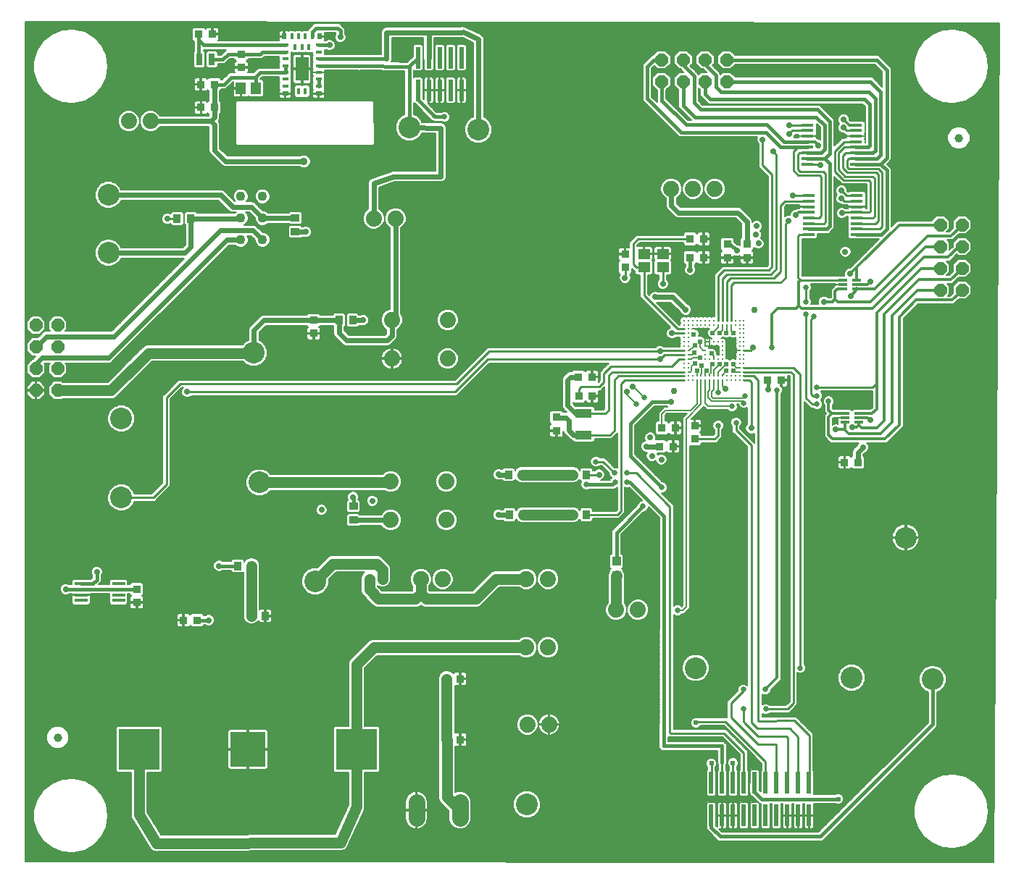
<source format=gtl>
G75*
%MOIN*%
%OFA0B0*%
%FSLAX25Y25*%
%IPPOS*%
%LPD*%
%AMOC8*
5,1,8,0,0,1.08239X$1,22.5*
%
%ADD10C,0.10000*%
%ADD11R,0.03819X0.03622*%
%ADD12R,0.03622X0.03819*%
%ADD13C,0.07400*%
%ADD14R,0.03858X0.03425*%
%ADD15OC8,0.06000*%
%ADD16R,0.03425X0.03858*%
%ADD17R,0.05800X0.01400*%
%ADD18R,0.03937X0.04331*%
%ADD19R,0.03898X0.01181*%
%ADD20R,0.05512X0.04528*%
%ADD21R,0.07480X0.04331*%
%ADD22C,0.03937*%
%ADD23C,0.00984*%
%ADD24C,0.02953*%
%ADD25R,0.05900X0.01700*%
%ADD26R,0.01575X0.03150*%
%ADD27R,0.05906X0.11024*%
%ADD28R,0.03150X0.01575*%
%ADD29R,0.02165X0.03150*%
%ADD30R,0.03150X0.02165*%
%ADD31R,0.02756X0.05512*%
%ADD32C,0.04362*%
%ADD33R,0.04567X0.05787*%
%ADD34C,0.07500*%
%ADD35R,0.16000X0.16000*%
%ADD36R,0.19000X0.19000*%
%ADD37R,0.01969X0.09843*%
%ADD38C,0.00600*%
%ADD39C,0.02400*%
%ADD40C,0.02781*%
%ADD41C,0.02600*%
%ADD42C,0.03569*%
%ADD43C,0.02400*%
%ADD44C,0.05000*%
%ADD45C,0.01000*%
%ADD46C,0.01200*%
%ADD47C,0.01600*%
%ADD48C,0.00800*%
D10*
X0173469Y0133921D03*
X0147756Y0179346D03*
X0084252Y0172417D03*
X0084252Y0208795D03*
X0145193Y0239083D03*
X0078346Y0285094D03*
X0078346Y0311709D03*
X0216745Y0342869D03*
X0248484Y0341890D03*
X0445039Y0153992D03*
X0457443Y0088761D03*
X0420217Y0089563D03*
X0348484Y0094000D03*
X0270783Y0031142D03*
D11*
X0091378Y0124169D03*
X0091378Y0130272D03*
X0172685Y0248008D03*
X0172685Y0254110D03*
X0284417Y0209362D03*
X0284417Y0203260D03*
X0347984Y0205551D03*
X0347984Y0199449D03*
X0315984Y0278449D03*
X0315984Y0284551D03*
X0362984Y0282949D03*
X0362984Y0289051D03*
X0372031Y0289051D03*
X0372031Y0282949D03*
X0139488Y0370465D03*
X0139488Y0376567D03*
D12*
X0126055Y0385748D03*
X0119953Y0385748D03*
X0120929Y0362657D03*
X0127031Y0362657D03*
X0127047Y0352020D03*
X0120945Y0352020D03*
X0294579Y0227984D03*
X0300681Y0227984D03*
X0300835Y0219189D03*
X0294732Y0219189D03*
X0332933Y0204516D03*
X0339035Y0204516D03*
X0338051Y0196000D03*
X0331949Y0196000D03*
X0381630Y0226492D03*
X0387732Y0226492D03*
X0416957Y0188665D03*
X0423059Y0188665D03*
X0352035Y0283000D03*
X0345933Y0283000D03*
X0345933Y0291500D03*
X0352035Y0291500D03*
X0204409Y0134906D03*
X0198307Y0134906D03*
X0233933Y0089000D03*
X0240035Y0089000D03*
X0240142Y0061000D03*
X0234039Y0061000D03*
X0119035Y0116000D03*
X0112933Y0116000D03*
D13*
X0208184Y0162100D03*
X0208184Y0179900D03*
X0233784Y0179900D03*
X0233784Y0162100D03*
X0231984Y0135000D03*
X0221984Y0135000D03*
X0270484Y0103500D03*
X0280484Y0103500D03*
X0311953Y0120720D03*
X0321953Y0120720D03*
X0280559Y0135000D03*
X0270559Y0135000D03*
X0270984Y0068000D03*
X0280984Y0068000D03*
X0234316Y0236431D03*
X0234316Y0254231D03*
X0208716Y0254231D03*
X0208716Y0236431D03*
X0210315Y0301000D03*
X0200315Y0301000D03*
X0097669Y0345728D03*
X0087669Y0345728D03*
X0337244Y0314622D03*
X0347244Y0314622D03*
X0357244Y0314622D03*
D14*
X0190984Y0168362D03*
X0190984Y0162063D03*
X0164291Y0294780D03*
X0164291Y0301079D03*
D15*
X0055000Y0251748D03*
X0055000Y0241748D03*
X0045000Y0241748D03*
X0045000Y0251748D03*
X0045000Y0231748D03*
X0045000Y0221748D03*
X0055000Y0221748D03*
X0055000Y0231748D03*
X0332720Y0364000D03*
X0342720Y0364000D03*
X0352720Y0364000D03*
X0362720Y0364000D03*
X0362720Y0374000D03*
X0352720Y0374000D03*
X0342720Y0374000D03*
X0332720Y0374000D03*
X0460984Y0298000D03*
X0470984Y0298000D03*
X0470984Y0288000D03*
X0460984Y0288000D03*
X0460984Y0278000D03*
X0470984Y0278000D03*
X0470984Y0268000D03*
X0460984Y0268000D03*
D16*
X0298134Y0183000D03*
X0291835Y0183000D03*
X0291835Y0164500D03*
X0298134Y0164500D03*
X0269134Y0164500D03*
X0262835Y0164500D03*
X0262335Y0183000D03*
X0268634Y0183000D03*
X0190650Y0254110D03*
X0184350Y0254110D03*
X0116260Y0300843D03*
X0109961Y0300843D03*
X0137835Y0141000D03*
X0144134Y0141000D03*
X0144134Y0117969D03*
X0150433Y0117969D03*
D17*
X0400337Y0293531D03*
X0400337Y0296091D03*
X0400337Y0298650D03*
X0400337Y0301209D03*
X0400337Y0303768D03*
X0400337Y0306327D03*
X0400337Y0308886D03*
X0400337Y0311445D03*
X0399951Y0325996D03*
X0399951Y0328555D03*
X0399951Y0331114D03*
X0399951Y0333673D03*
X0399951Y0336232D03*
X0399951Y0338791D03*
X0399951Y0341350D03*
X0399951Y0343909D03*
X0422151Y0343909D03*
X0422151Y0341350D03*
X0422151Y0338791D03*
X0422151Y0336232D03*
X0422151Y0333673D03*
X0422151Y0331114D03*
X0422151Y0328555D03*
X0422151Y0325996D03*
X0422537Y0311445D03*
X0422537Y0308886D03*
X0422537Y0306327D03*
X0422537Y0303768D03*
X0422537Y0301209D03*
X0422537Y0298650D03*
X0422537Y0296091D03*
X0422537Y0293531D03*
D18*
X0311984Y0143035D03*
X0311984Y0136343D03*
D19*
X0417165Y0207228D03*
X0417165Y0209197D03*
X0417165Y0211165D03*
X0423504Y0211165D03*
X0423504Y0209197D03*
X0423504Y0207228D03*
X0422520Y0268661D03*
X0422520Y0270630D03*
X0422520Y0272598D03*
X0416181Y0272598D03*
X0416181Y0270630D03*
X0416181Y0268661D03*
D20*
X0333315Y0278350D03*
X0333315Y0284650D03*
X0324654Y0284650D03*
X0324654Y0278350D03*
D21*
X0296937Y0211118D03*
X0296937Y0201276D03*
D22*
X0469484Y0338000D03*
X0054984Y0062000D03*
D23*
X0343071Y0226394D03*
X0343071Y0228362D03*
X0345039Y0228362D03*
X0345039Y0226394D03*
X0347008Y0226394D03*
X0347008Y0228362D03*
X0348976Y0228362D03*
X0348976Y0226394D03*
X0350945Y0226394D03*
X0350945Y0228362D03*
X0352913Y0228362D03*
X0352913Y0226394D03*
X0354882Y0226394D03*
X0354882Y0228362D03*
X0356850Y0228362D03*
X0356850Y0226394D03*
X0358819Y0226394D03*
X0358819Y0228362D03*
X0360787Y0228362D03*
X0360787Y0226394D03*
X0362756Y0226394D03*
X0362756Y0228362D03*
X0364724Y0228362D03*
X0364724Y0226394D03*
X0366693Y0226394D03*
X0366693Y0228362D03*
X0368661Y0228362D03*
X0368661Y0226394D03*
X0370630Y0226394D03*
X0370630Y0228362D03*
X0370630Y0230331D03*
X0370630Y0232299D03*
X0368661Y0232299D03*
X0368661Y0230331D03*
X0368661Y0234268D03*
X0368661Y0236236D03*
X0368661Y0238205D03*
X0368661Y0240173D03*
X0368661Y0242142D03*
X0368661Y0244110D03*
X0368661Y0246079D03*
X0368661Y0248047D03*
X0368661Y0250016D03*
X0368661Y0251984D03*
X0366693Y0251984D03*
X0364724Y0251984D03*
X0362756Y0251984D03*
X0360787Y0251984D03*
X0358819Y0251984D03*
X0356850Y0251984D03*
X0354882Y0251984D03*
X0352913Y0251984D03*
X0350945Y0251984D03*
X0348976Y0251984D03*
X0347008Y0251984D03*
X0345039Y0251984D03*
X0343071Y0251984D03*
X0343071Y0250016D03*
X0345039Y0250016D03*
X0345039Y0248047D03*
X0343071Y0248047D03*
X0343071Y0246079D03*
X0345039Y0246079D03*
X0345039Y0244110D03*
X0343071Y0244110D03*
X0343071Y0242142D03*
X0345039Y0242142D03*
X0345039Y0240173D03*
X0343071Y0240173D03*
X0343071Y0238205D03*
X0345039Y0238205D03*
X0345039Y0236236D03*
X0343071Y0236236D03*
X0343071Y0234268D03*
X0345039Y0234268D03*
X0345039Y0232299D03*
X0343071Y0232299D03*
X0343071Y0230331D03*
X0345039Y0230331D03*
X0352913Y0236236D03*
X0352913Y0238205D03*
X0352913Y0240173D03*
X0352913Y0242142D03*
X0352913Y0244110D03*
X0354882Y0244110D03*
X0356850Y0244110D03*
X0358819Y0244110D03*
X0360787Y0244110D03*
X0360787Y0242142D03*
X0360787Y0240173D03*
X0360787Y0238205D03*
X0360787Y0236236D03*
X0358819Y0236236D03*
X0356850Y0236236D03*
X0354882Y0236236D03*
X0370630Y0236236D03*
X0370630Y0234268D03*
X0370630Y0238205D03*
X0370630Y0240173D03*
X0370630Y0242142D03*
X0370630Y0244110D03*
X0370630Y0246079D03*
X0370630Y0248047D03*
X0370630Y0250016D03*
X0370630Y0251984D03*
X0370630Y0253953D03*
X0368661Y0253953D03*
X0366693Y0253953D03*
X0364724Y0253953D03*
X0362756Y0253953D03*
X0360787Y0253953D03*
X0358819Y0253953D03*
X0356850Y0253953D03*
X0354882Y0253953D03*
X0352913Y0253953D03*
X0350945Y0253953D03*
X0348976Y0253953D03*
X0347008Y0253953D03*
X0345039Y0253953D03*
X0343071Y0253953D03*
D24*
X0375394Y0258717D03*
X0338307Y0221630D03*
D25*
X0082974Y0132753D03*
X0082974Y0130253D03*
X0082974Y0127653D03*
X0082974Y0125153D03*
X0065774Y0125153D03*
X0065774Y0127653D03*
X0065774Y0130253D03*
X0065774Y0132753D03*
D26*
X0165787Y0359504D03*
X0168937Y0359504D03*
X0167362Y0379976D03*
X0164213Y0379976D03*
X0165787Y0384701D03*
X0162638Y0384701D03*
X0168937Y0384701D03*
X0172087Y0384701D03*
X0170512Y0379976D03*
D27*
X0167362Y0369740D03*
D28*
X0175039Y0368165D03*
X0175039Y0365016D03*
X0175039Y0361866D03*
X0175039Y0371315D03*
X0175039Y0374465D03*
X0175039Y0377614D03*
X0175039Y0380764D03*
X0159685Y0380764D03*
X0159685Y0377614D03*
X0159685Y0374465D03*
X0159685Y0371315D03*
X0159685Y0368165D03*
X0159685Y0365016D03*
X0159685Y0361866D03*
D29*
X0159193Y0384701D03*
X0175531Y0384701D03*
D30*
X0175039Y0358421D03*
X0159685Y0358421D03*
D31*
X0125957Y0374126D03*
X0120051Y0374126D03*
D32*
X0139252Y0311079D03*
X0149252Y0311079D03*
X0149252Y0301079D03*
X0139252Y0301079D03*
X0139252Y0291079D03*
X0149252Y0291079D03*
D33*
X0146165Y0360870D03*
X0139276Y0360870D03*
D34*
X0219984Y0032250D02*
X0219984Y0024750D01*
X0239984Y0024750D02*
X0239984Y0032250D01*
D35*
X0142484Y0056500D03*
D36*
X0092484Y0056500D03*
X0192484Y0056500D03*
D37*
X0355586Y0041038D03*
X0360586Y0041038D03*
X0365586Y0041038D03*
X0370586Y0041038D03*
X0375586Y0041038D03*
X0380586Y0041038D03*
X0385586Y0041038D03*
X0390586Y0041038D03*
X0395586Y0041038D03*
X0400586Y0041038D03*
X0400586Y0026038D03*
X0395586Y0026038D03*
X0390586Y0026038D03*
X0385586Y0026038D03*
X0380586Y0026038D03*
X0375586Y0026038D03*
X0370586Y0026038D03*
X0365586Y0026038D03*
X0360586Y0026038D03*
X0355586Y0026038D03*
X0240743Y0359946D03*
X0235743Y0359946D03*
X0230743Y0359946D03*
X0225743Y0359946D03*
X0220743Y0359946D03*
X0220743Y0374946D03*
X0225743Y0374946D03*
X0230743Y0374946D03*
X0235743Y0374946D03*
X0240743Y0374946D03*
D38*
X0040046Y0391594D02*
X0039984Y0005000D01*
X0485484Y0004500D01*
X0487969Y0390988D01*
X0040046Y0391594D01*
X0040046Y0391229D02*
X0309454Y0391229D01*
X0326761Y0374471D02*
X0250984Y0374471D01*
X0250984Y0373873D02*
X0326163Y0373873D01*
X0325564Y0373274D02*
X0250984Y0373274D01*
X0250984Y0372676D02*
X0324966Y0372676D01*
X0325272Y0372982D02*
X0324042Y0371752D01*
X0324042Y0355248D01*
X0339593Y0339697D01*
X0340823Y0338467D01*
X0376895Y0338467D01*
X0376601Y0337756D01*
X0376601Y0336685D01*
X0377010Y0335696D01*
X0377491Y0335215D01*
X0377491Y0324664D01*
X0378546Y0323609D01*
X0381822Y0320333D01*
X0381822Y0279501D01*
X0381302Y0278981D01*
X0360829Y0278981D01*
X0359775Y0277927D01*
X0357019Y0275171D01*
X0357019Y0255745D01*
X0356108Y0255745D01*
X0355866Y0255503D01*
X0355624Y0255745D01*
X0354140Y0255745D01*
X0353898Y0255503D01*
X0353656Y0255745D01*
X0352171Y0255745D01*
X0351929Y0255503D01*
X0351687Y0255745D01*
X0350203Y0255745D01*
X0349961Y0255503D01*
X0349719Y0255745D01*
X0348234Y0255745D01*
X0347992Y0255503D01*
X0347750Y0255745D01*
X0346266Y0255745D01*
X0346024Y0255503D01*
X0345782Y0255745D01*
X0344297Y0255745D01*
X0344055Y0255503D01*
X0343813Y0255745D01*
X0342329Y0255745D01*
X0341279Y0254695D01*
X0341279Y0253210D01*
X0341521Y0252969D01*
X0341279Y0252727D01*
X0341279Y0251816D01*
X0340864Y0251816D01*
X0330540Y0262140D01*
X0330877Y0262280D01*
X0336917Y0262280D01*
X0341387Y0257810D01*
X0341577Y0257350D01*
X0342334Y0256593D01*
X0343323Y0256183D01*
X0344393Y0256183D01*
X0345382Y0256593D01*
X0346139Y0257350D01*
X0346549Y0258339D01*
X0346549Y0259409D01*
X0346139Y0260398D01*
X0345382Y0261155D01*
X0344922Y0261345D01*
X0340072Y0266196D01*
X0339369Y0266899D01*
X0338450Y0267280D01*
X0330877Y0267280D01*
X0330417Y0267470D01*
X0329347Y0267470D01*
X0328358Y0267060D01*
X0327601Y0266304D01*
X0327242Y0265437D01*
X0326454Y0266226D01*
X0326454Y0274787D01*
X0327948Y0274787D01*
X0328709Y0275548D01*
X0328709Y0281153D01*
X0328362Y0281500D01*
X0328450Y0281588D01*
X0328621Y0281884D01*
X0328709Y0282215D01*
X0328709Y0284350D01*
X0324954Y0284350D01*
X0324954Y0284950D01*
X0328709Y0284950D01*
X0328709Y0287085D01*
X0328621Y0287415D01*
X0328450Y0287712D01*
X0328208Y0287954D01*
X0327911Y0288125D01*
X0327581Y0288213D01*
X0324954Y0288213D01*
X0324954Y0284950D01*
X0324354Y0284950D01*
X0324354Y0288213D01*
X0321726Y0288213D01*
X0321446Y0288138D01*
X0321446Y0288443D01*
X0322702Y0289700D01*
X0342822Y0289700D01*
X0342822Y0289052D01*
X0343584Y0288291D01*
X0348283Y0288291D01*
X0349038Y0289046D01*
X0349184Y0288792D01*
X0349426Y0288550D01*
X0349723Y0288379D01*
X0350053Y0288291D01*
X0351735Y0288291D01*
X0351735Y0291200D01*
X0352335Y0291200D01*
X0352335Y0288291D01*
X0354018Y0288291D01*
X0354348Y0288379D01*
X0354645Y0288550D01*
X0354887Y0288792D01*
X0355058Y0289089D01*
X0355146Y0289419D01*
X0355146Y0291200D01*
X0352335Y0291200D01*
X0352335Y0291800D01*
X0351735Y0291800D01*
X0351735Y0294709D01*
X0350053Y0294709D01*
X0349723Y0294621D01*
X0349426Y0294450D01*
X0349184Y0294208D01*
X0349038Y0293954D01*
X0348283Y0294709D01*
X0343584Y0294709D01*
X0342822Y0293948D01*
X0342822Y0293300D01*
X0321211Y0293300D01*
X0318900Y0290989D01*
X0317846Y0289935D01*
X0317846Y0287662D01*
X0316284Y0287662D01*
X0316284Y0284851D01*
X0315684Y0284851D01*
X0315684Y0284251D01*
X0312775Y0284251D01*
X0312775Y0282569D01*
X0312863Y0282238D01*
X0313035Y0281942D01*
X0313277Y0281700D01*
X0313530Y0281554D01*
X0312775Y0280798D01*
X0312775Y0276099D01*
X0313536Y0275338D01*
X0313879Y0275338D01*
X0313664Y0275122D01*
X0313254Y0274134D01*
X0313254Y0273063D01*
X0313664Y0272074D01*
X0314421Y0271317D01*
X0315410Y0270908D01*
X0316480Y0270908D01*
X0317469Y0271317D01*
X0318226Y0272074D01*
X0318635Y0273063D01*
X0318635Y0274134D01*
X0318226Y0275122D01*
X0318010Y0275338D01*
X0318432Y0275338D01*
X0319194Y0276099D01*
X0319194Y0277843D01*
X0319420Y0277617D01*
X0320475Y0276562D01*
X0320598Y0276562D01*
X0320598Y0275548D01*
X0321359Y0274787D01*
X0322854Y0274787D01*
X0322854Y0264735D01*
X0336901Y0250687D01*
X0336035Y0250328D01*
X0335278Y0249571D01*
X0334869Y0248582D01*
X0334869Y0247512D01*
X0335278Y0246523D01*
X0336035Y0245766D01*
X0337024Y0245357D01*
X0338094Y0245357D01*
X0339083Y0245766D01*
X0339564Y0246247D01*
X0341279Y0246247D01*
X0341279Y0245336D01*
X0341521Y0245094D01*
X0341279Y0244853D01*
X0341279Y0243368D01*
X0341521Y0243126D01*
X0341279Y0242884D01*
X0341279Y0241973D01*
X0333659Y0241973D01*
X0333571Y0242060D01*
X0332582Y0242470D01*
X0331512Y0242470D01*
X0330523Y0242060D01*
X0330042Y0241580D01*
X0252758Y0241580D01*
X0251704Y0240525D01*
X0237798Y0226619D01*
X0110632Y0226619D01*
X0104333Y0220320D01*
X0103279Y0219265D01*
X0103279Y0179305D01*
X0098231Y0174257D01*
X0090309Y0174257D01*
X0089593Y0175986D01*
X0087821Y0177758D01*
X0085505Y0178717D01*
X0082999Y0178717D01*
X0080683Y0177758D01*
X0078911Y0175986D01*
X0077952Y0173670D01*
X0077952Y0171164D01*
X0078911Y0168849D01*
X0080683Y0167076D01*
X0082999Y0166117D01*
X0085505Y0166117D01*
X0087821Y0167076D01*
X0089593Y0168849D01*
X0090342Y0170657D01*
X0099722Y0170657D01*
X0100776Y0171711D01*
X0106879Y0177813D01*
X0106879Y0217774D01*
X0112124Y0223019D01*
X0112663Y0223019D01*
X0112247Y0222603D01*
X0111837Y0221614D01*
X0111837Y0220544D01*
X0112247Y0219555D01*
X0113003Y0218798D01*
X0113992Y0218388D01*
X0115063Y0218388D01*
X0116052Y0218798D01*
X0116533Y0219279D01*
X0238501Y0219279D01*
X0253462Y0234239D01*
X0308410Y0234239D01*
X0307609Y0233438D01*
X0304460Y0230289D01*
X0304460Y0226352D01*
X0303712Y0225604D01*
X0303792Y0225904D01*
X0303792Y0227684D01*
X0300981Y0227684D01*
X0300981Y0228284D01*
X0303792Y0228284D01*
X0303792Y0230065D01*
X0303704Y0230395D01*
X0303532Y0230692D01*
X0303290Y0230934D01*
X0302994Y0231105D01*
X0302663Y0231194D01*
X0300981Y0231194D01*
X0300981Y0228284D01*
X0300381Y0228284D01*
X0300381Y0231194D01*
X0298699Y0231194D01*
X0298368Y0231105D01*
X0298072Y0230934D01*
X0297830Y0230692D01*
X0297683Y0230438D01*
X0296928Y0231194D01*
X0292229Y0231194D01*
X0291520Y0230484D01*
X0290424Y0230484D01*
X0289505Y0230104D01*
X0288111Y0228710D01*
X0287408Y0228007D01*
X0287028Y0227088D01*
X0287028Y0214282D01*
X0287408Y0213363D01*
X0288111Y0212660D01*
X0289004Y0211768D01*
X0287571Y0211768D01*
X0286865Y0212473D01*
X0281969Y0212473D01*
X0281208Y0211712D01*
X0281208Y0207013D01*
X0281963Y0206257D01*
X0281710Y0206111D01*
X0281468Y0205869D01*
X0281296Y0205573D01*
X0281208Y0205242D01*
X0281208Y0203560D01*
X0284117Y0203560D01*
X0284117Y0202960D01*
X0281208Y0202960D01*
X0281208Y0201278D01*
X0281296Y0200947D01*
X0281468Y0200651D01*
X0281710Y0200409D01*
X0282006Y0200237D01*
X0282337Y0200149D01*
X0284117Y0200149D01*
X0284117Y0202960D01*
X0284717Y0202960D01*
X0284717Y0200149D01*
X0286498Y0200149D01*
X0286829Y0200237D01*
X0287125Y0200409D01*
X0287367Y0200651D01*
X0287538Y0200947D01*
X0287627Y0201278D01*
X0287627Y0202844D01*
X0287999Y0201946D01*
X0288702Y0201243D01*
X0290789Y0199156D01*
X0291707Y0198776D01*
X0291897Y0198776D01*
X0291897Y0198572D01*
X0292658Y0197810D01*
X0301216Y0197810D01*
X0301977Y0198572D01*
X0301977Y0199515D01*
X0309801Y0199515D01*
X0310855Y0200569D01*
X0312334Y0202048D01*
X0312334Y0186014D01*
X0311698Y0186277D01*
X0311127Y0186277D01*
X0307666Y0189738D01*
X0306612Y0190792D01*
X0304397Y0190792D01*
X0303992Y0191196D01*
X0303037Y0191592D01*
X0302002Y0191592D01*
X0301047Y0191196D01*
X0300316Y0190465D01*
X0299920Y0189509D01*
X0299920Y0188475D01*
X0300316Y0187519D01*
X0301047Y0186788D01*
X0302002Y0186392D01*
X0303037Y0186392D01*
X0303992Y0186788D01*
X0304397Y0187192D01*
X0305121Y0187192D01*
X0308581Y0183732D01*
X0308581Y0183160D01*
X0308977Y0182204D01*
X0309670Y0181512D01*
X0309174Y0181016D01*
X0308944Y0180462D01*
X0304912Y0180462D01*
X0305532Y0180719D01*
X0306289Y0181476D01*
X0306698Y0182465D01*
X0306698Y0183535D01*
X0306289Y0184524D01*
X0305532Y0185281D01*
X0304543Y0185691D01*
X0303473Y0185691D01*
X0302484Y0185281D01*
X0302003Y0184800D01*
X0301146Y0184800D01*
X0301146Y0185468D01*
X0300385Y0186229D01*
X0295883Y0186229D01*
X0295121Y0185468D01*
X0295121Y0184995D01*
X0295056Y0185153D01*
X0294847Y0185361D01*
X0294847Y0185468D01*
X0294086Y0186229D01*
X0293969Y0186229D01*
X0292591Y0186800D01*
X0267878Y0186800D01*
X0266500Y0186229D01*
X0266383Y0186229D01*
X0265621Y0185468D01*
X0265621Y0185361D01*
X0265412Y0185153D01*
X0265347Y0184995D01*
X0265347Y0185468D01*
X0264586Y0186229D01*
X0260084Y0186229D01*
X0259354Y0185500D01*
X0258905Y0185500D01*
X0258330Y0185738D01*
X0257260Y0185738D01*
X0256271Y0185328D01*
X0255514Y0184571D01*
X0255105Y0183582D01*
X0255105Y0182512D01*
X0255514Y0181523D01*
X0256271Y0180766D01*
X0257260Y0180357D01*
X0258330Y0180357D01*
X0258676Y0180500D01*
X0259354Y0180500D01*
X0260084Y0179771D01*
X0264586Y0179771D01*
X0265347Y0180532D01*
X0265347Y0181005D01*
X0265412Y0180847D01*
X0265621Y0180639D01*
X0265621Y0180532D01*
X0266383Y0179771D01*
X0266500Y0179771D01*
X0267878Y0179200D01*
X0292591Y0179200D01*
X0293969Y0179771D01*
X0294086Y0179771D01*
X0294847Y0180532D01*
X0294847Y0180639D01*
X0295056Y0180847D01*
X0295121Y0181005D01*
X0295121Y0180532D01*
X0295883Y0179771D01*
X0295958Y0179771D01*
X0295589Y0178879D01*
X0295589Y0177845D01*
X0295985Y0176889D01*
X0296716Y0176158D01*
X0297672Y0175762D01*
X0298706Y0175762D01*
X0299662Y0176158D01*
X0299766Y0176262D01*
X0311067Y0176262D01*
X0311748Y0176943D01*
X0311895Y0176943D01*
X0312334Y0177125D01*
X0312334Y0166942D01*
X0311695Y0166304D01*
X0301146Y0166304D01*
X0301146Y0166968D01*
X0300385Y0167729D01*
X0295883Y0167729D01*
X0295121Y0166968D01*
X0295121Y0166495D01*
X0295056Y0166653D01*
X0294847Y0166861D01*
X0294847Y0166968D01*
X0294086Y0167729D01*
X0293969Y0167729D01*
X0292591Y0168300D01*
X0268378Y0168300D01*
X0267000Y0167729D01*
X0266883Y0167729D01*
X0266121Y0166968D01*
X0266121Y0166861D01*
X0265912Y0166653D01*
X0265847Y0166495D01*
X0265847Y0166968D01*
X0265086Y0167729D01*
X0260584Y0167729D01*
X0259854Y0167000D01*
X0258721Y0167000D01*
X0258252Y0167194D01*
X0257181Y0167194D01*
X0256192Y0166785D01*
X0255436Y0166028D01*
X0255026Y0165039D01*
X0255026Y0163969D01*
X0255436Y0162980D01*
X0256192Y0162223D01*
X0257181Y0161813D01*
X0258252Y0161813D01*
X0258702Y0162000D01*
X0259854Y0162000D01*
X0260584Y0161271D01*
X0265086Y0161271D01*
X0265847Y0162032D01*
X0265847Y0162505D01*
X0265912Y0162347D01*
X0266121Y0162139D01*
X0266121Y0162032D01*
X0266883Y0161271D01*
X0267000Y0161271D01*
X0268378Y0160700D01*
X0292591Y0160700D01*
X0293969Y0161271D01*
X0294086Y0161271D01*
X0294847Y0162032D01*
X0294847Y0162139D01*
X0295056Y0162347D01*
X0295121Y0162505D01*
X0295121Y0162032D01*
X0295883Y0161271D01*
X0300385Y0161271D01*
X0301146Y0162032D01*
X0301146Y0162704D01*
X0313187Y0162704D01*
X0314241Y0163758D01*
X0315934Y0165451D01*
X0315934Y0177125D01*
X0316373Y0176943D01*
X0317407Y0176943D01*
X0317754Y0177087D01*
X0323722Y0171120D01*
X0323656Y0171120D01*
X0322700Y0170724D01*
X0321969Y0169992D01*
X0321573Y0169037D01*
X0321573Y0168890D01*
X0309884Y0157201D01*
X0309884Y0146501D01*
X0309477Y0146501D01*
X0308716Y0145739D01*
X0308716Y0140332D01*
X0309358Y0139689D01*
X0308716Y0139046D01*
X0308716Y0138426D01*
X0308153Y0137067D01*
X0308153Y0123992D01*
X0307714Y0123553D01*
X0306953Y0121715D01*
X0306953Y0119726D01*
X0307714Y0117888D01*
X0309120Y0116482D01*
X0310958Y0115720D01*
X0312947Y0115720D01*
X0314785Y0116482D01*
X0316192Y0117888D01*
X0316953Y0119726D01*
X0317714Y0117888D01*
X0319120Y0116482D01*
X0320958Y0115720D01*
X0322947Y0115720D01*
X0324785Y0116482D01*
X0326192Y0117888D01*
X0326953Y0119726D01*
X0326953Y0121715D01*
X0326192Y0123553D01*
X0324785Y0124959D01*
X0322947Y0125720D01*
X0320958Y0125720D01*
X0319120Y0124959D01*
X0317714Y0123553D01*
X0316953Y0121715D01*
X0316953Y0119726D01*
X0316953Y0121715D01*
X0316192Y0123553D01*
X0315753Y0123992D01*
X0315753Y0135511D01*
X0315784Y0135587D01*
X0315784Y0137098D01*
X0315253Y0138382D01*
X0315253Y0139046D01*
X0314610Y0139689D01*
X0315253Y0140332D01*
X0315253Y0145739D01*
X0314491Y0146501D01*
X0314084Y0146501D01*
X0314084Y0155461D01*
X0324543Y0165920D01*
X0324690Y0165920D01*
X0325646Y0166316D01*
X0326377Y0167047D01*
X0326773Y0168002D01*
X0326773Y0168068D01*
X0331718Y0163123D01*
X0331625Y0058914D01*
X0331624Y0058913D01*
X0331624Y0058041D01*
X0331623Y0057175D01*
X0331624Y0057175D01*
X0331624Y0057173D01*
X0332242Y0056555D01*
X0332852Y0055944D01*
X0332854Y0055944D01*
X0332854Y0055943D01*
X0333724Y0055943D01*
X0334592Y0055943D01*
X0334593Y0055943D01*
X0358486Y0055943D01*
X0358486Y0049733D01*
X0358786Y0049433D01*
X0358786Y0046982D01*
X0358302Y0046498D01*
X0358302Y0035578D01*
X0359063Y0034817D01*
X0362109Y0034817D01*
X0362870Y0035578D01*
X0362870Y0046498D01*
X0362386Y0046982D01*
X0362386Y0049433D01*
X0362686Y0049733D01*
X0362686Y0058913D01*
X0361456Y0060143D01*
X0335826Y0060143D01*
X0335828Y0062332D01*
X0335998Y0062162D01*
X0360866Y0062162D01*
X0368786Y0054243D01*
X0368786Y0046982D01*
X0368302Y0046498D01*
X0368302Y0035578D01*
X0369063Y0034817D01*
X0372109Y0034817D01*
X0372870Y0035578D01*
X0372870Y0046498D01*
X0372386Y0046982D01*
X0372386Y0055734D01*
X0363412Y0064708D01*
X0362358Y0065762D01*
X0338375Y0065762D01*
X0338375Y0118555D01*
X0338645Y0118284D01*
X0339601Y0117888D01*
X0340635Y0117888D01*
X0341591Y0118284D01*
X0342195Y0118888D01*
X0343143Y0118888D01*
X0344080Y0119825D01*
X0345655Y0121400D01*
X0345655Y0196338D01*
X0350432Y0196338D01*
X0351194Y0197099D01*
X0351194Y0197649D01*
X0358013Y0197649D01*
X0359564Y0199200D01*
X0360619Y0200254D01*
X0360619Y0203651D01*
X0361023Y0204055D01*
X0361419Y0205010D01*
X0361419Y0206045D01*
X0361023Y0207000D01*
X0360292Y0207732D01*
X0359336Y0208128D01*
X0358302Y0208128D01*
X0357346Y0207732D01*
X0356615Y0207000D01*
X0356219Y0206045D01*
X0356219Y0205010D01*
X0356615Y0204055D01*
X0357019Y0203651D01*
X0357019Y0201746D01*
X0356522Y0201249D01*
X0351194Y0201249D01*
X0351194Y0201798D01*
X0350438Y0202554D01*
X0350692Y0202700D01*
X0350934Y0202942D01*
X0351105Y0203238D01*
X0351194Y0203569D01*
X0351194Y0205251D01*
X0348284Y0205251D01*
X0348284Y0205851D01*
X0347684Y0205851D01*
X0347684Y0208662D01*
X0346500Y0208662D01*
X0352126Y0214288D01*
X0352691Y0213723D01*
X0353629Y0212786D01*
X0363041Y0212786D01*
X0363645Y0212182D01*
X0364601Y0211786D01*
X0365635Y0211786D01*
X0366591Y0212182D01*
X0367322Y0212913D01*
X0367718Y0213869D01*
X0367718Y0214903D01*
X0367535Y0215345D01*
X0368071Y0215345D01*
X0368426Y0214488D01*
X0369157Y0213756D01*
X0370113Y0213361D01*
X0371147Y0213361D01*
X0372103Y0213756D01*
X0372176Y0213830D01*
X0372176Y0206351D01*
X0371695Y0205871D01*
X0371286Y0204882D01*
X0371286Y0203811D01*
X0371695Y0202822D01*
X0372452Y0202066D01*
X0373441Y0201656D01*
X0374512Y0201656D01*
X0375346Y0202001D01*
X0375349Y0197645D01*
X0375248Y0197746D01*
X0368887Y0204108D01*
X0368887Y0205029D01*
X0369291Y0205433D01*
X0369687Y0206388D01*
X0369687Y0207423D01*
X0369291Y0208378D01*
X0368559Y0209110D01*
X0367604Y0209505D01*
X0366569Y0209505D01*
X0365614Y0209110D01*
X0364882Y0208378D01*
X0364487Y0207423D01*
X0364487Y0206388D01*
X0364882Y0205433D01*
X0365287Y0205029D01*
X0365287Y0202617D01*
X0366341Y0201562D01*
X0372177Y0195726D01*
X0372250Y0085931D01*
X0371906Y0086275D01*
X0370950Y0086671D01*
X0369916Y0086671D01*
X0368960Y0086275D01*
X0368229Y0085544D01*
X0367833Y0084588D01*
X0367833Y0083563D01*
X0363911Y0079641D01*
X0362857Y0078586D01*
X0362857Y0071009D01*
X0349446Y0071009D01*
X0348982Y0071201D01*
X0347987Y0071201D01*
X0347068Y0070820D01*
X0346365Y0070117D01*
X0345984Y0069198D01*
X0345984Y0068204D01*
X0346365Y0067285D01*
X0347068Y0066582D01*
X0347987Y0066201D01*
X0348982Y0066201D01*
X0349900Y0066582D01*
X0350604Y0067285D01*
X0350655Y0067409D01*
X0361374Y0067409D01*
X0374385Y0054397D01*
X0378250Y0050526D01*
X0378250Y0050525D01*
X0378777Y0049999D01*
X0378786Y0049989D01*
X0378786Y0046982D01*
X0378302Y0046498D01*
X0378302Y0037033D01*
X0377870Y0037464D01*
X0377870Y0046498D01*
X0377109Y0047259D01*
X0374063Y0047259D01*
X0373302Y0046498D01*
X0373302Y0041311D01*
X0373152Y0040950D01*
X0373045Y0040843D01*
X0373045Y0036350D01*
X0373302Y0036093D01*
X0373302Y0035578D01*
X0374063Y0034817D01*
X0374578Y0034817D01*
X0377865Y0031529D01*
X0378333Y0031529D01*
X0378302Y0031498D01*
X0378302Y0020578D01*
X0379063Y0019817D01*
X0382109Y0019817D01*
X0382870Y0020578D01*
X0382870Y0031498D01*
X0382838Y0031529D01*
X0383333Y0031529D01*
X0383302Y0031498D01*
X0383302Y0020578D01*
X0384063Y0019817D01*
X0387109Y0019817D01*
X0387870Y0020578D01*
X0387870Y0031498D01*
X0387838Y0031529D01*
X0388430Y0031529D01*
X0388390Y0031461D01*
X0388302Y0031130D01*
X0388302Y0026230D01*
X0390394Y0026230D01*
X0390394Y0025846D01*
X0390778Y0025846D01*
X0390778Y0026230D01*
X0392870Y0026230D01*
X0392870Y0031130D01*
X0392781Y0031461D01*
X0392742Y0031529D01*
X0393430Y0031529D01*
X0393390Y0031461D01*
X0393302Y0031130D01*
X0393302Y0026230D01*
X0395394Y0026230D01*
X0395394Y0025846D01*
X0395778Y0025846D01*
X0395778Y0026230D01*
X0397870Y0026230D01*
X0397870Y0031130D01*
X0397781Y0031461D01*
X0397742Y0031529D01*
X0398430Y0031529D01*
X0398390Y0031461D01*
X0398302Y0031130D01*
X0398302Y0026230D01*
X0400394Y0026230D01*
X0400394Y0025846D01*
X0400778Y0025846D01*
X0400778Y0026230D01*
X0402870Y0026230D01*
X0402870Y0031130D01*
X0402781Y0031461D01*
X0402742Y0031529D01*
X0412618Y0031529D01*
X0412638Y0031510D01*
X0413556Y0031129D01*
X0414551Y0031129D01*
X0415470Y0031510D01*
X0416173Y0032213D01*
X0416554Y0033132D01*
X0416554Y0034127D01*
X0416173Y0035046D01*
X0415470Y0035749D01*
X0414551Y0036129D01*
X0413556Y0036129D01*
X0412638Y0035749D01*
X0412618Y0035729D01*
X0402870Y0035729D01*
X0402870Y0046498D01*
X0402487Y0046881D01*
X0402487Y0063692D01*
X0401433Y0064746D01*
X0395731Y0070448D01*
X0395731Y0070451D01*
X0395206Y0070973D01*
X0394679Y0071501D01*
X0394676Y0071501D01*
X0394674Y0071503D01*
X0393932Y0071501D01*
X0393187Y0071501D01*
X0393186Y0071499D01*
X0379051Y0071463D01*
X0379050Y0072958D01*
X0379197Y0072812D01*
X0380152Y0072416D01*
X0381186Y0072416D01*
X0382142Y0072812D01*
X0382546Y0073216D01*
X0391454Y0073216D01*
X0392509Y0074270D01*
X0395265Y0077026D01*
X0395265Y0091737D01*
X0396097Y0091392D01*
X0397131Y0091392D01*
X0398087Y0091788D01*
X0398818Y0092519D01*
X0399214Y0093475D01*
X0399214Y0094509D01*
X0398818Y0095465D01*
X0398414Y0095869D01*
X0398414Y0216536D01*
X0398428Y0216523D01*
X0401380Y0213570D01*
X0402414Y0213570D01*
X0402819Y0213166D01*
X0403774Y0212770D01*
X0404809Y0212770D01*
X0405764Y0213166D01*
X0406495Y0213897D01*
X0406891Y0214853D01*
X0406891Y0215887D01*
X0406495Y0216843D01*
X0406000Y0217339D01*
X0406495Y0217834D01*
X0406891Y0218790D01*
X0406891Y0219824D01*
X0406495Y0220780D01*
X0406000Y0221276D01*
X0406168Y0221444D01*
X0429754Y0221444D01*
X0429754Y0213992D01*
X0428819Y0213057D01*
X0424299Y0213057D01*
X0424291Y0213065D01*
X0422717Y0213065D01*
X0422707Y0213056D01*
X0421017Y0213056D01*
X0420335Y0212374D01*
X0419653Y0213056D01*
X0417962Y0213056D01*
X0417952Y0213065D01*
X0416378Y0213065D01*
X0416370Y0213057D01*
X0411889Y0213057D01*
X0411506Y0213441D01*
X0411506Y0214971D01*
X0411810Y0215275D01*
X0412206Y0216231D01*
X0412206Y0217265D01*
X0411810Y0218221D01*
X0411079Y0218952D01*
X0410123Y0219348D01*
X0409089Y0219348D01*
X0408134Y0218952D01*
X0407402Y0218221D01*
X0407006Y0217265D01*
X0407006Y0216231D01*
X0407402Y0215275D01*
X0407706Y0214971D01*
X0407706Y0211867D01*
X0408415Y0211157D01*
X0407706Y0210448D01*
X0407706Y0200410D01*
X0410591Y0197525D01*
X0423508Y0197525D01*
X0423073Y0197091D01*
X0422883Y0196631D01*
X0420940Y0194688D01*
X0420559Y0193769D01*
X0420559Y0191724D01*
X0419954Y0191120D01*
X0419808Y0191373D01*
X0419566Y0191615D01*
X0419269Y0191786D01*
X0418939Y0191875D01*
X0417257Y0191875D01*
X0417257Y0188965D01*
X0416657Y0188965D01*
X0416657Y0188365D01*
X0417257Y0188365D01*
X0417257Y0185456D01*
X0418939Y0185456D01*
X0419269Y0185545D01*
X0419566Y0185716D01*
X0419808Y0185958D01*
X0419954Y0186211D01*
X0420710Y0185456D01*
X0425409Y0185456D01*
X0426170Y0186217D01*
X0426170Y0191113D01*
X0425559Y0191724D01*
X0425559Y0192236D01*
X0426418Y0193095D01*
X0426878Y0193286D01*
X0427635Y0194043D01*
X0428045Y0195032D01*
X0428045Y0196102D01*
X0427635Y0197091D01*
X0427201Y0197525D01*
X0436378Y0197525D01*
X0437491Y0198638D01*
X0443987Y0205134D01*
X0443987Y0254741D01*
X0450748Y0261502D01*
X0467173Y0261502D01*
X0468286Y0262615D01*
X0469371Y0263700D01*
X0472765Y0263700D01*
X0475284Y0266219D01*
X0475284Y0269781D01*
X0472765Y0272300D01*
X0469203Y0272300D01*
X0466684Y0269781D01*
X0466684Y0266387D01*
X0465599Y0265302D01*
X0464367Y0265302D01*
X0465284Y0266219D01*
X0465284Y0269781D01*
X0464115Y0270950D01*
X0466622Y0270950D01*
X0467735Y0272063D01*
X0469371Y0273700D01*
X0472765Y0273700D01*
X0475284Y0276219D01*
X0475284Y0279781D01*
X0472765Y0282300D01*
X0469203Y0282300D01*
X0466684Y0279781D01*
X0466684Y0276387D01*
X0465048Y0274750D01*
X0463816Y0274750D01*
X0465284Y0276219D01*
X0465284Y0279781D01*
X0463879Y0281187D01*
X0465315Y0281187D01*
X0466428Y0282300D01*
X0487270Y0282300D01*
X0487266Y0281702D02*
X0473364Y0281702D01*
X0473962Y0281103D02*
X0487263Y0281103D01*
X0487259Y0280505D02*
X0474561Y0280505D01*
X0475159Y0279906D02*
X0487255Y0279906D01*
X0487251Y0279308D02*
X0475284Y0279308D01*
X0475284Y0278709D02*
X0487247Y0278709D01*
X0487243Y0278111D02*
X0475284Y0278111D01*
X0475284Y0277512D02*
X0487240Y0277512D01*
X0487236Y0276914D02*
X0475284Y0276914D01*
X0475284Y0276315D02*
X0487232Y0276315D01*
X0487228Y0275717D02*
X0474782Y0275717D01*
X0474184Y0275118D02*
X0487224Y0275118D01*
X0487220Y0274520D02*
X0473585Y0274520D01*
X0472987Y0273921D02*
X0487216Y0273921D01*
X0487213Y0273323D02*
X0468994Y0273323D01*
X0468395Y0272724D02*
X0487209Y0272724D01*
X0487205Y0272126D02*
X0472940Y0272126D01*
X0473538Y0271527D02*
X0487201Y0271527D01*
X0487197Y0270929D02*
X0474137Y0270929D01*
X0474735Y0270330D02*
X0487193Y0270330D01*
X0487190Y0269732D02*
X0475284Y0269732D01*
X0475284Y0269133D02*
X0487186Y0269133D01*
X0487182Y0268535D02*
X0475284Y0268535D01*
X0475284Y0267936D02*
X0487178Y0267936D01*
X0487174Y0267338D02*
X0475284Y0267338D01*
X0475284Y0266739D02*
X0487170Y0266739D01*
X0487166Y0266141D02*
X0475206Y0266141D01*
X0474607Y0265542D02*
X0487163Y0265542D01*
X0487159Y0264943D02*
X0474009Y0264943D01*
X0473410Y0264345D02*
X0487155Y0264345D01*
X0487151Y0263746D02*
X0472812Y0263746D01*
X0468819Y0263148D02*
X0487147Y0263148D01*
X0487143Y0262549D02*
X0468221Y0262549D01*
X0467622Y0261951D02*
X0487139Y0261951D01*
X0487136Y0261352D02*
X0450598Y0261352D01*
X0450000Y0260754D02*
X0487132Y0260754D01*
X0487128Y0260155D02*
X0449401Y0260155D01*
X0448803Y0259557D02*
X0487124Y0259557D01*
X0487120Y0258958D02*
X0448204Y0258958D01*
X0447606Y0258360D02*
X0487116Y0258360D01*
X0487113Y0257761D02*
X0447007Y0257761D01*
X0446409Y0257163D02*
X0487109Y0257163D01*
X0487105Y0256564D02*
X0445810Y0256564D01*
X0445212Y0255966D02*
X0487101Y0255966D01*
X0487097Y0255367D02*
X0444613Y0255367D01*
X0444015Y0254769D02*
X0487093Y0254769D01*
X0487089Y0254170D02*
X0443987Y0254170D01*
X0443987Y0253572D02*
X0487086Y0253572D01*
X0487082Y0252973D02*
X0443987Y0252973D01*
X0443987Y0252375D02*
X0487078Y0252375D01*
X0487074Y0251776D02*
X0443987Y0251776D01*
X0443987Y0251178D02*
X0487070Y0251178D01*
X0487066Y0250579D02*
X0443987Y0250579D01*
X0443987Y0249981D02*
X0487063Y0249981D01*
X0487059Y0249382D02*
X0443987Y0249382D01*
X0443987Y0248784D02*
X0487055Y0248784D01*
X0487051Y0248185D02*
X0443987Y0248185D01*
X0443987Y0247587D02*
X0487047Y0247587D01*
X0487043Y0246988D02*
X0443987Y0246988D01*
X0443987Y0246390D02*
X0487039Y0246390D01*
X0487036Y0245791D02*
X0443987Y0245791D01*
X0443987Y0245193D02*
X0487032Y0245193D01*
X0487028Y0244594D02*
X0443987Y0244594D01*
X0443987Y0243996D02*
X0487024Y0243996D01*
X0487020Y0243397D02*
X0443987Y0243397D01*
X0443987Y0242799D02*
X0487016Y0242799D01*
X0487012Y0242200D02*
X0443987Y0242200D01*
X0443987Y0241602D02*
X0487009Y0241602D01*
X0487005Y0241003D02*
X0443987Y0241003D01*
X0443987Y0240405D02*
X0487001Y0240405D01*
X0486997Y0239806D02*
X0443987Y0239806D01*
X0443987Y0239208D02*
X0486993Y0239208D01*
X0486989Y0238609D02*
X0443987Y0238609D01*
X0443987Y0238010D02*
X0486986Y0238010D01*
X0486982Y0237412D02*
X0443987Y0237412D01*
X0443987Y0236813D02*
X0486978Y0236813D01*
X0486974Y0236215D02*
X0443987Y0236215D01*
X0443987Y0235616D02*
X0486970Y0235616D01*
X0486966Y0235018D02*
X0443987Y0235018D01*
X0443987Y0234419D02*
X0486962Y0234419D01*
X0486959Y0233821D02*
X0443987Y0233821D01*
X0443987Y0233222D02*
X0486955Y0233222D01*
X0486951Y0232624D02*
X0443987Y0232624D01*
X0443987Y0232025D02*
X0486947Y0232025D01*
X0486943Y0231427D02*
X0443987Y0231427D01*
X0443987Y0230828D02*
X0486939Y0230828D01*
X0486936Y0230230D02*
X0443987Y0230230D01*
X0443987Y0229631D02*
X0486932Y0229631D01*
X0486928Y0229033D02*
X0443987Y0229033D01*
X0443987Y0228434D02*
X0486924Y0228434D01*
X0486920Y0227836D02*
X0443987Y0227836D01*
X0443987Y0227237D02*
X0486916Y0227237D01*
X0486912Y0226639D02*
X0443987Y0226639D01*
X0443987Y0226040D02*
X0486909Y0226040D01*
X0486905Y0225442D02*
X0443987Y0225442D01*
X0443987Y0224843D02*
X0486901Y0224843D01*
X0486897Y0224245D02*
X0443987Y0224245D01*
X0443987Y0223646D02*
X0486893Y0223646D01*
X0486889Y0223048D02*
X0443987Y0223048D01*
X0443987Y0222449D02*
X0486886Y0222449D01*
X0486882Y0221851D02*
X0443987Y0221851D01*
X0443987Y0221252D02*
X0486878Y0221252D01*
X0486874Y0220654D02*
X0443987Y0220654D01*
X0443987Y0220055D02*
X0486870Y0220055D01*
X0486866Y0219457D02*
X0443987Y0219457D01*
X0443987Y0218858D02*
X0486862Y0218858D01*
X0486859Y0218260D02*
X0443987Y0218260D01*
X0443987Y0217661D02*
X0486855Y0217661D01*
X0486851Y0217063D02*
X0443987Y0217063D01*
X0443987Y0216464D02*
X0486847Y0216464D01*
X0486843Y0215866D02*
X0443987Y0215866D01*
X0443987Y0215267D02*
X0486839Y0215267D01*
X0486835Y0214669D02*
X0443987Y0214669D01*
X0443987Y0214070D02*
X0486832Y0214070D01*
X0486828Y0213472D02*
X0443987Y0213472D01*
X0443987Y0212873D02*
X0486824Y0212873D01*
X0486820Y0212274D02*
X0443987Y0212274D01*
X0443987Y0211676D02*
X0486816Y0211676D01*
X0486812Y0211077D02*
X0443987Y0211077D01*
X0443987Y0210479D02*
X0486809Y0210479D01*
X0486805Y0209880D02*
X0443987Y0209880D01*
X0443987Y0209282D02*
X0486801Y0209282D01*
X0486797Y0208683D02*
X0443987Y0208683D01*
X0443987Y0208085D02*
X0486793Y0208085D01*
X0486789Y0207486D02*
X0443987Y0207486D01*
X0443987Y0206888D02*
X0486785Y0206888D01*
X0486782Y0206289D02*
X0443987Y0206289D01*
X0443987Y0205691D02*
X0486778Y0205691D01*
X0486774Y0205092D02*
X0443945Y0205092D01*
X0443346Y0204494D02*
X0486770Y0204494D01*
X0486766Y0203895D02*
X0442748Y0203895D01*
X0442149Y0203297D02*
X0486762Y0203297D01*
X0486759Y0202698D02*
X0441551Y0202698D01*
X0440952Y0202100D02*
X0486755Y0202100D01*
X0486751Y0201501D02*
X0440354Y0201501D01*
X0439755Y0200903D02*
X0486747Y0200903D01*
X0486743Y0200304D02*
X0439157Y0200304D01*
X0438558Y0199706D02*
X0486739Y0199706D01*
X0486735Y0199107D02*
X0437960Y0199107D01*
X0437361Y0198509D02*
X0486732Y0198509D01*
X0486728Y0197910D02*
X0436763Y0197910D01*
X0428040Y0196115D02*
X0486716Y0196115D01*
X0486720Y0196713D02*
X0427792Y0196713D01*
X0427415Y0197312D02*
X0486724Y0197312D01*
X0486712Y0195516D02*
X0428045Y0195516D01*
X0427998Y0194918D02*
X0486709Y0194918D01*
X0486705Y0194319D02*
X0427750Y0194319D01*
X0427313Y0193721D02*
X0486701Y0193721D01*
X0486697Y0193122D02*
X0426483Y0193122D01*
X0425847Y0192524D02*
X0486693Y0192524D01*
X0486689Y0191925D02*
X0425559Y0191925D01*
X0425957Y0191327D02*
X0486685Y0191327D01*
X0486682Y0190728D02*
X0426170Y0190728D01*
X0426170Y0190130D02*
X0486678Y0190130D01*
X0486674Y0189531D02*
X0426170Y0189531D01*
X0426170Y0188933D02*
X0486670Y0188933D01*
X0486666Y0188334D02*
X0426170Y0188334D01*
X0426170Y0187736D02*
X0486662Y0187736D01*
X0486658Y0187137D02*
X0426170Y0187137D01*
X0426170Y0186539D02*
X0486655Y0186539D01*
X0486651Y0185940D02*
X0425893Y0185940D01*
X0420225Y0185940D02*
X0419790Y0185940D01*
X0417257Y0185940D02*
X0416657Y0185940D01*
X0416657Y0185456D02*
X0416657Y0188365D01*
X0413846Y0188365D01*
X0413846Y0186585D01*
X0413934Y0186254D01*
X0414105Y0185958D01*
X0414347Y0185716D01*
X0414644Y0185545D01*
X0414975Y0185456D01*
X0416657Y0185456D01*
X0416657Y0186539D02*
X0417257Y0186539D01*
X0417257Y0187137D02*
X0416657Y0187137D01*
X0416657Y0187736D02*
X0417257Y0187736D01*
X0417257Y0188334D02*
X0416657Y0188334D01*
X0416657Y0188933D02*
X0398414Y0188933D01*
X0398414Y0189531D02*
X0413846Y0189531D01*
X0413846Y0188965D02*
X0416657Y0188965D01*
X0416657Y0191875D01*
X0414975Y0191875D01*
X0414644Y0191786D01*
X0414347Y0191615D01*
X0414105Y0191373D01*
X0413934Y0191077D01*
X0413846Y0190746D01*
X0413846Y0188965D01*
X0413846Y0188334D02*
X0398414Y0188334D01*
X0398414Y0187736D02*
X0413846Y0187736D01*
X0413846Y0187137D02*
X0398414Y0187137D01*
X0398414Y0186539D02*
X0413858Y0186539D01*
X0414123Y0185940D02*
X0398414Y0185940D01*
X0398414Y0185341D02*
X0486647Y0185341D01*
X0486643Y0184743D02*
X0398414Y0184743D01*
X0398414Y0184144D02*
X0486639Y0184144D01*
X0486635Y0183546D02*
X0398414Y0183546D01*
X0398414Y0182947D02*
X0486632Y0182947D01*
X0486628Y0182349D02*
X0398414Y0182349D01*
X0398414Y0181750D02*
X0486624Y0181750D01*
X0486620Y0181152D02*
X0398414Y0181152D01*
X0398414Y0180553D02*
X0486616Y0180553D01*
X0486612Y0179955D02*
X0398414Y0179955D01*
X0398414Y0179356D02*
X0486608Y0179356D01*
X0486605Y0178758D02*
X0398414Y0178758D01*
X0398414Y0178159D02*
X0486601Y0178159D01*
X0486597Y0177561D02*
X0398414Y0177561D01*
X0398414Y0176962D02*
X0486593Y0176962D01*
X0486589Y0176364D02*
X0398414Y0176364D01*
X0398414Y0175765D02*
X0486585Y0175765D01*
X0486582Y0175167D02*
X0398414Y0175167D01*
X0398414Y0174568D02*
X0486578Y0174568D01*
X0486574Y0173970D02*
X0398414Y0173970D01*
X0398414Y0173371D02*
X0486570Y0173371D01*
X0486566Y0172773D02*
X0398414Y0172773D01*
X0398414Y0172174D02*
X0486562Y0172174D01*
X0486558Y0171576D02*
X0398414Y0171576D01*
X0398414Y0170977D02*
X0486555Y0170977D01*
X0486551Y0170379D02*
X0398414Y0170379D01*
X0398414Y0169780D02*
X0486547Y0169780D01*
X0486543Y0169182D02*
X0398414Y0169182D01*
X0398414Y0168583D02*
X0486539Y0168583D01*
X0486535Y0167985D02*
X0398414Y0167985D01*
X0398414Y0167386D02*
X0486531Y0167386D01*
X0486528Y0166788D02*
X0398414Y0166788D01*
X0398414Y0166189D02*
X0486524Y0166189D01*
X0486520Y0165591D02*
X0398414Y0165591D01*
X0398414Y0164992D02*
X0486516Y0164992D01*
X0486512Y0164394D02*
X0398414Y0164394D01*
X0398414Y0163795D02*
X0486508Y0163795D01*
X0486505Y0163197D02*
X0398414Y0163197D01*
X0398414Y0162598D02*
X0486501Y0162598D01*
X0486497Y0162000D02*
X0398414Y0162000D01*
X0398414Y0161401D02*
X0486493Y0161401D01*
X0486489Y0160803D02*
X0398414Y0160803D01*
X0398414Y0160204D02*
X0443987Y0160204D01*
X0443564Y0160137D02*
X0442621Y0159831D01*
X0441737Y0159380D01*
X0440935Y0158797D01*
X0440234Y0158096D01*
X0439651Y0157294D01*
X0439201Y0156410D01*
X0438895Y0155467D01*
X0438739Y0154488D01*
X0438739Y0154292D01*
X0444739Y0154292D01*
X0444739Y0153692D01*
X0438739Y0153692D01*
X0438739Y0153496D01*
X0438895Y0152517D01*
X0439201Y0151574D01*
X0439651Y0150690D01*
X0440234Y0149888D01*
X0440935Y0149187D01*
X0441737Y0148604D01*
X0442621Y0148154D01*
X0443564Y0147847D01*
X0444544Y0147692D01*
X0444739Y0147692D01*
X0444739Y0153692D01*
X0445339Y0153692D01*
X0445339Y0147692D01*
X0445535Y0147692D01*
X0446515Y0147847D01*
X0447458Y0148154D01*
X0448341Y0148604D01*
X0449144Y0149187D01*
X0449845Y0149888D01*
X0450428Y0150690D01*
X0450878Y0151574D01*
X0451184Y0152517D01*
X0451339Y0153496D01*
X0451339Y0153692D01*
X0445339Y0153692D01*
X0445339Y0154292D01*
X0444739Y0154292D01*
X0444739Y0160292D01*
X0444544Y0160292D01*
X0443564Y0160137D01*
X0444739Y0160204D02*
X0445339Y0160204D01*
X0445339Y0160292D02*
X0445535Y0160292D01*
X0446515Y0160137D01*
X0447458Y0159831D01*
X0448341Y0159380D01*
X0449144Y0158797D01*
X0449845Y0158096D01*
X0450428Y0157294D01*
X0450878Y0156410D01*
X0451184Y0155467D01*
X0451339Y0154488D01*
X0451339Y0154292D01*
X0445339Y0154292D01*
X0445339Y0160292D01*
X0445339Y0159605D02*
X0444739Y0159605D01*
X0444739Y0159007D02*
X0445339Y0159007D01*
X0445339Y0158408D02*
X0444739Y0158408D01*
X0444739Y0157810D02*
X0445339Y0157810D01*
X0445339Y0157211D02*
X0444739Y0157211D01*
X0444739Y0156613D02*
X0445339Y0156613D01*
X0445339Y0156014D02*
X0444739Y0156014D01*
X0444739Y0155416D02*
X0445339Y0155416D01*
X0445339Y0154817D02*
X0444739Y0154817D01*
X0444739Y0154219D02*
X0398414Y0154219D01*
X0398414Y0154817D02*
X0438792Y0154817D01*
X0438886Y0155416D02*
X0398414Y0155416D01*
X0398414Y0156014D02*
X0439072Y0156014D01*
X0439304Y0156613D02*
X0398414Y0156613D01*
X0398414Y0157211D02*
X0439609Y0157211D01*
X0440026Y0157810D02*
X0398414Y0157810D01*
X0398414Y0158408D02*
X0440546Y0158408D01*
X0441224Y0159007D02*
X0398414Y0159007D01*
X0398414Y0159605D02*
X0442179Y0159605D01*
X0446091Y0160204D02*
X0486485Y0160204D01*
X0486481Y0159605D02*
X0447899Y0159605D01*
X0448855Y0159007D02*
X0486478Y0159007D01*
X0486474Y0158408D02*
X0449533Y0158408D01*
X0450053Y0157810D02*
X0486470Y0157810D01*
X0486466Y0157211D02*
X0450470Y0157211D01*
X0450775Y0156613D02*
X0486462Y0156613D01*
X0486458Y0156014D02*
X0451006Y0156014D01*
X0451192Y0155416D02*
X0486455Y0155416D01*
X0486451Y0154817D02*
X0451287Y0154817D01*
X0451339Y0153620D02*
X0486443Y0153620D01*
X0486439Y0153022D02*
X0451264Y0153022D01*
X0451154Y0152423D02*
X0486435Y0152423D01*
X0486431Y0151825D02*
X0450959Y0151825D01*
X0450701Y0151226D02*
X0486428Y0151226D01*
X0486424Y0150628D02*
X0450382Y0150628D01*
X0449947Y0150029D02*
X0486420Y0150029D01*
X0486416Y0149431D02*
X0449388Y0149431D01*
X0448656Y0148832D02*
X0486412Y0148832D01*
X0486408Y0148234D02*
X0447615Y0148234D01*
X0445339Y0148234D02*
X0444739Y0148234D01*
X0444739Y0148832D02*
X0445339Y0148832D01*
X0445339Y0149431D02*
X0444739Y0149431D01*
X0444739Y0150029D02*
X0445339Y0150029D01*
X0445339Y0150628D02*
X0444739Y0150628D01*
X0444739Y0151226D02*
X0445339Y0151226D01*
X0445339Y0151825D02*
X0444739Y0151825D01*
X0444739Y0152423D02*
X0445339Y0152423D01*
X0445339Y0153022D02*
X0444739Y0153022D01*
X0444739Y0153620D02*
X0445339Y0153620D01*
X0445339Y0154219D02*
X0486447Y0154219D01*
X0486405Y0147635D02*
X0398414Y0147635D01*
X0398414Y0147037D02*
X0486401Y0147037D01*
X0486397Y0146438D02*
X0398414Y0146438D01*
X0398414Y0145840D02*
X0486393Y0145840D01*
X0486389Y0145241D02*
X0398414Y0145241D01*
X0398414Y0144643D02*
X0486385Y0144643D01*
X0486381Y0144044D02*
X0398414Y0144044D01*
X0398414Y0143446D02*
X0486378Y0143446D01*
X0486374Y0142847D02*
X0398414Y0142847D01*
X0398414Y0142249D02*
X0486370Y0142249D01*
X0486366Y0141650D02*
X0398414Y0141650D01*
X0398414Y0141052D02*
X0486362Y0141052D01*
X0486358Y0140453D02*
X0398414Y0140453D01*
X0398414Y0139855D02*
X0486354Y0139855D01*
X0486351Y0139256D02*
X0398414Y0139256D01*
X0398414Y0138658D02*
X0486347Y0138658D01*
X0486343Y0138059D02*
X0398414Y0138059D01*
X0398414Y0137461D02*
X0486339Y0137461D01*
X0486335Y0136862D02*
X0398414Y0136862D01*
X0398414Y0136264D02*
X0486331Y0136264D01*
X0486328Y0135665D02*
X0398414Y0135665D01*
X0398414Y0135067D02*
X0486324Y0135067D01*
X0486320Y0134468D02*
X0398414Y0134468D01*
X0398414Y0133870D02*
X0486316Y0133870D01*
X0486312Y0133271D02*
X0398414Y0133271D01*
X0398414Y0132672D02*
X0486308Y0132672D01*
X0486304Y0132074D02*
X0398414Y0132074D01*
X0398414Y0131475D02*
X0486301Y0131475D01*
X0486297Y0130877D02*
X0398414Y0130877D01*
X0398414Y0130278D02*
X0486293Y0130278D01*
X0486289Y0129680D02*
X0398414Y0129680D01*
X0398414Y0129081D02*
X0486285Y0129081D01*
X0486281Y0128483D02*
X0398414Y0128483D01*
X0398414Y0127884D02*
X0486278Y0127884D01*
X0486274Y0127286D02*
X0398414Y0127286D01*
X0398414Y0126687D02*
X0486270Y0126687D01*
X0486266Y0126089D02*
X0398414Y0126089D01*
X0398414Y0125490D02*
X0486262Y0125490D01*
X0486258Y0124892D02*
X0398414Y0124892D01*
X0398414Y0124293D02*
X0486254Y0124293D01*
X0486251Y0123695D02*
X0398414Y0123695D01*
X0398414Y0123096D02*
X0486247Y0123096D01*
X0486243Y0122498D02*
X0398414Y0122498D01*
X0398414Y0121899D02*
X0486239Y0121899D01*
X0486235Y0121301D02*
X0398414Y0121301D01*
X0398414Y0120702D02*
X0486231Y0120702D01*
X0486228Y0120104D02*
X0398414Y0120104D01*
X0398414Y0119505D02*
X0486224Y0119505D01*
X0486220Y0118907D02*
X0398414Y0118907D01*
X0398414Y0118308D02*
X0486216Y0118308D01*
X0486212Y0117710D02*
X0398414Y0117710D01*
X0398414Y0117111D02*
X0486208Y0117111D01*
X0486204Y0116513D02*
X0398414Y0116513D01*
X0398414Y0115914D02*
X0486201Y0115914D01*
X0486197Y0115316D02*
X0398414Y0115316D01*
X0398414Y0114717D02*
X0486193Y0114717D01*
X0486189Y0114119D02*
X0398414Y0114119D01*
X0398414Y0113520D02*
X0486185Y0113520D01*
X0486181Y0112922D02*
X0398414Y0112922D01*
X0398414Y0112323D02*
X0486177Y0112323D01*
X0486174Y0111725D02*
X0398414Y0111725D01*
X0398414Y0111126D02*
X0486170Y0111126D01*
X0486166Y0110528D02*
X0398414Y0110528D01*
X0398414Y0109929D02*
X0486162Y0109929D01*
X0486158Y0109331D02*
X0398414Y0109331D01*
X0398414Y0108732D02*
X0486154Y0108732D01*
X0486151Y0108134D02*
X0398414Y0108134D01*
X0398414Y0107535D02*
X0486147Y0107535D01*
X0486143Y0106937D02*
X0398414Y0106937D01*
X0398414Y0106338D02*
X0486139Y0106338D01*
X0486135Y0105739D02*
X0398414Y0105739D01*
X0398414Y0105141D02*
X0486131Y0105141D01*
X0486127Y0104542D02*
X0398414Y0104542D01*
X0398414Y0103944D02*
X0486124Y0103944D01*
X0486120Y0103345D02*
X0398414Y0103345D01*
X0398414Y0102747D02*
X0486116Y0102747D01*
X0486112Y0102148D02*
X0398414Y0102148D01*
X0398414Y0101550D02*
X0486108Y0101550D01*
X0486104Y0100951D02*
X0398414Y0100951D01*
X0398414Y0100353D02*
X0486101Y0100353D01*
X0486097Y0099754D02*
X0398414Y0099754D01*
X0398414Y0099156D02*
X0486093Y0099156D01*
X0486089Y0098557D02*
X0398414Y0098557D01*
X0398414Y0097959D02*
X0486085Y0097959D01*
X0486081Y0097360D02*
X0398414Y0097360D01*
X0398414Y0096762D02*
X0486077Y0096762D01*
X0486074Y0096163D02*
X0398414Y0096163D01*
X0398718Y0095565D02*
X0418243Y0095565D01*
X0418963Y0095863D02*
X0416648Y0094904D01*
X0414876Y0093132D01*
X0413917Y0090816D01*
X0413917Y0088310D01*
X0414876Y0085994D01*
X0416648Y0084222D01*
X0418963Y0083263D01*
X0421470Y0083263D01*
X0423785Y0084222D01*
X0425557Y0085994D01*
X0426517Y0088310D01*
X0426517Y0090816D01*
X0425557Y0093132D01*
X0423785Y0094904D01*
X0421470Y0095863D01*
X0418963Y0095863D01*
X0416799Y0094966D02*
X0399025Y0094966D01*
X0399214Y0094368D02*
X0416112Y0094368D01*
X0415513Y0093769D02*
X0399214Y0093769D01*
X0399088Y0093171D02*
X0414915Y0093171D01*
X0414644Y0092572D02*
X0398840Y0092572D01*
X0398273Y0091974D02*
X0414396Y0091974D01*
X0414148Y0091375D02*
X0395265Y0091375D01*
X0395265Y0090777D02*
X0413917Y0090777D01*
X0413917Y0090178D02*
X0395265Y0090178D01*
X0395265Y0089580D02*
X0413917Y0089580D01*
X0413917Y0088981D02*
X0395265Y0088981D01*
X0395265Y0088383D02*
X0413917Y0088383D01*
X0414134Y0087784D02*
X0395265Y0087784D01*
X0395265Y0087186D02*
X0414382Y0087186D01*
X0414630Y0086587D02*
X0395265Y0086587D01*
X0395265Y0085989D02*
X0414881Y0085989D01*
X0415480Y0085390D02*
X0395265Y0085390D01*
X0395265Y0084792D02*
X0416078Y0084792D01*
X0416718Y0084193D02*
X0395265Y0084193D01*
X0395265Y0083595D02*
X0418163Y0083595D01*
X0422270Y0083595D02*
X0453699Y0083595D01*
X0453874Y0083420D02*
X0455343Y0082812D01*
X0455343Y0068951D01*
X0404893Y0018502D01*
X0360623Y0018502D01*
X0359264Y0019861D01*
X0359430Y0019817D01*
X0360394Y0019817D01*
X0360394Y0025846D01*
X0360778Y0025846D01*
X0360778Y0026230D01*
X0362870Y0026230D01*
X0362870Y0031130D01*
X0362781Y0031461D01*
X0362610Y0031758D01*
X0362368Y0032000D01*
X0362072Y0032171D01*
X0361741Y0032259D01*
X0360778Y0032259D01*
X0360778Y0026230D01*
X0360394Y0026230D01*
X0360394Y0032259D01*
X0359430Y0032259D01*
X0359100Y0032171D01*
X0358803Y0032000D01*
X0358561Y0031758D01*
X0358390Y0031461D01*
X0358302Y0031130D01*
X0358302Y0026230D01*
X0360394Y0026230D01*
X0360394Y0025846D01*
X0358302Y0025846D01*
X0358302Y0020946D01*
X0358346Y0020779D01*
X0357870Y0021255D01*
X0357870Y0031498D01*
X0357109Y0032259D01*
X0354063Y0032259D01*
X0353302Y0031498D01*
X0353302Y0020578D01*
X0353422Y0020458D01*
X0353422Y0019763D01*
X0354087Y0019099D01*
X0354652Y0018533D01*
X0354653Y0018533D01*
X0358285Y0014902D01*
X0358884Y0014302D01*
X0359853Y0014302D01*
X0406633Y0014302D01*
X0406660Y0014329D01*
X0458313Y0065981D01*
X0459532Y0067200D01*
X0459543Y0067211D01*
X0459543Y0068072D01*
X0459543Y0068951D01*
X0459543Y0082812D01*
X0461011Y0083420D01*
X0462784Y0085192D01*
X0463743Y0087508D01*
X0463743Y0090014D01*
X0462784Y0092329D01*
X0461011Y0094102D01*
X0458696Y0095061D01*
X0456190Y0095061D01*
X0453874Y0094102D01*
X0452102Y0092329D01*
X0451143Y0090014D01*
X0451143Y0087508D01*
X0452102Y0085192D01*
X0453874Y0083420D01*
X0453101Y0084193D02*
X0423715Y0084193D01*
X0424355Y0084792D02*
X0452502Y0084792D01*
X0452020Y0085390D02*
X0424953Y0085390D01*
X0425552Y0085989D02*
X0451772Y0085989D01*
X0451524Y0086587D02*
X0425803Y0086587D01*
X0426051Y0087186D02*
X0451276Y0087186D01*
X0451143Y0087784D02*
X0426299Y0087784D01*
X0426517Y0088383D02*
X0451143Y0088383D01*
X0451143Y0088981D02*
X0426517Y0088981D01*
X0426517Y0089580D02*
X0451143Y0089580D01*
X0451211Y0090178D02*
X0426517Y0090178D01*
X0426517Y0090777D02*
X0451459Y0090777D01*
X0451707Y0091375D02*
X0426285Y0091375D01*
X0426037Y0091974D02*
X0451955Y0091974D01*
X0452345Y0092572D02*
X0425789Y0092572D01*
X0425518Y0093171D02*
X0452943Y0093171D01*
X0453542Y0093769D02*
X0424920Y0093769D01*
X0424321Y0094368D02*
X0454517Y0094368D01*
X0455962Y0094966D02*
X0423635Y0094966D01*
X0422190Y0095565D02*
X0486070Y0095565D01*
X0486066Y0094966D02*
X0458924Y0094966D01*
X0460369Y0094368D02*
X0486062Y0094368D01*
X0486058Y0093769D02*
X0461344Y0093769D01*
X0461942Y0093171D02*
X0486054Y0093171D01*
X0486051Y0092572D02*
X0462541Y0092572D01*
X0462931Y0091974D02*
X0486047Y0091974D01*
X0486043Y0091375D02*
X0463179Y0091375D01*
X0463427Y0090777D02*
X0486039Y0090777D01*
X0486035Y0090178D02*
X0463675Y0090178D01*
X0463743Y0089580D02*
X0486031Y0089580D01*
X0486027Y0088981D02*
X0463743Y0088981D01*
X0463743Y0088383D02*
X0486024Y0088383D01*
X0486020Y0087784D02*
X0463743Y0087784D01*
X0463609Y0087186D02*
X0486016Y0087186D01*
X0486012Y0086587D02*
X0463362Y0086587D01*
X0463114Y0085989D02*
X0486008Y0085989D01*
X0486004Y0085390D02*
X0462866Y0085390D01*
X0462383Y0084792D02*
X0486000Y0084792D01*
X0485997Y0084193D02*
X0461785Y0084193D01*
X0461186Y0083595D02*
X0485993Y0083595D01*
X0485989Y0082996D02*
X0459988Y0082996D01*
X0459543Y0082398D02*
X0485985Y0082398D01*
X0485981Y0081799D02*
X0459543Y0081799D01*
X0459543Y0081201D02*
X0485977Y0081201D01*
X0485974Y0080602D02*
X0459543Y0080602D01*
X0459543Y0080003D02*
X0485970Y0080003D01*
X0485966Y0079405D02*
X0459543Y0079405D01*
X0459543Y0078806D02*
X0485962Y0078806D01*
X0485958Y0078208D02*
X0459543Y0078208D01*
X0459543Y0077609D02*
X0485954Y0077609D01*
X0485950Y0077011D02*
X0459543Y0077011D01*
X0459543Y0076412D02*
X0485947Y0076412D01*
X0485943Y0075814D02*
X0459543Y0075814D01*
X0459543Y0075215D02*
X0485939Y0075215D01*
X0485935Y0074617D02*
X0459543Y0074617D01*
X0459543Y0074018D02*
X0485931Y0074018D01*
X0485927Y0073420D02*
X0459543Y0073420D01*
X0459543Y0072821D02*
X0485924Y0072821D01*
X0485920Y0072223D02*
X0459543Y0072223D01*
X0459543Y0071624D02*
X0485916Y0071624D01*
X0485912Y0071026D02*
X0459543Y0071026D01*
X0459543Y0070427D02*
X0485908Y0070427D01*
X0485904Y0069829D02*
X0459543Y0069829D01*
X0459543Y0069230D02*
X0485900Y0069230D01*
X0485897Y0068632D02*
X0459543Y0068632D01*
X0459543Y0068951D02*
X0459543Y0068951D01*
X0459543Y0068033D02*
X0485893Y0068033D01*
X0485889Y0067435D02*
X0459543Y0067435D01*
X0459543Y0067211D02*
X0459543Y0067211D01*
X0459168Y0066836D02*
X0485885Y0066836D01*
X0485881Y0066238D02*
X0458569Y0066238D01*
X0458313Y0065981D02*
X0458313Y0065981D01*
X0457971Y0065639D02*
X0485877Y0065639D01*
X0485873Y0065041D02*
X0457372Y0065041D01*
X0456774Y0064442D02*
X0485870Y0064442D01*
X0485866Y0063844D02*
X0456175Y0063844D01*
X0455577Y0063245D02*
X0485862Y0063245D01*
X0485858Y0062647D02*
X0454978Y0062647D01*
X0454380Y0062048D02*
X0485854Y0062048D01*
X0485850Y0061450D02*
X0453781Y0061450D01*
X0453183Y0060851D02*
X0485847Y0060851D01*
X0485843Y0060253D02*
X0452584Y0060253D01*
X0451986Y0059654D02*
X0485839Y0059654D01*
X0485835Y0059056D02*
X0451387Y0059056D01*
X0450789Y0058457D02*
X0485831Y0058457D01*
X0485827Y0057859D02*
X0450190Y0057859D01*
X0449592Y0057260D02*
X0485823Y0057260D01*
X0485820Y0056662D02*
X0448993Y0056662D01*
X0448395Y0056063D02*
X0485816Y0056063D01*
X0485812Y0055465D02*
X0447796Y0055465D01*
X0447198Y0054866D02*
X0485808Y0054866D01*
X0485804Y0054268D02*
X0446599Y0054268D01*
X0446000Y0053669D02*
X0485800Y0053669D01*
X0485797Y0053070D02*
X0445402Y0053070D01*
X0444803Y0052472D02*
X0485793Y0052472D01*
X0485789Y0051873D02*
X0444205Y0051873D01*
X0443606Y0051275D02*
X0485785Y0051275D01*
X0485781Y0050676D02*
X0443008Y0050676D01*
X0442409Y0050078D02*
X0485777Y0050078D01*
X0485773Y0049479D02*
X0441811Y0049479D01*
X0441212Y0048881D02*
X0485770Y0048881D01*
X0485766Y0048282D02*
X0440614Y0048282D01*
X0440015Y0047684D02*
X0485762Y0047684D01*
X0485758Y0047085D02*
X0439417Y0047085D01*
X0438818Y0046487D02*
X0485754Y0046487D01*
X0485750Y0045888D02*
X0438220Y0045888D01*
X0437621Y0045290D02*
X0485747Y0045290D01*
X0485743Y0044691D02*
X0469732Y0044691D01*
X0467277Y0045252D02*
X0467277Y0045252D01*
X0462135Y0044866D01*
X0462135Y0044866D01*
X0457334Y0042982D01*
X0453302Y0039767D01*
X0450397Y0035506D01*
X0448877Y0030578D01*
X0448877Y0025422D01*
X0450397Y0020494D01*
X0450397Y0020494D01*
X0453302Y0016233D01*
X0453302Y0016233D01*
X0453302Y0016233D01*
X0457334Y0013018D01*
X0457334Y0013018D01*
X0462135Y0011134D01*
X0467277Y0010748D01*
X0472305Y0011896D01*
X0476771Y0014474D01*
X0480278Y0018255D01*
X0482516Y0022901D01*
X0483284Y0028000D01*
X0482516Y0033099D01*
X0482516Y0033099D01*
X0480278Y0037745D01*
X0480278Y0037745D01*
X0476771Y0041526D01*
X0476771Y0041526D01*
X0472305Y0044104D01*
X0472305Y0044104D01*
X0467277Y0045252D01*
X0461689Y0044691D02*
X0437023Y0044691D01*
X0436424Y0044093D02*
X0460164Y0044093D01*
X0458639Y0043494D02*
X0435826Y0043494D01*
X0435227Y0042896D02*
X0457226Y0042896D01*
X0457334Y0042982D02*
X0457334Y0042982D01*
X0456475Y0042297D02*
X0434629Y0042297D01*
X0434030Y0041699D02*
X0455725Y0041699D01*
X0454974Y0041100D02*
X0433432Y0041100D01*
X0432833Y0040502D02*
X0454224Y0040502D01*
X0453473Y0039903D02*
X0432234Y0039903D01*
X0431636Y0039305D02*
X0452987Y0039305D01*
X0453302Y0039767D02*
X0453302Y0039767D01*
X0453302Y0039767D01*
X0452579Y0038706D02*
X0431037Y0038706D01*
X0430439Y0038108D02*
X0452171Y0038108D01*
X0451763Y0037509D02*
X0429840Y0037509D01*
X0429242Y0036911D02*
X0451355Y0036911D01*
X0450947Y0036312D02*
X0428643Y0036312D01*
X0428045Y0035714D02*
X0450539Y0035714D01*
X0450397Y0035506D02*
X0450397Y0035506D01*
X0450277Y0035115D02*
X0427446Y0035115D01*
X0426848Y0034517D02*
X0450092Y0034517D01*
X0449908Y0033918D02*
X0426249Y0033918D01*
X0425651Y0033320D02*
X0449723Y0033320D01*
X0449538Y0032721D02*
X0425052Y0032721D01*
X0424454Y0032123D02*
X0449354Y0032123D01*
X0449169Y0031524D02*
X0423855Y0031524D01*
X0423257Y0030926D02*
X0448985Y0030926D01*
X0448877Y0030327D02*
X0422658Y0030327D01*
X0422060Y0029729D02*
X0448877Y0029729D01*
X0448877Y0029130D02*
X0421461Y0029130D01*
X0420863Y0028532D02*
X0448877Y0028532D01*
X0448877Y0027933D02*
X0420264Y0027933D01*
X0419666Y0027334D02*
X0448877Y0027334D01*
X0448877Y0026736D02*
X0419067Y0026736D01*
X0418468Y0026137D02*
X0448877Y0026137D01*
X0448877Y0025539D02*
X0417870Y0025539D01*
X0417271Y0024940D02*
X0449026Y0024940D01*
X0449210Y0024342D02*
X0416673Y0024342D01*
X0416074Y0023743D02*
X0449395Y0023743D01*
X0449580Y0023145D02*
X0415476Y0023145D01*
X0414877Y0022546D02*
X0449764Y0022546D01*
X0449949Y0021948D02*
X0414279Y0021948D01*
X0413680Y0021349D02*
X0450134Y0021349D01*
X0450318Y0020751D02*
X0413082Y0020751D01*
X0412483Y0020152D02*
X0450630Y0020152D01*
X0451038Y0019554D02*
X0411885Y0019554D01*
X0411286Y0018955D02*
X0451446Y0018955D01*
X0451854Y0018357D02*
X0410688Y0018357D01*
X0410089Y0017758D02*
X0452263Y0017758D01*
X0452671Y0017160D02*
X0409491Y0017160D01*
X0408892Y0016561D02*
X0453079Y0016561D01*
X0453641Y0015963D02*
X0408294Y0015963D01*
X0407695Y0015364D02*
X0454392Y0015364D01*
X0455142Y0014766D02*
X0407097Y0014766D01*
X0405347Y0018955D02*
X0360170Y0018955D01*
X0359572Y0019554D02*
X0405945Y0019554D01*
X0406544Y0020152D02*
X0402444Y0020152D01*
X0402368Y0020077D02*
X0402610Y0020319D01*
X0402781Y0020615D01*
X0402870Y0020946D01*
X0402870Y0025846D01*
X0400778Y0025846D01*
X0400778Y0019817D01*
X0401741Y0019817D01*
X0402072Y0019905D01*
X0402368Y0020077D01*
X0402818Y0020751D02*
X0407142Y0020751D01*
X0407741Y0021349D02*
X0402870Y0021349D01*
X0402870Y0021948D02*
X0408339Y0021948D01*
X0408938Y0022546D02*
X0402870Y0022546D01*
X0402870Y0023145D02*
X0409536Y0023145D01*
X0410135Y0023743D02*
X0402870Y0023743D01*
X0402870Y0024342D02*
X0410733Y0024342D01*
X0411332Y0024940D02*
X0402870Y0024940D01*
X0402870Y0025539D02*
X0411930Y0025539D01*
X0412529Y0026137D02*
X0400778Y0026137D01*
X0400394Y0026137D02*
X0395778Y0026137D01*
X0395778Y0025846D02*
X0397870Y0025846D01*
X0397870Y0020946D01*
X0397781Y0020615D01*
X0397610Y0020319D01*
X0397368Y0020077D01*
X0397072Y0019905D01*
X0396741Y0019817D01*
X0395778Y0019817D01*
X0395778Y0025846D01*
X0395778Y0025539D02*
X0395394Y0025539D01*
X0395394Y0025846D02*
X0395394Y0019817D01*
X0394430Y0019817D01*
X0394100Y0019905D01*
X0393803Y0020077D01*
X0393561Y0020319D01*
X0393390Y0020615D01*
X0393302Y0020946D01*
X0393302Y0025846D01*
X0395394Y0025846D01*
X0395394Y0026137D02*
X0390778Y0026137D01*
X0390778Y0025846D02*
X0392870Y0025846D01*
X0392870Y0020946D01*
X0392781Y0020615D01*
X0392610Y0020319D01*
X0392368Y0020077D01*
X0392072Y0019905D01*
X0391741Y0019817D01*
X0390778Y0019817D01*
X0390778Y0025846D01*
X0390778Y0025539D02*
X0390394Y0025539D01*
X0390394Y0025846D02*
X0390394Y0019817D01*
X0389430Y0019817D01*
X0389100Y0019905D01*
X0388803Y0020077D01*
X0388561Y0020319D01*
X0388390Y0020615D01*
X0388302Y0020946D01*
X0388302Y0025846D01*
X0390394Y0025846D01*
X0390394Y0026137D02*
X0387870Y0026137D01*
X0387870Y0025539D02*
X0388302Y0025539D01*
X0388302Y0024940D02*
X0387870Y0024940D01*
X0387870Y0024342D02*
X0388302Y0024342D01*
X0388302Y0023743D02*
X0387870Y0023743D01*
X0387870Y0023145D02*
X0388302Y0023145D01*
X0388302Y0022546D02*
X0387870Y0022546D01*
X0387870Y0021948D02*
X0388302Y0021948D01*
X0388302Y0021349D02*
X0387870Y0021349D01*
X0387870Y0020751D02*
X0388354Y0020751D01*
X0388728Y0020152D02*
X0387444Y0020152D01*
X0390394Y0020152D02*
X0390778Y0020152D01*
X0390778Y0020751D02*
X0390394Y0020751D01*
X0390394Y0021349D02*
X0390778Y0021349D01*
X0390778Y0021948D02*
X0390394Y0021948D01*
X0390394Y0022546D02*
X0390778Y0022546D01*
X0390778Y0023145D02*
X0390394Y0023145D01*
X0390394Y0023743D02*
X0390778Y0023743D01*
X0390778Y0024342D02*
X0390394Y0024342D01*
X0390394Y0024940D02*
X0390778Y0024940D01*
X0392870Y0024940D02*
X0393302Y0024940D01*
X0393302Y0024342D02*
X0392870Y0024342D01*
X0392870Y0023743D02*
X0393302Y0023743D01*
X0393302Y0023145D02*
X0392870Y0023145D01*
X0392870Y0022546D02*
X0393302Y0022546D01*
X0393302Y0021948D02*
X0392870Y0021948D01*
X0392870Y0021349D02*
X0393302Y0021349D01*
X0393354Y0020751D02*
X0392818Y0020751D01*
X0392444Y0020152D02*
X0393728Y0020152D01*
X0395394Y0020152D02*
X0395778Y0020152D01*
X0395778Y0020751D02*
X0395394Y0020751D01*
X0395394Y0021349D02*
X0395778Y0021349D01*
X0395778Y0021948D02*
X0395394Y0021948D01*
X0395394Y0022546D02*
X0395778Y0022546D01*
X0395778Y0023145D02*
X0395394Y0023145D01*
X0395394Y0023743D02*
X0395778Y0023743D01*
X0395778Y0024342D02*
X0395394Y0024342D01*
X0395394Y0024940D02*
X0395778Y0024940D01*
X0397870Y0024940D02*
X0398302Y0024940D01*
X0398302Y0024342D02*
X0397870Y0024342D01*
X0397870Y0023743D02*
X0398302Y0023743D01*
X0398302Y0023145D02*
X0397870Y0023145D01*
X0397870Y0022546D02*
X0398302Y0022546D01*
X0398302Y0021948D02*
X0397870Y0021948D01*
X0397870Y0021349D02*
X0398302Y0021349D01*
X0398302Y0020946D02*
X0398390Y0020615D01*
X0398561Y0020319D01*
X0398803Y0020077D01*
X0399100Y0019905D01*
X0399430Y0019817D01*
X0400394Y0019817D01*
X0400394Y0025846D01*
X0398302Y0025846D01*
X0398302Y0020946D01*
X0398354Y0020751D02*
X0397818Y0020751D01*
X0397444Y0020152D02*
X0398728Y0020152D01*
X0400394Y0020152D02*
X0400778Y0020152D01*
X0400778Y0020751D02*
X0400394Y0020751D01*
X0400394Y0021349D02*
X0400778Y0021349D01*
X0400778Y0021948D02*
X0400394Y0021948D01*
X0400394Y0022546D02*
X0400778Y0022546D01*
X0400778Y0023145D02*
X0400394Y0023145D01*
X0400394Y0023743D02*
X0400778Y0023743D01*
X0400778Y0024342D02*
X0400394Y0024342D01*
X0400394Y0024940D02*
X0400778Y0024940D01*
X0400778Y0025539D02*
X0400394Y0025539D01*
X0398302Y0025539D02*
X0397870Y0025539D01*
X0397870Y0026736D02*
X0398302Y0026736D01*
X0398302Y0027334D02*
X0397870Y0027334D01*
X0397870Y0027933D02*
X0398302Y0027933D01*
X0398302Y0028532D02*
X0397870Y0028532D01*
X0397870Y0029130D02*
X0398302Y0029130D01*
X0398302Y0029729D02*
X0397870Y0029729D01*
X0397870Y0030327D02*
X0398302Y0030327D01*
X0398302Y0030926D02*
X0397870Y0030926D01*
X0397745Y0031524D02*
X0398427Y0031524D01*
X0402745Y0031524D02*
X0412624Y0031524D01*
X0415484Y0031524D02*
X0417915Y0031524D01*
X0417317Y0030926D02*
X0402870Y0030926D01*
X0402870Y0030327D02*
X0416718Y0030327D01*
X0416120Y0029729D02*
X0402870Y0029729D01*
X0402870Y0029130D02*
X0415521Y0029130D01*
X0414923Y0028532D02*
X0402870Y0028532D01*
X0402870Y0027933D02*
X0414324Y0027933D01*
X0413726Y0027334D02*
X0402870Y0027334D01*
X0402870Y0026736D02*
X0413127Y0026736D01*
X0416082Y0032123D02*
X0418514Y0032123D01*
X0419113Y0032721D02*
X0416383Y0032721D01*
X0416554Y0033320D02*
X0419711Y0033320D01*
X0420310Y0033918D02*
X0416554Y0033918D01*
X0416392Y0034517D02*
X0420908Y0034517D01*
X0421507Y0035115D02*
X0416104Y0035115D01*
X0415505Y0035714D02*
X0422105Y0035714D01*
X0422704Y0036312D02*
X0402870Y0036312D01*
X0402870Y0036911D02*
X0423302Y0036911D01*
X0423901Y0037509D02*
X0402870Y0037509D01*
X0402870Y0038108D02*
X0424499Y0038108D01*
X0425098Y0038706D02*
X0402870Y0038706D01*
X0402870Y0039305D02*
X0425696Y0039305D01*
X0426295Y0039903D02*
X0402870Y0039903D01*
X0402870Y0040502D02*
X0426893Y0040502D01*
X0427492Y0041100D02*
X0402870Y0041100D01*
X0402870Y0041699D02*
X0428090Y0041699D01*
X0428689Y0042297D02*
X0402870Y0042297D01*
X0402870Y0042896D02*
X0429287Y0042896D01*
X0429886Y0043494D02*
X0402870Y0043494D01*
X0402870Y0044093D02*
X0430484Y0044093D01*
X0431083Y0044691D02*
X0402870Y0044691D01*
X0402870Y0045290D02*
X0431681Y0045290D01*
X0432280Y0045888D02*
X0402870Y0045888D01*
X0402870Y0046487D02*
X0432879Y0046487D01*
X0433477Y0047085D02*
X0402487Y0047085D01*
X0402487Y0047684D02*
X0434076Y0047684D01*
X0434674Y0048282D02*
X0402487Y0048282D01*
X0402487Y0048881D02*
X0435273Y0048881D01*
X0435871Y0049479D02*
X0402487Y0049479D01*
X0402487Y0050078D02*
X0436470Y0050078D01*
X0437068Y0050676D02*
X0402487Y0050676D01*
X0402487Y0051275D02*
X0437667Y0051275D01*
X0438265Y0051873D02*
X0402487Y0051873D01*
X0402487Y0052472D02*
X0438864Y0052472D01*
X0439462Y0053070D02*
X0402487Y0053070D01*
X0402487Y0053669D02*
X0440061Y0053669D01*
X0440659Y0054268D02*
X0402487Y0054268D01*
X0402487Y0054866D02*
X0441258Y0054866D01*
X0441856Y0055465D02*
X0402487Y0055465D01*
X0402487Y0056063D02*
X0442455Y0056063D01*
X0443053Y0056662D02*
X0402487Y0056662D01*
X0402487Y0057260D02*
X0443652Y0057260D01*
X0444250Y0057859D02*
X0402487Y0057859D01*
X0402487Y0058457D02*
X0444849Y0058457D01*
X0445447Y0059056D02*
X0402487Y0059056D01*
X0402487Y0059654D02*
X0446046Y0059654D01*
X0446645Y0060253D02*
X0402487Y0060253D01*
X0402487Y0060851D02*
X0447243Y0060851D01*
X0447842Y0061450D02*
X0402487Y0061450D01*
X0402487Y0062048D02*
X0448440Y0062048D01*
X0449039Y0062647D02*
X0402487Y0062647D01*
X0402487Y0063245D02*
X0449637Y0063245D01*
X0450236Y0063844D02*
X0402336Y0063844D01*
X0401737Y0064442D02*
X0450834Y0064442D01*
X0451433Y0065041D02*
X0401139Y0065041D01*
X0400540Y0065639D02*
X0452031Y0065639D01*
X0452630Y0066238D02*
X0399942Y0066238D01*
X0399343Y0066836D02*
X0453228Y0066836D01*
X0453827Y0067435D02*
X0398745Y0067435D01*
X0398146Y0068033D02*
X0454425Y0068033D01*
X0455024Y0068632D02*
X0397548Y0068632D01*
X0396949Y0069230D02*
X0455343Y0069230D01*
X0455343Y0069829D02*
X0396351Y0069829D01*
X0395752Y0070427D02*
X0455343Y0070427D01*
X0455343Y0071026D02*
X0395154Y0071026D01*
X0392257Y0074018D02*
X0455343Y0074018D01*
X0455343Y0073420D02*
X0391658Y0073420D01*
X0392855Y0074617D02*
X0455343Y0074617D01*
X0455343Y0075215D02*
X0393454Y0075215D01*
X0394052Y0075814D02*
X0455343Y0075814D01*
X0455343Y0076412D02*
X0394651Y0076412D01*
X0395249Y0077011D02*
X0455343Y0077011D01*
X0455343Y0077609D02*
X0395265Y0077609D01*
X0395265Y0078208D02*
X0455343Y0078208D01*
X0455343Y0078806D02*
X0395265Y0078806D01*
X0395265Y0079405D02*
X0455343Y0079405D01*
X0455343Y0080003D02*
X0395265Y0080003D01*
X0395265Y0080602D02*
X0455343Y0080602D01*
X0455343Y0081201D02*
X0395265Y0081201D01*
X0395265Y0081799D02*
X0455343Y0081799D01*
X0455343Y0082398D02*
X0395265Y0082398D01*
X0395265Y0082996D02*
X0454897Y0082996D01*
X0455343Y0072821D02*
X0382152Y0072821D01*
X0379187Y0072821D02*
X0379050Y0072821D01*
X0379051Y0072223D02*
X0455343Y0072223D01*
X0455343Y0071624D02*
X0379051Y0071624D01*
X0379047Y0077070D02*
X0379043Y0081849D01*
X0379955Y0081471D01*
X0380990Y0081471D01*
X0381945Y0081867D01*
X0382677Y0082598D01*
X0383072Y0083554D01*
X0383072Y0083984D01*
X0387687Y0088599D01*
X0387687Y0220089D01*
X0387992Y0220393D01*
X0388387Y0221349D01*
X0388387Y0222383D01*
X0387992Y0223339D01*
X0387432Y0223898D01*
X0387432Y0226192D01*
X0388032Y0226192D01*
X0388032Y0223283D01*
X0389714Y0223283D01*
X0390045Y0223371D01*
X0390342Y0223542D01*
X0390584Y0223784D01*
X0390755Y0224081D01*
X0390843Y0224412D01*
X0390843Y0226192D01*
X0388032Y0226192D01*
X0388032Y0226792D01*
X0390843Y0226792D01*
X0390843Y0228531D01*
X0391538Y0228531D01*
X0391665Y0228404D01*
X0391665Y0078517D01*
X0389963Y0076816D01*
X0382546Y0076816D01*
X0382142Y0077220D01*
X0381186Y0077616D01*
X0380152Y0077616D01*
X0379197Y0077220D01*
X0379047Y0077070D01*
X0379046Y0077609D02*
X0380137Y0077609D01*
X0381202Y0077609D02*
X0390757Y0077609D01*
X0390158Y0077011D02*
X0382351Y0077011D01*
X0379046Y0078208D02*
X0391355Y0078208D01*
X0391665Y0078806D02*
X0379045Y0078806D01*
X0379045Y0079405D02*
X0391665Y0079405D01*
X0391665Y0080003D02*
X0379044Y0080003D01*
X0379044Y0080602D02*
X0391665Y0080602D01*
X0391665Y0081201D02*
X0379043Y0081201D01*
X0379043Y0081799D02*
X0379163Y0081799D01*
X0381782Y0081799D02*
X0391665Y0081799D01*
X0391665Y0082398D02*
X0382476Y0082398D01*
X0382841Y0082996D02*
X0391665Y0082996D01*
X0391665Y0083595D02*
X0383072Y0083595D01*
X0383282Y0084193D02*
X0391665Y0084193D01*
X0391665Y0084792D02*
X0383880Y0084792D01*
X0384479Y0085390D02*
X0391665Y0085390D01*
X0391665Y0085989D02*
X0385077Y0085989D01*
X0385676Y0086587D02*
X0391665Y0086587D01*
X0391665Y0087186D02*
X0386274Y0087186D01*
X0386873Y0087784D02*
X0391665Y0087784D01*
X0391665Y0088383D02*
X0387471Y0088383D01*
X0387687Y0088981D02*
X0391665Y0088981D01*
X0391665Y0089580D02*
X0387687Y0089580D01*
X0387687Y0090178D02*
X0391665Y0090178D01*
X0391665Y0090777D02*
X0387687Y0090777D01*
X0387687Y0091375D02*
X0391665Y0091375D01*
X0391665Y0091974D02*
X0387687Y0091974D01*
X0387687Y0092572D02*
X0391665Y0092572D01*
X0391665Y0093171D02*
X0387687Y0093171D01*
X0387687Y0093769D02*
X0391665Y0093769D01*
X0391665Y0094368D02*
X0387687Y0094368D01*
X0387687Y0094966D02*
X0391665Y0094966D01*
X0391665Y0095565D02*
X0387687Y0095565D01*
X0387687Y0096163D02*
X0391665Y0096163D01*
X0391665Y0096762D02*
X0387687Y0096762D01*
X0387687Y0097360D02*
X0391665Y0097360D01*
X0391665Y0097959D02*
X0387687Y0097959D01*
X0387687Y0098557D02*
X0391665Y0098557D01*
X0391665Y0099156D02*
X0387687Y0099156D01*
X0387687Y0099754D02*
X0391665Y0099754D01*
X0391665Y0100353D02*
X0387687Y0100353D01*
X0387687Y0100951D02*
X0391665Y0100951D01*
X0391665Y0101550D02*
X0387687Y0101550D01*
X0387687Y0102148D02*
X0391665Y0102148D01*
X0391665Y0102747D02*
X0387687Y0102747D01*
X0387687Y0103345D02*
X0391665Y0103345D01*
X0391665Y0103944D02*
X0387687Y0103944D01*
X0387687Y0104542D02*
X0391665Y0104542D01*
X0391665Y0105141D02*
X0387687Y0105141D01*
X0387687Y0105739D02*
X0391665Y0105739D01*
X0391665Y0106338D02*
X0387687Y0106338D01*
X0387687Y0106937D02*
X0391665Y0106937D01*
X0391665Y0107535D02*
X0387687Y0107535D01*
X0387687Y0108134D02*
X0391665Y0108134D01*
X0391665Y0108732D02*
X0387687Y0108732D01*
X0387687Y0109331D02*
X0391665Y0109331D01*
X0391665Y0109929D02*
X0387687Y0109929D01*
X0387687Y0110528D02*
X0391665Y0110528D01*
X0391665Y0111126D02*
X0387687Y0111126D01*
X0387687Y0111725D02*
X0391665Y0111725D01*
X0391665Y0112323D02*
X0387687Y0112323D01*
X0387687Y0112922D02*
X0391665Y0112922D01*
X0391665Y0113520D02*
X0387687Y0113520D01*
X0387687Y0114119D02*
X0391665Y0114119D01*
X0391665Y0114717D02*
X0387687Y0114717D01*
X0387687Y0115316D02*
X0391665Y0115316D01*
X0391665Y0115914D02*
X0387687Y0115914D01*
X0387687Y0116513D02*
X0391665Y0116513D01*
X0391665Y0117111D02*
X0387687Y0117111D01*
X0387687Y0117710D02*
X0391665Y0117710D01*
X0391665Y0118308D02*
X0387687Y0118308D01*
X0387687Y0118907D02*
X0391665Y0118907D01*
X0391665Y0119505D02*
X0387687Y0119505D01*
X0387687Y0120104D02*
X0391665Y0120104D01*
X0391665Y0120702D02*
X0387687Y0120702D01*
X0387687Y0121301D02*
X0391665Y0121301D01*
X0391665Y0121899D02*
X0387687Y0121899D01*
X0387687Y0122498D02*
X0391665Y0122498D01*
X0391665Y0123096D02*
X0387687Y0123096D01*
X0387687Y0123695D02*
X0391665Y0123695D01*
X0391665Y0124293D02*
X0387687Y0124293D01*
X0387687Y0124892D02*
X0391665Y0124892D01*
X0391665Y0125490D02*
X0387687Y0125490D01*
X0387687Y0126089D02*
X0391665Y0126089D01*
X0391665Y0126687D02*
X0387687Y0126687D01*
X0387687Y0127286D02*
X0391665Y0127286D01*
X0391665Y0127884D02*
X0387687Y0127884D01*
X0387687Y0128483D02*
X0391665Y0128483D01*
X0391665Y0129081D02*
X0387687Y0129081D01*
X0387687Y0129680D02*
X0391665Y0129680D01*
X0391665Y0130278D02*
X0387687Y0130278D01*
X0387687Y0130877D02*
X0391665Y0130877D01*
X0391665Y0131475D02*
X0387687Y0131475D01*
X0387687Y0132074D02*
X0391665Y0132074D01*
X0391665Y0132672D02*
X0387687Y0132672D01*
X0387687Y0133271D02*
X0391665Y0133271D01*
X0391665Y0133870D02*
X0387687Y0133870D01*
X0387687Y0134468D02*
X0391665Y0134468D01*
X0391665Y0135067D02*
X0387687Y0135067D01*
X0387687Y0135665D02*
X0391665Y0135665D01*
X0391665Y0136264D02*
X0387687Y0136264D01*
X0387687Y0136862D02*
X0391665Y0136862D01*
X0391665Y0137461D02*
X0387687Y0137461D01*
X0387687Y0138059D02*
X0391665Y0138059D01*
X0391665Y0138658D02*
X0387687Y0138658D01*
X0387687Y0139256D02*
X0391665Y0139256D01*
X0391665Y0139855D02*
X0387687Y0139855D01*
X0387687Y0140453D02*
X0391665Y0140453D01*
X0391665Y0141052D02*
X0387687Y0141052D01*
X0387687Y0141650D02*
X0391665Y0141650D01*
X0391665Y0142249D02*
X0387687Y0142249D01*
X0387687Y0142847D02*
X0391665Y0142847D01*
X0391665Y0143446D02*
X0387687Y0143446D01*
X0387687Y0144044D02*
X0391665Y0144044D01*
X0391665Y0144643D02*
X0387687Y0144643D01*
X0387687Y0145241D02*
X0391665Y0145241D01*
X0391665Y0145840D02*
X0387687Y0145840D01*
X0387687Y0146438D02*
X0391665Y0146438D01*
X0391665Y0147037D02*
X0387687Y0147037D01*
X0387687Y0147635D02*
X0391665Y0147635D01*
X0391665Y0148234D02*
X0387687Y0148234D01*
X0387687Y0148832D02*
X0391665Y0148832D01*
X0391665Y0149431D02*
X0387687Y0149431D01*
X0387687Y0150029D02*
X0391665Y0150029D01*
X0391665Y0150628D02*
X0387687Y0150628D01*
X0387687Y0151226D02*
X0391665Y0151226D01*
X0391665Y0151825D02*
X0387687Y0151825D01*
X0387687Y0152423D02*
X0391665Y0152423D01*
X0391665Y0153022D02*
X0387687Y0153022D01*
X0387687Y0153620D02*
X0391665Y0153620D01*
X0391665Y0154219D02*
X0387687Y0154219D01*
X0387687Y0154817D02*
X0391665Y0154817D01*
X0391665Y0155416D02*
X0387687Y0155416D01*
X0387687Y0156014D02*
X0391665Y0156014D01*
X0391665Y0156613D02*
X0387687Y0156613D01*
X0387687Y0157211D02*
X0391665Y0157211D01*
X0391665Y0157810D02*
X0387687Y0157810D01*
X0387687Y0158408D02*
X0391665Y0158408D01*
X0391665Y0159007D02*
X0387687Y0159007D01*
X0387687Y0159605D02*
X0391665Y0159605D01*
X0391665Y0160204D02*
X0387687Y0160204D01*
X0387687Y0160803D02*
X0391665Y0160803D01*
X0391665Y0161401D02*
X0387687Y0161401D01*
X0387687Y0162000D02*
X0391665Y0162000D01*
X0391665Y0162598D02*
X0387687Y0162598D01*
X0387687Y0163197D02*
X0391665Y0163197D01*
X0391665Y0163795D02*
X0387687Y0163795D01*
X0387687Y0164394D02*
X0391665Y0164394D01*
X0391665Y0164992D02*
X0387687Y0164992D01*
X0387687Y0165591D02*
X0391665Y0165591D01*
X0391665Y0166189D02*
X0387687Y0166189D01*
X0387687Y0166788D02*
X0391665Y0166788D01*
X0391665Y0167386D02*
X0387687Y0167386D01*
X0387687Y0167985D02*
X0391665Y0167985D01*
X0391665Y0168583D02*
X0387687Y0168583D01*
X0387687Y0169182D02*
X0391665Y0169182D01*
X0391665Y0169780D02*
X0387687Y0169780D01*
X0387687Y0170379D02*
X0391665Y0170379D01*
X0391665Y0170977D02*
X0387687Y0170977D01*
X0387687Y0171576D02*
X0391665Y0171576D01*
X0391665Y0172174D02*
X0387687Y0172174D01*
X0387687Y0172773D02*
X0391665Y0172773D01*
X0391665Y0173371D02*
X0387687Y0173371D01*
X0387687Y0173970D02*
X0391665Y0173970D01*
X0391665Y0174568D02*
X0387687Y0174568D01*
X0387687Y0175167D02*
X0391665Y0175167D01*
X0391665Y0175765D02*
X0387687Y0175765D01*
X0387687Y0176364D02*
X0391665Y0176364D01*
X0391665Y0176962D02*
X0387687Y0176962D01*
X0387687Y0177561D02*
X0391665Y0177561D01*
X0391665Y0178159D02*
X0387687Y0178159D01*
X0387687Y0178758D02*
X0391665Y0178758D01*
X0391665Y0179356D02*
X0387687Y0179356D01*
X0387687Y0179955D02*
X0391665Y0179955D01*
X0391665Y0180553D02*
X0387687Y0180553D01*
X0387687Y0181152D02*
X0391665Y0181152D01*
X0391665Y0181750D02*
X0387687Y0181750D01*
X0387687Y0182349D02*
X0391665Y0182349D01*
X0391665Y0182947D02*
X0387687Y0182947D01*
X0387687Y0183546D02*
X0391665Y0183546D01*
X0391665Y0184144D02*
X0387687Y0184144D01*
X0387687Y0184743D02*
X0391665Y0184743D01*
X0391665Y0185341D02*
X0387687Y0185341D01*
X0387687Y0185940D02*
X0391665Y0185940D01*
X0391665Y0186539D02*
X0387687Y0186539D01*
X0387687Y0187137D02*
X0391665Y0187137D01*
X0391665Y0187736D02*
X0387687Y0187736D01*
X0387687Y0188334D02*
X0391665Y0188334D01*
X0391665Y0188933D02*
X0387687Y0188933D01*
X0387687Y0189531D02*
X0391665Y0189531D01*
X0391665Y0190130D02*
X0387687Y0190130D01*
X0387687Y0190728D02*
X0391665Y0190728D01*
X0391665Y0191327D02*
X0387687Y0191327D01*
X0387687Y0191925D02*
X0391665Y0191925D01*
X0391665Y0192524D02*
X0387687Y0192524D01*
X0387687Y0193122D02*
X0391665Y0193122D01*
X0391665Y0193721D02*
X0387687Y0193721D01*
X0387687Y0194319D02*
X0391665Y0194319D01*
X0391665Y0194918D02*
X0387687Y0194918D01*
X0387687Y0195516D02*
X0391665Y0195516D01*
X0391665Y0196115D02*
X0387687Y0196115D01*
X0387687Y0196713D02*
X0391665Y0196713D01*
X0391665Y0197312D02*
X0387687Y0197312D01*
X0387687Y0197910D02*
X0391665Y0197910D01*
X0391665Y0198509D02*
X0387687Y0198509D01*
X0387687Y0199107D02*
X0391665Y0199107D01*
X0391665Y0199706D02*
X0387687Y0199706D01*
X0387687Y0200304D02*
X0391665Y0200304D01*
X0391665Y0200903D02*
X0387687Y0200903D01*
X0387687Y0201501D02*
X0391665Y0201501D01*
X0391665Y0202100D02*
X0387687Y0202100D01*
X0387687Y0202698D02*
X0391665Y0202698D01*
X0391665Y0203297D02*
X0387687Y0203297D01*
X0387687Y0203895D02*
X0391665Y0203895D01*
X0391665Y0204494D02*
X0387687Y0204494D01*
X0387687Y0205092D02*
X0391665Y0205092D01*
X0391665Y0205691D02*
X0387687Y0205691D01*
X0387687Y0206289D02*
X0391665Y0206289D01*
X0391665Y0206888D02*
X0387687Y0206888D01*
X0387687Y0207486D02*
X0391665Y0207486D01*
X0391665Y0208085D02*
X0387687Y0208085D01*
X0387687Y0208683D02*
X0391665Y0208683D01*
X0391665Y0209282D02*
X0387687Y0209282D01*
X0387687Y0209880D02*
X0391665Y0209880D01*
X0391665Y0210479D02*
X0387687Y0210479D01*
X0387687Y0211077D02*
X0391665Y0211077D01*
X0391665Y0211676D02*
X0387687Y0211676D01*
X0387687Y0212274D02*
X0391665Y0212274D01*
X0391665Y0212873D02*
X0387687Y0212873D01*
X0387687Y0213472D02*
X0391665Y0213472D01*
X0391665Y0214070D02*
X0387687Y0214070D01*
X0387687Y0214669D02*
X0391665Y0214669D01*
X0391665Y0215267D02*
X0387687Y0215267D01*
X0387687Y0215866D02*
X0391665Y0215866D01*
X0391665Y0216464D02*
X0387687Y0216464D01*
X0387687Y0217063D02*
X0391665Y0217063D01*
X0391665Y0217661D02*
X0387687Y0217661D01*
X0387687Y0218260D02*
X0391665Y0218260D01*
X0391665Y0218858D02*
X0387687Y0218858D01*
X0387687Y0219457D02*
X0391665Y0219457D01*
X0391665Y0220055D02*
X0387687Y0220055D01*
X0388099Y0220654D02*
X0391665Y0220654D01*
X0391665Y0221252D02*
X0388347Y0221252D01*
X0388387Y0221851D02*
X0391665Y0221851D01*
X0391665Y0222449D02*
X0388360Y0222449D01*
X0388112Y0223048D02*
X0391665Y0223048D01*
X0391665Y0223646D02*
X0390445Y0223646D01*
X0390799Y0224245D02*
X0391665Y0224245D01*
X0391665Y0224843D02*
X0390843Y0224843D01*
X0390843Y0225442D02*
X0391665Y0225442D01*
X0391665Y0226040D02*
X0390843Y0226040D01*
X0391665Y0226639D02*
X0388032Y0226639D01*
X0388032Y0226040D02*
X0387432Y0226040D01*
X0387432Y0225442D02*
X0388032Y0225442D01*
X0388032Y0224843D02*
X0387432Y0224843D01*
X0387432Y0224245D02*
X0388032Y0224245D01*
X0388032Y0223646D02*
X0387684Y0223646D01*
X0390843Y0227237D02*
X0391665Y0227237D01*
X0391665Y0227836D02*
X0390843Y0227836D01*
X0390843Y0228434D02*
X0391634Y0228434D01*
X0398414Y0216464D02*
X0398486Y0216464D01*
X0398414Y0215866D02*
X0399085Y0215866D01*
X0399683Y0215267D02*
X0398414Y0215267D01*
X0398414Y0214669D02*
X0400282Y0214669D01*
X0400880Y0214070D02*
X0398414Y0214070D01*
X0398414Y0213472D02*
X0402513Y0213472D01*
X0403526Y0212873D02*
X0398414Y0212873D01*
X0398414Y0212274D02*
X0407706Y0212274D01*
X0407706Y0212873D02*
X0405057Y0212873D01*
X0406070Y0213472D02*
X0407706Y0213472D01*
X0407706Y0214070D02*
X0406567Y0214070D01*
X0406815Y0214669D02*
X0407706Y0214669D01*
X0407410Y0215267D02*
X0406891Y0215267D01*
X0406891Y0215866D02*
X0407158Y0215866D01*
X0407006Y0216464D02*
X0406652Y0216464D01*
X0407006Y0217063D02*
X0406276Y0217063D01*
X0406322Y0217661D02*
X0407170Y0217661D01*
X0407441Y0218260D02*
X0406672Y0218260D01*
X0406891Y0218858D02*
X0408039Y0218858D01*
X0406891Y0219457D02*
X0429754Y0219457D01*
X0429754Y0220055D02*
X0406796Y0220055D01*
X0406548Y0220654D02*
X0429754Y0220654D01*
X0429754Y0221252D02*
X0406023Y0221252D01*
X0411173Y0218858D02*
X0429754Y0218858D01*
X0429754Y0218260D02*
X0411772Y0218260D01*
X0412042Y0217661D02*
X0429754Y0217661D01*
X0429754Y0217063D02*
X0412206Y0217063D01*
X0412206Y0216464D02*
X0429754Y0216464D01*
X0429754Y0215866D02*
X0412055Y0215866D01*
X0411802Y0215267D02*
X0429754Y0215267D01*
X0429754Y0214669D02*
X0411506Y0214669D01*
X0411506Y0214070D02*
X0429754Y0214070D01*
X0429233Y0213472D02*
X0411506Y0213472D01*
X0408335Y0211077D02*
X0398414Y0211077D01*
X0398414Y0210479D02*
X0407737Y0210479D01*
X0407706Y0209880D02*
X0398414Y0209880D01*
X0398414Y0209282D02*
X0407706Y0209282D01*
X0407706Y0208683D02*
X0398414Y0208683D01*
X0398414Y0208085D02*
X0407706Y0208085D01*
X0407706Y0207486D02*
X0398414Y0207486D01*
X0398414Y0206888D02*
X0407706Y0206888D01*
X0407706Y0206289D02*
X0398414Y0206289D01*
X0398414Y0205691D02*
X0407706Y0205691D01*
X0407706Y0205092D02*
X0398414Y0205092D01*
X0398414Y0204494D02*
X0407706Y0204494D01*
X0407706Y0203895D02*
X0398414Y0203895D01*
X0398414Y0203297D02*
X0407706Y0203297D01*
X0407706Y0202698D02*
X0398414Y0202698D01*
X0398414Y0202100D02*
X0407706Y0202100D01*
X0407706Y0201501D02*
X0398414Y0201501D01*
X0398414Y0200903D02*
X0407706Y0200903D01*
X0407812Y0200304D02*
X0398414Y0200304D01*
X0398414Y0199706D02*
X0408410Y0199706D01*
X0409009Y0199107D02*
X0398414Y0199107D01*
X0398414Y0198509D02*
X0409607Y0198509D01*
X0410206Y0197910D02*
X0398414Y0197910D01*
X0398414Y0197312D02*
X0423294Y0197312D01*
X0422917Y0196713D02*
X0398414Y0196713D01*
X0398414Y0196115D02*
X0422367Y0196115D01*
X0421768Y0195516D02*
X0398414Y0195516D01*
X0398414Y0194918D02*
X0421170Y0194918D01*
X0420787Y0194319D02*
X0398414Y0194319D01*
X0398414Y0193721D02*
X0420559Y0193721D01*
X0420559Y0193122D02*
X0398414Y0193122D01*
X0398414Y0192524D02*
X0420559Y0192524D01*
X0420559Y0191925D02*
X0398414Y0191925D01*
X0398414Y0191327D02*
X0414079Y0191327D01*
X0413846Y0190728D02*
X0398414Y0190728D01*
X0398414Y0190130D02*
X0413846Y0190130D01*
X0416657Y0190130D02*
X0417257Y0190130D01*
X0417257Y0190728D02*
X0416657Y0190728D01*
X0416657Y0191327D02*
X0417257Y0191327D01*
X0417257Y0189531D02*
X0416657Y0189531D01*
X0419835Y0191327D02*
X0420161Y0191327D01*
X0413917Y0206190D02*
X0413488Y0206368D01*
X0412418Y0206368D01*
X0411506Y0205990D01*
X0411506Y0208874D01*
X0411889Y0209257D01*
X0413917Y0209257D01*
X0413917Y0209197D01*
X0417165Y0209197D01*
X0417165Y0209197D01*
X0413917Y0209197D01*
X0413917Y0208435D01*
X0413933Y0208374D01*
X0413917Y0208357D01*
X0413917Y0206190D01*
X0413917Y0206289D02*
X0413677Y0206289D01*
X0413917Y0206888D02*
X0411506Y0206888D01*
X0411506Y0207486D02*
X0413917Y0207486D01*
X0413917Y0208085D02*
X0411506Y0208085D01*
X0411506Y0208683D02*
X0413917Y0208683D01*
X0412228Y0206289D02*
X0411506Y0206289D01*
X0407897Y0211676D02*
X0398414Y0211676D01*
X0375346Y0201501D02*
X0371493Y0201501D01*
X0372092Y0200903D02*
X0375347Y0200903D01*
X0375347Y0200304D02*
X0372690Y0200304D01*
X0373289Y0199706D02*
X0375348Y0199706D01*
X0375348Y0199107D02*
X0373887Y0199107D01*
X0374486Y0198509D02*
X0375349Y0198509D01*
X0375349Y0197910D02*
X0375084Y0197910D01*
X0371789Y0196115D02*
X0345655Y0196115D01*
X0345655Y0195516D02*
X0372177Y0195516D01*
X0372177Y0194918D02*
X0345655Y0194918D01*
X0345655Y0194319D02*
X0372178Y0194319D01*
X0372178Y0193721D02*
X0345655Y0193721D01*
X0345655Y0193122D02*
X0372179Y0193122D01*
X0372179Y0192524D02*
X0345655Y0192524D01*
X0345655Y0191925D02*
X0372179Y0191925D01*
X0372180Y0191327D02*
X0345655Y0191327D01*
X0345655Y0190728D02*
X0372180Y0190728D01*
X0372181Y0190130D02*
X0345655Y0190130D01*
X0345655Y0189531D02*
X0372181Y0189531D01*
X0372181Y0188933D02*
X0345655Y0188933D01*
X0345655Y0188334D02*
X0372182Y0188334D01*
X0372182Y0187736D02*
X0345655Y0187736D01*
X0345655Y0187137D02*
X0372183Y0187137D01*
X0372183Y0186539D02*
X0345655Y0186539D01*
X0345655Y0185940D02*
X0372183Y0185940D01*
X0372184Y0185341D02*
X0345655Y0185341D01*
X0345655Y0184743D02*
X0372184Y0184743D01*
X0372185Y0184144D02*
X0345655Y0184144D01*
X0345655Y0183546D02*
X0372185Y0183546D01*
X0372185Y0182947D02*
X0345655Y0182947D01*
X0345655Y0182349D02*
X0372186Y0182349D01*
X0372186Y0181750D02*
X0345655Y0181750D01*
X0345655Y0181152D02*
X0372187Y0181152D01*
X0372187Y0180553D02*
X0345655Y0180553D01*
X0345655Y0179955D02*
X0372187Y0179955D01*
X0372188Y0179356D02*
X0345655Y0179356D01*
X0345655Y0178758D02*
X0372188Y0178758D01*
X0372189Y0178159D02*
X0345655Y0178159D01*
X0345655Y0177561D02*
X0372189Y0177561D01*
X0372189Y0176962D02*
X0345655Y0176962D01*
X0345655Y0176364D02*
X0372190Y0176364D01*
X0372190Y0175765D02*
X0345655Y0175765D01*
X0345655Y0175167D02*
X0372191Y0175167D01*
X0372191Y0174568D02*
X0345655Y0174568D01*
X0345655Y0173970D02*
X0372191Y0173970D01*
X0372192Y0173371D02*
X0345655Y0173371D01*
X0345655Y0172773D02*
X0372192Y0172773D01*
X0372193Y0172174D02*
X0345655Y0172174D01*
X0345655Y0171576D02*
X0372193Y0171576D01*
X0372193Y0170977D02*
X0345655Y0170977D01*
X0345655Y0170379D02*
X0372194Y0170379D01*
X0372194Y0169780D02*
X0345655Y0169780D01*
X0345655Y0169182D02*
X0372194Y0169182D01*
X0372195Y0168583D02*
X0345655Y0168583D01*
X0345655Y0167985D02*
X0372195Y0167985D01*
X0372196Y0167386D02*
X0345655Y0167386D01*
X0345655Y0166788D02*
X0372196Y0166788D01*
X0372196Y0166189D02*
X0345655Y0166189D01*
X0345655Y0165591D02*
X0372197Y0165591D01*
X0372197Y0164992D02*
X0345655Y0164992D01*
X0345655Y0164394D02*
X0372198Y0164394D01*
X0372198Y0163795D02*
X0345655Y0163795D01*
X0345655Y0163197D02*
X0372198Y0163197D01*
X0372199Y0162598D02*
X0345655Y0162598D01*
X0345655Y0162000D02*
X0372199Y0162000D01*
X0372200Y0161401D02*
X0345655Y0161401D01*
X0345655Y0160803D02*
X0372200Y0160803D01*
X0372200Y0160204D02*
X0345655Y0160204D01*
X0345655Y0159605D02*
X0372201Y0159605D01*
X0372201Y0159007D02*
X0345655Y0159007D01*
X0345655Y0158408D02*
X0372202Y0158408D01*
X0372202Y0157810D02*
X0345655Y0157810D01*
X0345655Y0157211D02*
X0372202Y0157211D01*
X0372203Y0156613D02*
X0345655Y0156613D01*
X0345655Y0156014D02*
X0372203Y0156014D01*
X0372204Y0155416D02*
X0345655Y0155416D01*
X0345655Y0154817D02*
X0372204Y0154817D01*
X0372204Y0154219D02*
X0345655Y0154219D01*
X0345655Y0153620D02*
X0372205Y0153620D01*
X0372205Y0153022D02*
X0345655Y0153022D01*
X0345655Y0152423D02*
X0372206Y0152423D01*
X0372206Y0151825D02*
X0345655Y0151825D01*
X0345655Y0151226D02*
X0372206Y0151226D01*
X0372207Y0150628D02*
X0345655Y0150628D01*
X0345655Y0150029D02*
X0372207Y0150029D01*
X0372208Y0149431D02*
X0345655Y0149431D01*
X0345655Y0148832D02*
X0372208Y0148832D01*
X0372208Y0148234D02*
X0345655Y0148234D01*
X0345655Y0147635D02*
X0372209Y0147635D01*
X0372209Y0147037D02*
X0345655Y0147037D01*
X0345655Y0146438D02*
X0372210Y0146438D01*
X0372210Y0145840D02*
X0345655Y0145840D01*
X0345655Y0145241D02*
X0372210Y0145241D01*
X0372211Y0144643D02*
X0345655Y0144643D01*
X0345655Y0144044D02*
X0372211Y0144044D01*
X0372212Y0143446D02*
X0345655Y0143446D01*
X0345655Y0142847D02*
X0372212Y0142847D01*
X0372212Y0142249D02*
X0345655Y0142249D01*
X0345655Y0141650D02*
X0372213Y0141650D01*
X0372213Y0141052D02*
X0345655Y0141052D01*
X0345655Y0140453D02*
X0372214Y0140453D01*
X0372214Y0139855D02*
X0345655Y0139855D01*
X0345655Y0139256D02*
X0372214Y0139256D01*
X0372215Y0138658D02*
X0345655Y0138658D01*
X0345655Y0138059D02*
X0372215Y0138059D01*
X0372216Y0137461D02*
X0345655Y0137461D01*
X0345655Y0136862D02*
X0372216Y0136862D01*
X0372216Y0136264D02*
X0345655Y0136264D01*
X0345655Y0135665D02*
X0372217Y0135665D01*
X0372217Y0135067D02*
X0345655Y0135067D01*
X0345655Y0134468D02*
X0372218Y0134468D01*
X0372218Y0133870D02*
X0345655Y0133870D01*
X0345655Y0133271D02*
X0372218Y0133271D01*
X0372219Y0132672D02*
X0345655Y0132672D01*
X0345655Y0132074D02*
X0372219Y0132074D01*
X0372220Y0131475D02*
X0345655Y0131475D01*
X0345655Y0130877D02*
X0372220Y0130877D01*
X0372220Y0130278D02*
X0345655Y0130278D01*
X0345655Y0129680D02*
X0372221Y0129680D01*
X0372221Y0129081D02*
X0345655Y0129081D01*
X0345655Y0128483D02*
X0372221Y0128483D01*
X0372222Y0127884D02*
X0345655Y0127884D01*
X0345655Y0127286D02*
X0372222Y0127286D01*
X0372223Y0126687D02*
X0345655Y0126687D01*
X0345655Y0126089D02*
X0372223Y0126089D01*
X0372223Y0125490D02*
X0345655Y0125490D01*
X0345655Y0124892D02*
X0372224Y0124892D01*
X0372224Y0124293D02*
X0345655Y0124293D01*
X0345655Y0123695D02*
X0372225Y0123695D01*
X0372225Y0123096D02*
X0345655Y0123096D01*
X0345655Y0122498D02*
X0372225Y0122498D01*
X0372226Y0121899D02*
X0345655Y0121899D01*
X0345556Y0121301D02*
X0372226Y0121301D01*
X0372227Y0120702D02*
X0344957Y0120702D01*
X0344359Y0120104D02*
X0372227Y0120104D01*
X0372227Y0119505D02*
X0343760Y0119505D01*
X0343162Y0118907D02*
X0372228Y0118907D01*
X0372228Y0118308D02*
X0341615Y0118308D01*
X0342480Y0120488D02*
X0340118Y0120488D01*
X0342480Y0120488D02*
X0344055Y0122063D01*
X0344055Y0208480D01*
X0350945Y0215370D01*
X0350945Y0226394D01*
X0350945Y0228362D02*
X0350945Y0229346D01*
X0351142Y0229543D01*
X0351142Y0233283D01*
X0353307Y0230921D02*
X0352913Y0230528D01*
X0352913Y0228362D01*
X0352913Y0226394D02*
X0352913Y0215764D01*
X0354291Y0214386D01*
X0365118Y0214386D01*
X0367554Y0213472D02*
X0369845Y0213472D01*
X0368844Y0214070D02*
X0367718Y0214070D01*
X0367718Y0214669D02*
X0368351Y0214669D01*
X0368103Y0215267D02*
X0367567Y0215267D01*
X0367282Y0212873D02*
X0372176Y0212873D01*
X0372176Y0212274D02*
X0366684Y0212274D01*
X0366030Y0209282D02*
X0347119Y0209282D01*
X0346521Y0208683D02*
X0365188Y0208683D01*
X0364761Y0208085D02*
X0359439Y0208085D01*
X0358199Y0208085D02*
X0350978Y0208085D01*
X0350934Y0208160D02*
X0350692Y0208402D01*
X0350395Y0208574D01*
X0350065Y0208662D01*
X0348284Y0208662D01*
X0348284Y0205851D01*
X0351194Y0205851D01*
X0351194Y0207533D01*
X0351105Y0207864D01*
X0350934Y0208160D01*
X0351194Y0207486D02*
X0357101Y0207486D01*
X0356568Y0206888D02*
X0351194Y0206888D01*
X0351194Y0206289D02*
X0356320Y0206289D01*
X0356219Y0205691D02*
X0348284Y0205691D01*
X0348284Y0206289D02*
X0347684Y0206289D01*
X0347684Y0206888D02*
X0348284Y0206888D01*
X0348284Y0207486D02*
X0347684Y0207486D01*
X0347684Y0208085D02*
X0348284Y0208085D01*
X0347718Y0209880D02*
X0372176Y0209880D01*
X0372176Y0209282D02*
X0368144Y0209282D01*
X0368986Y0208683D02*
X0372176Y0208683D01*
X0372176Y0208085D02*
X0369412Y0208085D01*
X0369660Y0207486D02*
X0372176Y0207486D01*
X0372176Y0206888D02*
X0369687Y0206888D01*
X0369646Y0206289D02*
X0372114Y0206289D01*
X0371621Y0205691D02*
X0369398Y0205691D01*
X0368950Y0205092D02*
X0371373Y0205092D01*
X0371286Y0204494D02*
X0368887Y0204494D01*
X0369099Y0203895D02*
X0371286Y0203895D01*
X0371499Y0203297D02*
X0369698Y0203297D01*
X0370296Y0202698D02*
X0371820Y0202698D01*
X0372418Y0202100D02*
X0370895Y0202100D01*
X0368197Y0199706D02*
X0360070Y0199706D01*
X0360619Y0200304D02*
X0367599Y0200304D01*
X0367000Y0200903D02*
X0360619Y0200903D01*
X0360619Y0201501D02*
X0366402Y0201501D01*
X0365803Y0202100D02*
X0360619Y0202100D01*
X0360619Y0202698D02*
X0365287Y0202698D01*
X0365287Y0203297D02*
X0360619Y0203297D01*
X0360864Y0203895D02*
X0365287Y0203895D01*
X0365287Y0204494D02*
X0361205Y0204494D01*
X0361419Y0205092D02*
X0365223Y0205092D01*
X0364776Y0205691D02*
X0361419Y0205691D01*
X0361318Y0206289D02*
X0364528Y0206289D01*
X0364487Y0206888D02*
X0361070Y0206888D01*
X0360537Y0207486D02*
X0364513Y0207486D01*
X0363552Y0212274D02*
X0350112Y0212274D01*
X0349514Y0211676D02*
X0372176Y0211676D01*
X0372176Y0211077D02*
X0348915Y0211077D01*
X0348316Y0210479D02*
X0372176Y0210479D01*
X0372176Y0213472D02*
X0371415Y0213472D01*
X0370630Y0215961D02*
X0369646Y0216945D01*
X0355866Y0216945D01*
X0354291Y0218520D01*
X0354291Y0221276D01*
X0354882Y0221866D01*
X0354882Y0226394D01*
X0354882Y0228362D02*
X0354882Y0229346D01*
X0355472Y0229937D01*
X0355472Y0233087D01*
X0356260Y0233874D01*
X0356850Y0236236D02*
X0356850Y0237614D01*
X0355669Y0238795D01*
X0357957Y0239806D02*
X0358995Y0239806D01*
X0358995Y0239431D02*
X0359237Y0239189D01*
X0358995Y0238947D01*
X0358995Y0238028D01*
X0358450Y0238028D01*
X0358450Y0238277D01*
X0358169Y0238558D01*
X0358169Y0239293D01*
X0357789Y0240211D01*
X0357085Y0240915D01*
X0356167Y0241295D01*
X0355172Y0241295D01*
X0354574Y0241047D01*
X0354432Y0241189D01*
X0354583Y0241450D01*
X0354705Y0241906D01*
X0354705Y0242142D01*
X0354705Y0242318D01*
X0354882Y0242318D01*
X0355118Y0242318D01*
X0355574Y0242440D01*
X0355835Y0242591D01*
X0356108Y0242318D01*
X0357593Y0242318D01*
X0357835Y0242560D01*
X0358077Y0242318D01*
X0358995Y0242318D01*
X0358995Y0241399D01*
X0359237Y0241157D01*
X0358995Y0240916D01*
X0358995Y0239431D01*
X0359219Y0239208D02*
X0358169Y0239208D01*
X0358169Y0238609D02*
X0358995Y0238609D01*
X0358995Y0240405D02*
X0357596Y0240405D01*
X0356872Y0241003D02*
X0359083Y0241003D01*
X0358995Y0241602D02*
X0354624Y0241602D01*
X0354705Y0242142D02*
X0352914Y0242142D01*
X0354705Y0242142D01*
X0354705Y0242200D02*
X0358995Y0242200D01*
X0362338Y0243126D02*
X0362580Y0243368D01*
X0362580Y0244853D01*
X0361530Y0245902D01*
X0360289Y0245902D01*
X0360826Y0246125D01*
X0360984Y0246283D01*
X0361143Y0246125D01*
X0362062Y0245744D01*
X0363056Y0245744D01*
X0363975Y0246125D01*
X0364134Y0246283D01*
X0364293Y0246125D01*
X0365211Y0245744D01*
X0366206Y0245744D01*
X0366869Y0246019D01*
X0366869Y0245336D01*
X0367111Y0245094D01*
X0366869Y0244853D01*
X0366869Y0243368D01*
X0367111Y0243126D01*
X0366869Y0242884D01*
X0366869Y0241399D01*
X0367142Y0241126D01*
X0366991Y0240865D01*
X0366869Y0240409D01*
X0366869Y0240173D01*
X0366869Y0239937D01*
X0366991Y0239481D01*
X0367142Y0239220D01*
X0366869Y0238947D01*
X0366869Y0237462D01*
X0367111Y0237220D01*
X0366869Y0236979D01*
X0366869Y0236099D01*
X0366206Y0236374D01*
X0365211Y0236374D01*
X0364293Y0235993D01*
X0364134Y0235835D01*
X0363975Y0235993D01*
X0363056Y0236374D01*
X0362580Y0236374D01*
X0362580Y0236979D01*
X0362338Y0237220D01*
X0362580Y0237462D01*
X0362580Y0238947D01*
X0362338Y0239189D01*
X0362580Y0239431D01*
X0362580Y0240916D01*
X0362338Y0241157D01*
X0362580Y0241399D01*
X0362580Y0242884D01*
X0362338Y0243126D01*
X0362580Y0243397D02*
X0366869Y0243397D01*
X0366869Y0242799D02*
X0362580Y0242799D01*
X0362580Y0242200D02*
X0366869Y0242200D01*
X0366869Y0241602D02*
X0362580Y0241602D01*
X0362492Y0241003D02*
X0367071Y0241003D01*
X0366869Y0240405D02*
X0362580Y0240405D01*
X0362580Y0239806D02*
X0366904Y0239806D01*
X0366869Y0240173D02*
X0368661Y0240173D01*
X0368661Y0240173D01*
X0366869Y0240173D01*
X0367130Y0239208D02*
X0362356Y0239208D01*
X0362580Y0238609D02*
X0366869Y0238609D01*
X0366869Y0238010D02*
X0362580Y0238010D01*
X0362529Y0237412D02*
X0366920Y0237412D01*
X0366869Y0236813D02*
X0362580Y0236813D01*
X0363440Y0236215D02*
X0364827Y0236215D01*
X0366590Y0236215D02*
X0366869Y0236215D01*
X0365709Y0233874D02*
X0367283Y0232299D01*
X0368661Y0232299D01*
X0368661Y0230331D02*
X0366102Y0230331D01*
X0365709Y0230724D01*
X0362559Y0230724D02*
X0360787Y0228953D01*
X0360787Y0228362D01*
X0358819Y0228362D02*
X0358819Y0230134D01*
X0362559Y0233874D01*
X0359409Y0233874D02*
X0356850Y0231315D01*
X0356850Y0228362D01*
X0356850Y0226394D02*
X0356850Y0222063D01*
X0355866Y0221079D01*
X0355866Y0218913D01*
X0356457Y0218323D01*
X0370039Y0218323D01*
X0371024Y0219307D01*
X0362165Y0222457D02*
X0360787Y0223835D01*
X0360787Y0226394D01*
X0358819Y0226394D02*
X0358819Y0220882D01*
X0352344Y0214070D02*
X0351908Y0214070D01*
X0351309Y0213472D02*
X0352943Y0213472D01*
X0353541Y0212873D02*
X0350711Y0212873D01*
X0348976Y0215567D02*
X0346024Y0212614D01*
X0334606Y0212614D01*
X0332953Y0210961D01*
X0332953Y0204535D01*
X0332933Y0204516D01*
X0329822Y0204494D02*
X0320565Y0204494D01*
X0320565Y0205092D02*
X0329822Y0205092D01*
X0329822Y0205691D02*
X0320613Y0205691D01*
X0320565Y0205642D02*
X0329374Y0214451D01*
X0335263Y0214451D01*
X0335444Y0214270D01*
X0335580Y0214214D01*
X0333944Y0214214D01*
X0333006Y0213277D01*
X0331353Y0211623D01*
X0331353Y0207725D01*
X0330584Y0207725D01*
X0329822Y0206964D01*
X0329822Y0202068D01*
X0330584Y0201306D01*
X0335283Y0201306D01*
X0336038Y0202062D01*
X0336184Y0201808D01*
X0336426Y0201566D01*
X0336723Y0201395D01*
X0337053Y0201306D01*
X0338735Y0201306D01*
X0338735Y0204216D01*
X0339335Y0204216D01*
X0339335Y0201306D01*
X0341018Y0201306D01*
X0341348Y0201395D01*
X0341645Y0201566D01*
X0341887Y0201808D01*
X0342058Y0202105D01*
X0342146Y0202435D01*
X0342146Y0204216D01*
X0339335Y0204216D01*
X0339335Y0204816D01*
X0338735Y0204816D01*
X0338735Y0207725D01*
X0337053Y0207725D01*
X0336723Y0207637D01*
X0336426Y0207465D01*
X0336184Y0207223D01*
X0336038Y0206970D01*
X0335283Y0207725D01*
X0334553Y0207725D01*
X0334553Y0210298D01*
X0335269Y0211014D01*
X0344326Y0211014D01*
X0343392Y0210080D01*
X0342455Y0209143D01*
X0342455Y0122726D01*
X0342006Y0122277D01*
X0341591Y0122692D01*
X0340635Y0123088D01*
X0339601Y0123088D01*
X0338645Y0122692D01*
X0338375Y0122422D01*
X0338375Y0168872D01*
X0332744Y0174502D01*
X0333352Y0174502D01*
X0334307Y0174898D01*
X0335039Y0175630D01*
X0335435Y0176585D01*
X0335435Y0177620D01*
X0335039Y0178575D01*
X0334307Y0179307D01*
X0333352Y0179702D01*
X0333204Y0179702D01*
X0320565Y0192342D01*
X0320565Y0205642D01*
X0321212Y0206289D02*
X0329822Y0206289D01*
X0329822Y0206888D02*
X0321810Y0206888D01*
X0322409Y0207486D02*
X0330345Y0207486D01*
X0331353Y0208085D02*
X0323008Y0208085D01*
X0323606Y0208683D02*
X0331353Y0208683D01*
X0331353Y0209282D02*
X0324205Y0209282D01*
X0324803Y0209880D02*
X0331353Y0209880D01*
X0331353Y0210479D02*
X0325402Y0210479D01*
X0326000Y0211077D02*
X0331353Y0211077D01*
X0331405Y0211676D02*
X0326599Y0211676D01*
X0327197Y0212274D02*
X0332004Y0212274D01*
X0332602Y0212873D02*
X0327796Y0212873D01*
X0328394Y0213472D02*
X0333201Y0213472D01*
X0333799Y0214070D02*
X0328993Y0214070D01*
X0324685Y0218598D02*
X0319646Y0223638D01*
X0319449Y0223638D01*
X0316890Y0221079D02*
X0316890Y0219898D01*
X0321260Y0215528D01*
X0320565Y0203895D02*
X0329822Y0203895D01*
X0329822Y0203297D02*
X0320565Y0203297D01*
X0320565Y0202698D02*
X0326965Y0202698D01*
X0326984Y0202706D02*
X0325996Y0202297D01*
X0325239Y0201540D01*
X0324829Y0200551D01*
X0324829Y0199481D01*
X0325184Y0198623D01*
X0324263Y0198242D01*
X0323506Y0197485D01*
X0323097Y0196496D01*
X0323097Y0195425D01*
X0323506Y0194437D01*
X0324263Y0193680D01*
X0325252Y0193270D01*
X0326221Y0193270D01*
X0326026Y0193075D01*
X0325617Y0192086D01*
X0325617Y0191016D01*
X0326026Y0190027D01*
X0326783Y0189270D01*
X0327772Y0188861D01*
X0328842Y0188861D01*
X0329831Y0189270D01*
X0329963Y0189402D01*
X0330357Y0188452D01*
X0331114Y0187695D01*
X0332103Y0187286D01*
X0333173Y0187286D01*
X0334162Y0187695D01*
X0334919Y0188452D01*
X0335328Y0189441D01*
X0335328Y0190512D01*
X0334919Y0191500D01*
X0334162Y0192257D01*
X0333173Y0192667D01*
X0332103Y0192667D01*
X0331114Y0192257D01*
X0330982Y0192125D01*
X0330706Y0192791D01*
X0334298Y0192791D01*
X0335054Y0193546D01*
X0335200Y0193292D01*
X0335442Y0193050D01*
X0335738Y0192879D01*
X0336069Y0192791D01*
X0337751Y0192791D01*
X0337751Y0195700D01*
X0338351Y0195700D01*
X0338351Y0192791D01*
X0340033Y0192791D01*
X0340364Y0192879D01*
X0340660Y0193050D01*
X0340902Y0193292D01*
X0341074Y0193589D01*
X0341162Y0193919D01*
X0341162Y0195700D01*
X0338351Y0195700D01*
X0338351Y0196300D01*
X0337751Y0196300D01*
X0337751Y0199209D01*
X0336069Y0199209D01*
X0335738Y0199121D01*
X0335442Y0198950D01*
X0335200Y0198708D01*
X0335054Y0198454D01*
X0334298Y0199209D01*
X0330098Y0199209D01*
X0330210Y0199481D01*
X0330210Y0200551D01*
X0329801Y0201540D01*
X0329044Y0202297D01*
X0328055Y0202706D01*
X0326984Y0202706D01*
X0328074Y0202698D02*
X0329822Y0202698D01*
X0329822Y0202100D02*
X0329241Y0202100D01*
X0329817Y0201501D02*
X0330389Y0201501D01*
X0330064Y0200903D02*
X0342455Y0200903D01*
X0342455Y0201501D02*
X0341533Y0201501D01*
X0342055Y0202100D02*
X0342455Y0202100D01*
X0342455Y0202698D02*
X0342146Y0202698D01*
X0342146Y0203297D02*
X0342455Y0203297D01*
X0342455Y0203895D02*
X0342146Y0203895D01*
X0342455Y0204494D02*
X0339335Y0204494D01*
X0339335Y0204816D02*
X0342146Y0204816D01*
X0342146Y0206596D01*
X0342058Y0206927D01*
X0341887Y0207223D01*
X0341645Y0207465D01*
X0341348Y0207637D01*
X0341018Y0207725D01*
X0339335Y0207725D01*
X0339335Y0204816D01*
X0339335Y0205092D02*
X0338735Y0205092D01*
X0338735Y0205691D02*
X0339335Y0205691D01*
X0339335Y0206289D02*
X0338735Y0206289D01*
X0338735Y0206888D02*
X0339335Y0206888D01*
X0339335Y0207486D02*
X0338735Y0207486D01*
X0336463Y0207486D02*
X0335521Y0207486D01*
X0334553Y0208085D02*
X0342455Y0208085D01*
X0342455Y0208683D02*
X0334553Y0208683D01*
X0334553Y0209282D02*
X0342594Y0209282D01*
X0343193Y0209880D02*
X0334553Y0209880D01*
X0334734Y0210479D02*
X0343791Y0210479D01*
X0342455Y0207486D02*
X0341608Y0207486D01*
X0342068Y0206888D02*
X0342455Y0206888D01*
X0342455Y0206289D02*
X0342146Y0206289D01*
X0342146Y0205691D02*
X0342455Y0205691D01*
X0342455Y0205092D02*
X0342146Y0205092D01*
X0339335Y0203895D02*
X0338735Y0203895D01*
X0338735Y0203297D02*
X0339335Y0203297D01*
X0339335Y0202698D02*
X0338735Y0202698D01*
X0338735Y0202100D02*
X0339335Y0202100D01*
X0339335Y0201501D02*
X0338735Y0201501D01*
X0336538Y0201501D02*
X0335478Y0201501D01*
X0335715Y0199107D02*
X0334401Y0199107D01*
X0334999Y0198509D02*
X0335085Y0198509D01*
X0337751Y0198509D02*
X0338351Y0198509D01*
X0338351Y0199107D02*
X0337751Y0199107D01*
X0338351Y0199209D02*
X0338351Y0196300D01*
X0341162Y0196300D01*
X0341162Y0198081D01*
X0341074Y0198411D01*
X0340902Y0198708D01*
X0340660Y0198950D01*
X0340364Y0199121D01*
X0340033Y0199209D01*
X0338351Y0199209D01*
X0338351Y0197910D02*
X0337751Y0197910D01*
X0337751Y0197312D02*
X0338351Y0197312D01*
X0338351Y0196713D02*
X0337751Y0196713D01*
X0338351Y0196115D02*
X0342455Y0196115D01*
X0342455Y0196713D02*
X0341162Y0196713D01*
X0341162Y0197312D02*
X0342455Y0197312D01*
X0342455Y0197910D02*
X0341162Y0197910D01*
X0341017Y0198509D02*
X0342455Y0198509D01*
X0342455Y0199107D02*
X0340388Y0199107D01*
X0342455Y0199706D02*
X0330210Y0199706D01*
X0330210Y0200304D02*
X0342455Y0200304D01*
X0342455Y0195516D02*
X0341162Y0195516D01*
X0341162Y0194918D02*
X0342455Y0194918D01*
X0342455Y0194319D02*
X0341162Y0194319D01*
X0341109Y0193721D02*
X0342455Y0193721D01*
X0342455Y0193122D02*
X0340732Y0193122D01*
X0342455Y0192524D02*
X0333519Y0192524D01*
X0334494Y0191925D02*
X0342455Y0191925D01*
X0342455Y0191327D02*
X0334991Y0191327D01*
X0335239Y0190728D02*
X0342455Y0190728D01*
X0342455Y0190130D02*
X0335328Y0190130D01*
X0335328Y0189531D02*
X0342455Y0189531D01*
X0342455Y0188933D02*
X0335118Y0188933D01*
X0334800Y0188334D02*
X0342455Y0188334D01*
X0342455Y0187736D02*
X0334202Y0187736D01*
X0331074Y0187736D02*
X0325171Y0187736D01*
X0324573Y0188334D02*
X0330475Y0188334D01*
X0330158Y0188933D02*
X0329016Y0188933D01*
X0327598Y0188933D02*
X0323974Y0188933D01*
X0323376Y0189531D02*
X0326522Y0189531D01*
X0325984Y0190130D02*
X0322777Y0190130D01*
X0322179Y0190728D02*
X0325736Y0190728D01*
X0325617Y0191327D02*
X0321580Y0191327D01*
X0320982Y0191925D02*
X0325617Y0191925D01*
X0325798Y0192524D02*
X0320565Y0192524D01*
X0320565Y0193122D02*
X0326073Y0193122D01*
X0324222Y0193721D02*
X0320565Y0193721D01*
X0320565Y0194319D02*
X0323624Y0194319D01*
X0323307Y0194918D02*
X0320565Y0194918D01*
X0320565Y0195516D02*
X0323097Y0195516D01*
X0323097Y0196115D02*
X0320565Y0196115D01*
X0320565Y0196713D02*
X0323187Y0196713D01*
X0323435Y0197312D02*
X0320565Y0197312D01*
X0320565Y0197910D02*
X0323932Y0197910D01*
X0324908Y0198509D02*
X0320565Y0198509D01*
X0320565Y0199107D02*
X0324984Y0199107D01*
X0324829Y0199706D02*
X0320565Y0199706D01*
X0320565Y0200304D02*
X0324829Y0200304D01*
X0324975Y0200903D02*
X0320565Y0200903D01*
X0320565Y0201501D02*
X0325223Y0201501D01*
X0325799Y0202100D02*
X0320565Y0202100D01*
X0312334Y0201501D02*
X0311787Y0201501D01*
X0312334Y0200903D02*
X0311189Y0200903D01*
X0310590Y0200304D02*
X0312334Y0200304D01*
X0312334Y0199706D02*
X0309991Y0199706D01*
X0312334Y0199107D02*
X0301977Y0199107D01*
X0301914Y0198509D02*
X0312334Y0198509D01*
X0312334Y0197910D02*
X0301316Y0197910D01*
X0301362Y0191327D02*
X0106879Y0191327D01*
X0106879Y0191925D02*
X0312334Y0191925D01*
X0312334Y0191327D02*
X0303678Y0191327D01*
X0306676Y0190728D02*
X0312334Y0190728D01*
X0312334Y0190130D02*
X0307274Y0190130D01*
X0307873Y0189531D02*
X0312334Y0189531D01*
X0312334Y0188933D02*
X0308471Y0188933D01*
X0309070Y0188334D02*
X0312334Y0188334D01*
X0312334Y0187736D02*
X0309668Y0187736D01*
X0310267Y0187137D02*
X0312334Y0187137D01*
X0312334Y0186539D02*
X0310865Y0186539D01*
X0308168Y0184144D02*
X0306446Y0184144D01*
X0306694Y0183546D02*
X0308581Y0183546D01*
X0308669Y0182947D02*
X0306698Y0182947D01*
X0306650Y0182349D02*
X0308917Y0182349D01*
X0309431Y0181750D02*
X0306402Y0181750D01*
X0305965Y0181152D02*
X0309310Y0181152D01*
X0308982Y0180553D02*
X0305132Y0180553D01*
X0306070Y0184743D02*
X0307570Y0184743D01*
X0306971Y0185341D02*
X0305386Y0185341D01*
X0306373Y0185940D02*
X0300674Y0185940D01*
X0301146Y0185341D02*
X0302630Y0185341D01*
X0303390Y0186539D02*
X0305774Y0186539D01*
X0305176Y0187137D02*
X0304342Y0187137D01*
X0301649Y0186539D02*
X0293222Y0186539D01*
X0294375Y0185940D02*
X0295594Y0185940D01*
X0295121Y0185341D02*
X0294867Y0185341D01*
X0294847Y0180553D02*
X0295121Y0180553D01*
X0295699Y0179955D02*
X0294270Y0179955D01*
X0292968Y0179356D02*
X0295787Y0179356D01*
X0295589Y0178758D02*
X0238723Y0178758D01*
X0238784Y0178905D02*
X0238023Y0177068D01*
X0236617Y0175661D01*
X0234779Y0174900D01*
X0232790Y0174900D01*
X0230952Y0175661D01*
X0229545Y0177068D01*
X0228784Y0178905D01*
X0228784Y0180895D01*
X0229545Y0182732D01*
X0230952Y0184139D01*
X0232790Y0184900D01*
X0234779Y0184900D01*
X0236617Y0184139D01*
X0238023Y0182732D01*
X0238784Y0180895D01*
X0238784Y0178905D01*
X0238784Y0179356D02*
X0267500Y0179356D01*
X0266199Y0179955D02*
X0264770Y0179955D01*
X0265347Y0180553D02*
X0265621Y0180553D01*
X0265601Y0185341D02*
X0265347Y0185341D01*
X0264875Y0185940D02*
X0266094Y0185940D01*
X0267247Y0186539D02*
X0106879Y0186539D01*
X0106879Y0187137D02*
X0300698Y0187137D01*
X0300226Y0187736D02*
X0106879Y0187736D01*
X0106879Y0188334D02*
X0299978Y0188334D01*
X0299920Y0188933D02*
X0106879Y0188933D01*
X0106879Y0189531D02*
X0299929Y0189531D01*
X0300177Y0190130D02*
X0106879Y0190130D01*
X0106879Y0190728D02*
X0300579Y0190728D01*
X0292558Y0197910D02*
X0106879Y0197910D01*
X0106879Y0197312D02*
X0312334Y0197312D01*
X0312334Y0196713D02*
X0106879Y0196713D01*
X0106879Y0196115D02*
X0312334Y0196115D01*
X0312334Y0195516D02*
X0106879Y0195516D01*
X0106879Y0194918D02*
X0312334Y0194918D01*
X0312334Y0194319D02*
X0106879Y0194319D01*
X0106879Y0193721D02*
X0312334Y0193721D01*
X0312334Y0193122D02*
X0106879Y0193122D01*
X0106879Y0192524D02*
X0312334Y0192524D01*
X0325770Y0187137D02*
X0342455Y0187137D01*
X0342455Y0186539D02*
X0326368Y0186539D01*
X0326967Y0185940D02*
X0342455Y0185940D01*
X0342455Y0185341D02*
X0327565Y0185341D01*
X0328164Y0184743D02*
X0342455Y0184743D01*
X0342455Y0184144D02*
X0328762Y0184144D01*
X0329361Y0183546D02*
X0342455Y0183546D01*
X0342455Y0182947D02*
X0329959Y0182947D01*
X0330558Y0182349D02*
X0342455Y0182349D01*
X0342455Y0181750D02*
X0331156Y0181750D01*
X0331755Y0181152D02*
X0342455Y0181152D01*
X0342455Y0180553D02*
X0332353Y0180553D01*
X0332952Y0179955D02*
X0342455Y0179955D01*
X0342455Y0179356D02*
X0334187Y0179356D01*
X0334856Y0178758D02*
X0342455Y0178758D01*
X0342455Y0178159D02*
X0335211Y0178159D01*
X0335435Y0177561D02*
X0342455Y0177561D01*
X0342455Y0176962D02*
X0335435Y0176962D01*
X0335343Y0176364D02*
X0342455Y0176364D01*
X0342455Y0175765D02*
X0335095Y0175765D01*
X0334576Y0175167D02*
X0342455Y0175167D01*
X0342455Y0174568D02*
X0333511Y0174568D01*
X0333277Y0173970D02*
X0342455Y0173970D01*
X0342455Y0173371D02*
X0333875Y0173371D01*
X0334474Y0172773D02*
X0342455Y0172773D01*
X0342455Y0172174D02*
X0335072Y0172174D01*
X0335671Y0171576D02*
X0342455Y0171576D01*
X0342455Y0170977D02*
X0336269Y0170977D01*
X0336868Y0170379D02*
X0342455Y0170379D01*
X0342455Y0169780D02*
X0337466Y0169780D01*
X0338065Y0169182D02*
X0342455Y0169182D01*
X0342455Y0168583D02*
X0338375Y0168583D01*
X0338375Y0167985D02*
X0342455Y0167985D01*
X0342455Y0167386D02*
X0338375Y0167386D01*
X0338375Y0166788D02*
X0342455Y0166788D01*
X0342455Y0166189D02*
X0338375Y0166189D01*
X0338375Y0165591D02*
X0342455Y0165591D01*
X0342455Y0164992D02*
X0338375Y0164992D01*
X0338375Y0164394D02*
X0342455Y0164394D01*
X0342455Y0163795D02*
X0338375Y0163795D01*
X0338375Y0163197D02*
X0342455Y0163197D01*
X0342455Y0162598D02*
X0338375Y0162598D01*
X0338375Y0162000D02*
X0342455Y0162000D01*
X0342455Y0161401D02*
X0338375Y0161401D01*
X0338375Y0160803D02*
X0342455Y0160803D01*
X0342455Y0160204D02*
X0338375Y0160204D01*
X0338375Y0159605D02*
X0342455Y0159605D01*
X0342455Y0159007D02*
X0338375Y0159007D01*
X0338375Y0158408D02*
X0342455Y0158408D01*
X0342455Y0157810D02*
X0338375Y0157810D01*
X0338375Y0157211D02*
X0342455Y0157211D01*
X0342455Y0156613D02*
X0338375Y0156613D01*
X0338375Y0156014D02*
X0342455Y0156014D01*
X0342455Y0155416D02*
X0338375Y0155416D01*
X0338375Y0154817D02*
X0342455Y0154817D01*
X0342455Y0154219D02*
X0338375Y0154219D01*
X0338375Y0153620D02*
X0342455Y0153620D01*
X0342455Y0153022D02*
X0338375Y0153022D01*
X0338375Y0152423D02*
X0342455Y0152423D01*
X0342455Y0151825D02*
X0338375Y0151825D01*
X0338375Y0151226D02*
X0342455Y0151226D01*
X0342455Y0150628D02*
X0338375Y0150628D01*
X0338375Y0150029D02*
X0342455Y0150029D01*
X0342455Y0149431D02*
X0338375Y0149431D01*
X0338375Y0148832D02*
X0342455Y0148832D01*
X0342455Y0148234D02*
X0338375Y0148234D01*
X0338375Y0147635D02*
X0342455Y0147635D01*
X0342455Y0147037D02*
X0338375Y0147037D01*
X0338375Y0146438D02*
X0342455Y0146438D01*
X0342455Y0145840D02*
X0338375Y0145840D01*
X0338375Y0145241D02*
X0342455Y0145241D01*
X0342455Y0144643D02*
X0338375Y0144643D01*
X0338375Y0144044D02*
X0342455Y0144044D01*
X0342455Y0143446D02*
X0338375Y0143446D01*
X0338375Y0142847D02*
X0342455Y0142847D01*
X0342455Y0142249D02*
X0338375Y0142249D01*
X0338375Y0141650D02*
X0342455Y0141650D01*
X0342455Y0141052D02*
X0338375Y0141052D01*
X0338375Y0140453D02*
X0342455Y0140453D01*
X0342455Y0139855D02*
X0338375Y0139855D01*
X0338375Y0139256D02*
X0342455Y0139256D01*
X0342455Y0138658D02*
X0338375Y0138658D01*
X0338375Y0138059D02*
X0342455Y0138059D01*
X0342455Y0137461D02*
X0338375Y0137461D01*
X0338375Y0136862D02*
X0342455Y0136862D01*
X0342455Y0136264D02*
X0338375Y0136264D01*
X0338375Y0135665D02*
X0342455Y0135665D01*
X0342455Y0135067D02*
X0338375Y0135067D01*
X0338375Y0134468D02*
X0342455Y0134468D01*
X0342455Y0133870D02*
X0338375Y0133870D01*
X0338375Y0133271D02*
X0342455Y0133271D01*
X0342455Y0132672D02*
X0338375Y0132672D01*
X0338375Y0132074D02*
X0342455Y0132074D01*
X0342455Y0131475D02*
X0338375Y0131475D01*
X0338375Y0130877D02*
X0342455Y0130877D01*
X0342455Y0130278D02*
X0338375Y0130278D01*
X0338375Y0129680D02*
X0342455Y0129680D01*
X0342455Y0129081D02*
X0338375Y0129081D01*
X0338375Y0128483D02*
X0342455Y0128483D01*
X0342455Y0127884D02*
X0338375Y0127884D01*
X0338375Y0127286D02*
X0342455Y0127286D01*
X0342455Y0126687D02*
X0338375Y0126687D01*
X0338375Y0126089D02*
X0342455Y0126089D01*
X0342455Y0125490D02*
X0338375Y0125490D01*
X0338375Y0124892D02*
X0342455Y0124892D01*
X0342455Y0124293D02*
X0338375Y0124293D01*
X0338375Y0123695D02*
X0342455Y0123695D01*
X0342455Y0123096D02*
X0338375Y0123096D01*
X0338375Y0122498D02*
X0338451Y0122498D01*
X0341785Y0122498D02*
X0342227Y0122498D01*
X0338621Y0118308D02*
X0338375Y0118308D01*
X0338375Y0117710D02*
X0372229Y0117710D01*
X0372229Y0117111D02*
X0338375Y0117111D01*
X0338375Y0116513D02*
X0372229Y0116513D01*
X0372230Y0115914D02*
X0338375Y0115914D01*
X0338375Y0115316D02*
X0372230Y0115316D01*
X0372231Y0114717D02*
X0338375Y0114717D01*
X0338375Y0114119D02*
X0372231Y0114119D01*
X0372231Y0113520D02*
X0338375Y0113520D01*
X0338375Y0112922D02*
X0372232Y0112922D01*
X0372232Y0112323D02*
X0338375Y0112323D01*
X0338375Y0111725D02*
X0372233Y0111725D01*
X0372233Y0111126D02*
X0338375Y0111126D01*
X0338375Y0110528D02*
X0372233Y0110528D01*
X0372234Y0109929D02*
X0338375Y0109929D01*
X0338375Y0109331D02*
X0372234Y0109331D01*
X0372235Y0108732D02*
X0338375Y0108732D01*
X0338375Y0108134D02*
X0372235Y0108134D01*
X0372235Y0107535D02*
X0338375Y0107535D01*
X0338375Y0106937D02*
X0372236Y0106937D01*
X0372236Y0106338D02*
X0338375Y0106338D01*
X0338375Y0105739D02*
X0372237Y0105739D01*
X0372237Y0105141D02*
X0338375Y0105141D01*
X0338375Y0104542D02*
X0372237Y0104542D01*
X0372238Y0103944D02*
X0338375Y0103944D01*
X0338375Y0103345D02*
X0372238Y0103345D01*
X0372239Y0102747D02*
X0338375Y0102747D01*
X0338375Y0102148D02*
X0372239Y0102148D01*
X0372239Y0101550D02*
X0338375Y0101550D01*
X0338375Y0100951D02*
X0372240Y0100951D01*
X0372240Y0100353D02*
X0338375Y0100353D01*
X0338375Y0099754D02*
X0345914Y0099754D01*
X0344916Y0099341D02*
X0343143Y0097569D01*
X0342184Y0095253D01*
X0342184Y0092747D01*
X0343143Y0090431D01*
X0344916Y0088659D01*
X0347231Y0087700D01*
X0349737Y0087700D01*
X0352053Y0088659D01*
X0353825Y0090431D01*
X0354784Y0092747D01*
X0354784Y0095253D01*
X0353825Y0097569D01*
X0352053Y0099341D01*
X0349737Y0100300D01*
X0347231Y0100300D01*
X0344916Y0099341D01*
X0344731Y0099156D02*
X0338375Y0099156D01*
X0338375Y0098557D02*
X0344132Y0098557D01*
X0343534Y0097959D02*
X0338375Y0097959D01*
X0338375Y0097360D02*
X0343057Y0097360D01*
X0342809Y0096762D02*
X0338375Y0096762D01*
X0338375Y0096163D02*
X0342561Y0096163D01*
X0342313Y0095565D02*
X0338375Y0095565D01*
X0338375Y0094966D02*
X0342184Y0094966D01*
X0342184Y0094368D02*
X0338375Y0094368D01*
X0338375Y0093769D02*
X0342184Y0093769D01*
X0342184Y0093171D02*
X0338375Y0093171D01*
X0338375Y0092572D02*
X0342257Y0092572D01*
X0342504Y0091974D02*
X0338375Y0091974D01*
X0338375Y0091375D02*
X0342752Y0091375D01*
X0343000Y0090777D02*
X0338375Y0090777D01*
X0338375Y0090178D02*
X0343397Y0090178D01*
X0343995Y0089580D02*
X0338375Y0089580D01*
X0338375Y0088981D02*
X0344594Y0088981D01*
X0345583Y0088383D02*
X0338375Y0088383D01*
X0338375Y0087784D02*
X0347028Y0087784D01*
X0349941Y0087784D02*
X0372249Y0087784D01*
X0372249Y0087186D02*
X0338375Y0087186D01*
X0338375Y0086587D02*
X0369714Y0086587D01*
X0368674Y0085989D02*
X0338375Y0085989D01*
X0338375Y0085390D02*
X0368165Y0085390D01*
X0367917Y0084792D02*
X0338375Y0084792D01*
X0338375Y0084193D02*
X0367833Y0084193D01*
X0367833Y0083595D02*
X0338375Y0083595D01*
X0338375Y0082996D02*
X0367267Y0082996D01*
X0366668Y0082398D02*
X0338375Y0082398D01*
X0338375Y0081799D02*
X0366070Y0081799D01*
X0365471Y0081201D02*
X0338375Y0081201D01*
X0338375Y0080602D02*
X0364873Y0080602D01*
X0364274Y0080003D02*
X0338375Y0080003D01*
X0338375Y0079405D02*
X0363676Y0079405D01*
X0363077Y0078806D02*
X0338375Y0078806D01*
X0338375Y0078208D02*
X0362857Y0078208D01*
X0362857Y0077609D02*
X0338375Y0077609D01*
X0338375Y0077011D02*
X0362857Y0077011D01*
X0362857Y0076412D02*
X0338375Y0076412D01*
X0338375Y0075814D02*
X0362857Y0075814D01*
X0362857Y0075215D02*
X0338375Y0075215D01*
X0338375Y0074617D02*
X0362857Y0074617D01*
X0362857Y0074018D02*
X0338375Y0074018D01*
X0338375Y0073420D02*
X0362857Y0073420D01*
X0362857Y0072821D02*
X0338375Y0072821D01*
X0338375Y0072223D02*
X0362857Y0072223D01*
X0362857Y0071624D02*
X0338375Y0071624D01*
X0338375Y0071026D02*
X0347564Y0071026D01*
X0346675Y0070427D02*
X0338375Y0070427D01*
X0338375Y0069829D02*
X0346245Y0069829D01*
X0345997Y0069230D02*
X0338375Y0069230D01*
X0338375Y0068632D02*
X0345984Y0068632D01*
X0346055Y0068033D02*
X0338375Y0068033D01*
X0338375Y0067435D02*
X0346303Y0067435D01*
X0346814Y0066836D02*
X0338375Y0066836D01*
X0338375Y0066238D02*
X0347898Y0066238D01*
X0349070Y0066238D02*
X0362545Y0066238D01*
X0362480Y0065639D02*
X0363144Y0065639D01*
X0363079Y0065041D02*
X0363742Y0065041D01*
X0363677Y0064442D02*
X0364341Y0064442D01*
X0364276Y0063844D02*
X0364939Y0063844D01*
X0364874Y0063245D02*
X0365538Y0063245D01*
X0365473Y0062647D02*
X0366136Y0062647D01*
X0366071Y0062048D02*
X0366735Y0062048D01*
X0366670Y0061450D02*
X0367333Y0061450D01*
X0367268Y0060851D02*
X0367932Y0060851D01*
X0367867Y0060253D02*
X0368530Y0060253D01*
X0368465Y0059654D02*
X0369129Y0059654D01*
X0369064Y0059056D02*
X0369727Y0059056D01*
X0369663Y0058457D02*
X0370326Y0058457D01*
X0370261Y0057859D02*
X0370924Y0057859D01*
X0370860Y0057260D02*
X0371523Y0057260D01*
X0371458Y0056662D02*
X0372121Y0056662D01*
X0372057Y0056063D02*
X0372720Y0056063D01*
X0372386Y0055465D02*
X0373318Y0055465D01*
X0373917Y0054866D02*
X0372386Y0054866D01*
X0372386Y0054268D02*
X0374515Y0054268D01*
X0375113Y0053669D02*
X0372386Y0053669D01*
X0372386Y0053070D02*
X0375710Y0053070D01*
X0376308Y0052472D02*
X0372386Y0052472D01*
X0372386Y0051873D02*
X0376905Y0051873D01*
X0377503Y0051275D02*
X0372386Y0051275D01*
X0372386Y0050676D02*
X0378100Y0050676D01*
X0378697Y0050078D02*
X0372386Y0050078D01*
X0372386Y0049479D02*
X0378786Y0049479D01*
X0378786Y0048881D02*
X0372386Y0048881D01*
X0372386Y0048282D02*
X0378786Y0048282D01*
X0378786Y0047684D02*
X0372386Y0047684D01*
X0372386Y0047085D02*
X0373889Y0047085D01*
X0373302Y0046487D02*
X0372870Y0046487D01*
X0372870Y0045888D02*
X0373302Y0045888D01*
X0373302Y0045290D02*
X0372870Y0045290D01*
X0372870Y0044691D02*
X0373302Y0044691D01*
X0373302Y0044093D02*
X0372870Y0044093D01*
X0372870Y0043494D02*
X0373302Y0043494D01*
X0373302Y0042896D02*
X0372870Y0042896D01*
X0372870Y0042297D02*
X0373302Y0042297D01*
X0373302Y0041699D02*
X0372870Y0041699D01*
X0372870Y0041100D02*
X0373214Y0041100D01*
X0373045Y0040502D02*
X0372870Y0040502D01*
X0372870Y0039903D02*
X0373045Y0039903D01*
X0373045Y0039305D02*
X0372870Y0039305D01*
X0372870Y0038706D02*
X0373045Y0038706D01*
X0373045Y0038108D02*
X0372870Y0038108D01*
X0372870Y0037509D02*
X0373045Y0037509D01*
X0373045Y0036911D02*
X0372870Y0036911D01*
X0372870Y0036312D02*
X0373083Y0036312D01*
X0372870Y0035714D02*
X0373302Y0035714D01*
X0373765Y0035115D02*
X0372407Y0035115D01*
X0374878Y0034517D02*
X0276205Y0034517D01*
X0276124Y0034710D02*
X0274352Y0036483D01*
X0272037Y0037442D01*
X0269530Y0037442D01*
X0267215Y0036483D01*
X0265443Y0034710D01*
X0264483Y0032395D01*
X0264483Y0029889D01*
X0265443Y0027573D01*
X0267215Y0025801D01*
X0269530Y0024842D01*
X0272037Y0024842D01*
X0274352Y0025801D01*
X0276124Y0027573D01*
X0277083Y0029889D01*
X0277083Y0032395D01*
X0276124Y0034710D01*
X0275720Y0035115D02*
X0353765Y0035115D01*
X0354063Y0034817D02*
X0357109Y0034817D01*
X0357870Y0035578D01*
X0357870Y0046498D01*
X0357441Y0046927D01*
X0357454Y0048301D01*
X0357789Y0048637D01*
X0358170Y0049556D01*
X0358170Y0050550D01*
X0357789Y0051469D01*
X0357086Y0052172D01*
X0356167Y0052553D01*
X0355173Y0052553D01*
X0354254Y0052172D01*
X0353551Y0051469D01*
X0353170Y0050550D01*
X0353170Y0049556D01*
X0353551Y0048637D01*
X0353854Y0048334D01*
X0353842Y0047038D01*
X0353302Y0046498D01*
X0353302Y0035578D01*
X0354063Y0034817D01*
X0353302Y0035714D02*
X0275121Y0035714D01*
X0274523Y0036312D02*
X0353302Y0036312D01*
X0353302Y0036911D02*
X0273319Y0036911D01*
X0276453Y0033918D02*
X0375477Y0033918D01*
X0376075Y0033320D02*
X0276700Y0033320D01*
X0276948Y0032721D02*
X0376674Y0032721D01*
X0377109Y0032259D02*
X0374063Y0032259D01*
X0373302Y0031498D01*
X0373302Y0020578D01*
X0374063Y0019817D01*
X0377109Y0019817D01*
X0377870Y0020578D01*
X0377870Y0031498D01*
X0377109Y0032259D01*
X0377245Y0032123D02*
X0377272Y0032123D01*
X0377844Y0031524D02*
X0378328Y0031524D01*
X0378302Y0030926D02*
X0377870Y0030926D01*
X0377870Y0030327D02*
X0378302Y0030327D01*
X0378302Y0029729D02*
X0377870Y0029729D01*
X0377870Y0029130D02*
X0378302Y0029130D01*
X0378302Y0028532D02*
X0377870Y0028532D01*
X0377870Y0027933D02*
X0378302Y0027933D01*
X0378302Y0027334D02*
X0377870Y0027334D01*
X0377870Y0026736D02*
X0378302Y0026736D01*
X0378302Y0026137D02*
X0377870Y0026137D01*
X0377870Y0025539D02*
X0378302Y0025539D01*
X0378302Y0024940D02*
X0377870Y0024940D01*
X0377870Y0024342D02*
X0378302Y0024342D01*
X0378302Y0023743D02*
X0377870Y0023743D01*
X0377870Y0023145D02*
X0378302Y0023145D01*
X0378302Y0022546D02*
X0377870Y0022546D01*
X0377870Y0021948D02*
X0378302Y0021948D01*
X0378302Y0021349D02*
X0377870Y0021349D01*
X0377870Y0020751D02*
X0378302Y0020751D01*
X0378728Y0020152D02*
X0377444Y0020152D01*
X0373728Y0020152D02*
X0372444Y0020152D01*
X0372109Y0019817D02*
X0372870Y0020578D01*
X0372870Y0031498D01*
X0372109Y0032259D01*
X0369063Y0032259D01*
X0368302Y0031498D01*
X0368302Y0020578D01*
X0369063Y0019817D01*
X0372109Y0019817D01*
X0372870Y0020751D02*
X0373302Y0020751D01*
X0373302Y0021349D02*
X0372870Y0021349D01*
X0372870Y0021948D02*
X0373302Y0021948D01*
X0373302Y0022546D02*
X0372870Y0022546D01*
X0372870Y0023145D02*
X0373302Y0023145D01*
X0373302Y0023743D02*
X0372870Y0023743D01*
X0372870Y0024342D02*
X0373302Y0024342D01*
X0373302Y0024940D02*
X0372870Y0024940D01*
X0372870Y0025539D02*
X0373302Y0025539D01*
X0373302Y0026137D02*
X0372870Y0026137D01*
X0372870Y0026736D02*
X0373302Y0026736D01*
X0373302Y0027334D02*
X0372870Y0027334D01*
X0372870Y0027933D02*
X0373302Y0027933D01*
X0373302Y0028532D02*
X0372870Y0028532D01*
X0372870Y0029130D02*
X0373302Y0029130D01*
X0373302Y0029729D02*
X0372870Y0029729D01*
X0372870Y0030327D02*
X0373302Y0030327D01*
X0373302Y0030926D02*
X0372870Y0030926D01*
X0372844Y0031524D02*
X0373328Y0031524D01*
X0373926Y0032123D02*
X0372245Y0032123D01*
X0368926Y0032123D02*
X0367155Y0032123D01*
X0367072Y0032171D02*
X0366741Y0032259D01*
X0365778Y0032259D01*
X0365778Y0026230D01*
X0367870Y0026230D01*
X0367870Y0031130D01*
X0367781Y0031461D01*
X0367610Y0031758D01*
X0367368Y0032000D01*
X0367072Y0032171D01*
X0367745Y0031524D02*
X0368328Y0031524D01*
X0368302Y0030926D02*
X0367870Y0030926D01*
X0367870Y0030327D02*
X0368302Y0030327D01*
X0368302Y0029729D02*
X0367870Y0029729D01*
X0367870Y0029130D02*
X0368302Y0029130D01*
X0368302Y0028532D02*
X0367870Y0028532D01*
X0367870Y0027933D02*
X0368302Y0027933D01*
X0368302Y0027334D02*
X0367870Y0027334D01*
X0367870Y0026736D02*
X0368302Y0026736D01*
X0368302Y0026137D02*
X0365778Y0026137D01*
X0365778Y0026230D02*
X0365778Y0025846D01*
X0367870Y0025846D01*
X0367870Y0020946D01*
X0367781Y0020615D01*
X0367610Y0020319D01*
X0367368Y0020077D01*
X0367072Y0019905D01*
X0366741Y0019817D01*
X0365778Y0019817D01*
X0365778Y0025846D01*
X0365394Y0025846D01*
X0365394Y0019817D01*
X0364430Y0019817D01*
X0364100Y0019905D01*
X0363803Y0020077D01*
X0363561Y0020319D01*
X0363390Y0020615D01*
X0363302Y0020946D01*
X0363302Y0025846D01*
X0365394Y0025846D01*
X0365394Y0026230D01*
X0365394Y0032259D01*
X0364430Y0032259D01*
X0364100Y0032171D01*
X0363803Y0032000D01*
X0363561Y0031758D01*
X0363390Y0031461D01*
X0363302Y0031130D01*
X0363302Y0026230D01*
X0365394Y0026230D01*
X0365778Y0026230D01*
X0365394Y0026137D02*
X0360778Y0026137D01*
X0360778Y0025846D02*
X0362870Y0025846D01*
X0362870Y0020946D01*
X0362781Y0020615D01*
X0362610Y0020319D01*
X0362368Y0020077D01*
X0362072Y0019905D01*
X0361741Y0019817D01*
X0360778Y0019817D01*
X0360778Y0025846D01*
X0360778Y0025539D02*
X0360394Y0025539D01*
X0360394Y0026137D02*
X0357870Y0026137D01*
X0357870Y0025539D02*
X0358302Y0025539D01*
X0358302Y0024940D02*
X0357870Y0024940D01*
X0357870Y0024342D02*
X0358302Y0024342D01*
X0358302Y0023743D02*
X0357870Y0023743D01*
X0357870Y0023145D02*
X0358302Y0023145D01*
X0358302Y0022546D02*
X0357870Y0022546D01*
X0357870Y0021948D02*
X0358302Y0021948D01*
X0358302Y0021349D02*
X0357870Y0021349D01*
X0360394Y0021349D02*
X0360778Y0021349D01*
X0360778Y0020751D02*
X0360394Y0020751D01*
X0360394Y0020152D02*
X0360778Y0020152D01*
X0362444Y0020152D02*
X0363728Y0020152D01*
X0363354Y0020751D02*
X0362818Y0020751D01*
X0362870Y0021349D02*
X0363302Y0021349D01*
X0363302Y0021948D02*
X0362870Y0021948D01*
X0362870Y0022546D02*
X0363302Y0022546D01*
X0363302Y0023145D02*
X0362870Y0023145D01*
X0362870Y0023743D02*
X0363302Y0023743D01*
X0363302Y0024342D02*
X0362870Y0024342D01*
X0362870Y0024940D02*
X0363302Y0024940D01*
X0363302Y0025539D02*
X0362870Y0025539D01*
X0362870Y0026736D02*
X0363302Y0026736D01*
X0363302Y0027334D02*
X0362870Y0027334D01*
X0362870Y0027933D02*
X0363302Y0027933D01*
X0363302Y0028532D02*
X0362870Y0028532D01*
X0362870Y0029130D02*
X0363302Y0029130D01*
X0363302Y0029729D02*
X0362870Y0029729D01*
X0362870Y0030327D02*
X0363302Y0030327D01*
X0363302Y0030926D02*
X0362870Y0030926D01*
X0362745Y0031524D02*
X0363427Y0031524D01*
X0364016Y0032123D02*
X0362155Y0032123D01*
X0360778Y0032123D02*
X0360394Y0032123D01*
X0360394Y0031524D02*
X0360778Y0031524D01*
X0360778Y0030926D02*
X0360394Y0030926D01*
X0360394Y0030327D02*
X0360778Y0030327D01*
X0360778Y0029729D02*
X0360394Y0029729D01*
X0360394Y0029130D02*
X0360778Y0029130D01*
X0360778Y0028532D02*
X0360394Y0028532D01*
X0360394Y0027933D02*
X0360778Y0027933D01*
X0360778Y0027334D02*
X0360394Y0027334D01*
X0360394Y0026736D02*
X0360778Y0026736D01*
X0360778Y0024940D02*
X0360394Y0024940D01*
X0360394Y0024342D02*
X0360778Y0024342D01*
X0360778Y0023743D02*
X0360394Y0023743D01*
X0360394Y0023145D02*
X0360778Y0023145D01*
X0360778Y0022546D02*
X0360394Y0022546D01*
X0360394Y0021948D02*
X0360778Y0021948D01*
X0365394Y0021948D02*
X0365778Y0021948D01*
X0365778Y0022546D02*
X0365394Y0022546D01*
X0365394Y0023145D02*
X0365778Y0023145D01*
X0365778Y0023743D02*
X0365394Y0023743D01*
X0365394Y0024342D02*
X0365778Y0024342D01*
X0365778Y0024940D02*
X0365394Y0024940D01*
X0365394Y0025539D02*
X0365778Y0025539D01*
X0365778Y0026736D02*
X0365394Y0026736D01*
X0365394Y0027334D02*
X0365778Y0027334D01*
X0365778Y0027933D02*
X0365394Y0027933D01*
X0365394Y0028532D02*
X0365778Y0028532D01*
X0365778Y0029130D02*
X0365394Y0029130D01*
X0365394Y0029729D02*
X0365778Y0029729D01*
X0365778Y0030327D02*
X0365394Y0030327D01*
X0365394Y0030926D02*
X0365778Y0030926D01*
X0365778Y0031524D02*
X0365394Y0031524D01*
X0365394Y0032123D02*
X0365778Y0032123D01*
X0367109Y0034817D02*
X0367870Y0035578D01*
X0367870Y0046498D01*
X0367362Y0047006D01*
X0367362Y0048571D01*
X0367682Y0048890D01*
X0368062Y0049809D01*
X0368062Y0050804D01*
X0367682Y0051723D01*
X0366979Y0052426D01*
X0366060Y0052807D01*
X0365065Y0052807D01*
X0364146Y0052426D01*
X0363443Y0051723D01*
X0363062Y0050804D01*
X0363062Y0049809D01*
X0363443Y0048890D01*
X0363762Y0048571D01*
X0363762Y0046959D01*
X0363302Y0046498D01*
X0363302Y0035578D01*
X0364063Y0034817D01*
X0367109Y0034817D01*
X0367407Y0035115D02*
X0368765Y0035115D01*
X0368302Y0035714D02*
X0367870Y0035714D01*
X0367870Y0036312D02*
X0368302Y0036312D01*
X0368302Y0036911D02*
X0367870Y0036911D01*
X0367870Y0037509D02*
X0368302Y0037509D01*
X0368302Y0038108D02*
X0367870Y0038108D01*
X0367870Y0038706D02*
X0368302Y0038706D01*
X0368302Y0039305D02*
X0367870Y0039305D01*
X0367870Y0039903D02*
X0368302Y0039903D01*
X0368302Y0040502D02*
X0367870Y0040502D01*
X0367870Y0041100D02*
X0368302Y0041100D01*
X0368302Y0041699D02*
X0367870Y0041699D01*
X0367870Y0042297D02*
X0368302Y0042297D01*
X0368302Y0042896D02*
X0367870Y0042896D01*
X0367870Y0043494D02*
X0368302Y0043494D01*
X0368302Y0044093D02*
X0367870Y0044093D01*
X0367870Y0044691D02*
X0368302Y0044691D01*
X0368302Y0045290D02*
X0367870Y0045290D01*
X0367870Y0045888D02*
X0368302Y0045888D01*
X0368302Y0046487D02*
X0367870Y0046487D01*
X0367362Y0047085D02*
X0368786Y0047085D01*
X0368786Y0047684D02*
X0367362Y0047684D01*
X0367362Y0048282D02*
X0368786Y0048282D01*
X0368786Y0048881D02*
X0367672Y0048881D01*
X0367926Y0049479D02*
X0368786Y0049479D01*
X0368786Y0050078D02*
X0368062Y0050078D01*
X0368062Y0050676D02*
X0368786Y0050676D01*
X0368786Y0051275D02*
X0367867Y0051275D01*
X0367531Y0051873D02*
X0368786Y0051873D01*
X0368786Y0052472D02*
X0366868Y0052472D01*
X0368786Y0053070D02*
X0362686Y0053070D01*
X0362686Y0052472D02*
X0364257Y0052472D01*
X0363594Y0051873D02*
X0362686Y0051873D01*
X0362686Y0051275D02*
X0363257Y0051275D01*
X0363062Y0050676D02*
X0362686Y0050676D01*
X0362686Y0050078D02*
X0363062Y0050078D01*
X0363199Y0049479D02*
X0362433Y0049479D01*
X0362386Y0048881D02*
X0363453Y0048881D01*
X0363762Y0048282D02*
X0362386Y0048282D01*
X0362386Y0047684D02*
X0363762Y0047684D01*
X0363762Y0047085D02*
X0362386Y0047085D01*
X0362870Y0046487D02*
X0363302Y0046487D01*
X0363302Y0045888D02*
X0362870Y0045888D01*
X0362870Y0045290D02*
X0363302Y0045290D01*
X0363302Y0044691D02*
X0362870Y0044691D01*
X0362870Y0044093D02*
X0363302Y0044093D01*
X0363302Y0043494D02*
X0362870Y0043494D01*
X0362870Y0042896D02*
X0363302Y0042896D01*
X0363302Y0042297D02*
X0362870Y0042297D01*
X0362870Y0041699D02*
X0363302Y0041699D01*
X0363302Y0041100D02*
X0362870Y0041100D01*
X0362870Y0040502D02*
X0363302Y0040502D01*
X0363302Y0039903D02*
X0362870Y0039903D01*
X0362870Y0039305D02*
X0363302Y0039305D01*
X0363302Y0038706D02*
X0362870Y0038706D01*
X0362870Y0038108D02*
X0363302Y0038108D01*
X0363302Y0037509D02*
X0362870Y0037509D01*
X0362870Y0036911D02*
X0363302Y0036911D01*
X0363302Y0036312D02*
X0362870Y0036312D01*
X0362870Y0035714D02*
X0363302Y0035714D01*
X0363765Y0035115D02*
X0362407Y0035115D01*
X0358765Y0035115D02*
X0357407Y0035115D01*
X0357870Y0035714D02*
X0358302Y0035714D01*
X0358302Y0036312D02*
X0357870Y0036312D01*
X0357870Y0036911D02*
X0358302Y0036911D01*
X0358302Y0037509D02*
X0357870Y0037509D01*
X0357870Y0038108D02*
X0358302Y0038108D01*
X0358302Y0038706D02*
X0357870Y0038706D01*
X0357870Y0039305D02*
X0358302Y0039305D01*
X0358302Y0039903D02*
X0357870Y0039903D01*
X0357870Y0040502D02*
X0358302Y0040502D01*
X0358302Y0041100D02*
X0357870Y0041100D01*
X0357870Y0041699D02*
X0358302Y0041699D01*
X0358302Y0042297D02*
X0357870Y0042297D01*
X0357870Y0042896D02*
X0358302Y0042896D01*
X0358302Y0043494D02*
X0357870Y0043494D01*
X0357870Y0044093D02*
X0358302Y0044093D01*
X0358302Y0044691D02*
X0357870Y0044691D01*
X0357870Y0045290D02*
X0358302Y0045290D01*
X0358302Y0045888D02*
X0357870Y0045888D01*
X0357870Y0046487D02*
X0358302Y0046487D01*
X0358786Y0047085D02*
X0357442Y0047085D01*
X0357448Y0047684D02*
X0358786Y0047684D01*
X0358786Y0048282D02*
X0357453Y0048282D01*
X0357890Y0048881D02*
X0358786Y0048881D01*
X0358739Y0049479D02*
X0358138Y0049479D01*
X0358170Y0050078D02*
X0358486Y0050078D01*
X0358486Y0050676D02*
X0358118Y0050676D01*
X0357870Y0051275D02*
X0358486Y0051275D01*
X0358486Y0051873D02*
X0357385Y0051873D01*
X0356363Y0052472D02*
X0358486Y0052472D01*
X0358486Y0053070D02*
X0237839Y0053070D01*
X0237839Y0052472D02*
X0354977Y0052472D01*
X0353955Y0051873D02*
X0237839Y0051873D01*
X0237839Y0051275D02*
X0353470Y0051275D01*
X0353222Y0050676D02*
X0237839Y0050676D01*
X0237839Y0050078D02*
X0353170Y0050078D01*
X0353202Y0049479D02*
X0237839Y0049479D01*
X0237839Y0048881D02*
X0353449Y0048881D01*
X0353853Y0048282D02*
X0237839Y0048282D01*
X0237839Y0047684D02*
X0353848Y0047684D01*
X0353842Y0047085D02*
X0237839Y0047085D01*
X0237839Y0046487D02*
X0353302Y0046487D01*
X0353302Y0045888D02*
X0237839Y0045888D01*
X0237839Y0045290D02*
X0353302Y0045290D01*
X0353302Y0044691D02*
X0237839Y0044691D01*
X0237839Y0044093D02*
X0353302Y0044093D01*
X0353302Y0043494D02*
X0237839Y0043494D01*
X0237839Y0042896D02*
X0353302Y0042896D01*
X0353302Y0042297D02*
X0237839Y0042297D01*
X0237839Y0041699D02*
X0353302Y0041699D01*
X0353302Y0041100D02*
X0237839Y0041100D01*
X0237839Y0040502D02*
X0353302Y0040502D01*
X0353302Y0039903D02*
X0237839Y0039903D01*
X0237839Y0039305D02*
X0353302Y0039305D01*
X0353302Y0038706D02*
X0237839Y0038706D01*
X0237839Y0038108D02*
X0353302Y0038108D01*
X0353302Y0037509D02*
X0237839Y0037509D01*
X0237839Y0036911D02*
X0238040Y0036911D01*
X0237839Y0036828D02*
X0237839Y0057876D01*
X0238160Y0057791D01*
X0239842Y0057791D01*
X0239842Y0060700D01*
X0240442Y0060700D01*
X0240442Y0061300D01*
X0243253Y0061300D01*
X0243253Y0063081D01*
X0243164Y0063411D01*
X0242993Y0063708D01*
X0242751Y0063950D01*
X0242455Y0064121D01*
X0242124Y0064209D01*
X0240442Y0064209D01*
X0240442Y0061300D01*
X0239842Y0061300D01*
X0239842Y0064209D01*
X0238160Y0064209D01*
X0237829Y0064121D01*
X0237733Y0064065D01*
X0237733Y0085876D01*
X0238053Y0085791D01*
X0239735Y0085791D01*
X0239735Y0088700D01*
X0240335Y0088700D01*
X0240335Y0085791D01*
X0242018Y0085791D01*
X0242348Y0085879D01*
X0242645Y0086050D01*
X0242887Y0086292D01*
X0243058Y0086589D01*
X0243146Y0086919D01*
X0243146Y0088700D01*
X0240335Y0088700D01*
X0240335Y0089300D01*
X0239735Y0089300D01*
X0239735Y0092209D01*
X0238053Y0092209D01*
X0237723Y0092121D01*
X0237426Y0091950D01*
X0237184Y0091708D01*
X0237038Y0091454D01*
X0236283Y0092209D01*
X0236098Y0092209D01*
X0236086Y0092221D01*
X0234689Y0092800D01*
X0233177Y0092800D01*
X0231781Y0092221D01*
X0231769Y0092209D01*
X0231584Y0092209D01*
X0230822Y0091448D01*
X0230822Y0091263D01*
X0230712Y0091153D01*
X0230133Y0089756D01*
X0230133Y0060350D01*
X0230239Y0060094D01*
X0230239Y0033689D01*
X0230818Y0032292D01*
X0234934Y0028176D01*
X0234934Y0023745D01*
X0235703Y0021889D01*
X0237124Y0020469D01*
X0238980Y0019700D01*
X0240989Y0019700D01*
X0242845Y0020469D01*
X0244265Y0021889D01*
X0245034Y0023745D01*
X0245034Y0033255D01*
X0244265Y0035111D01*
X0242845Y0036531D01*
X0240989Y0037300D01*
X0238980Y0037300D01*
X0237839Y0036828D01*
X0241929Y0036911D02*
X0268248Y0036911D01*
X0267044Y0036312D02*
X0243064Y0036312D01*
X0243662Y0035714D02*
X0266446Y0035714D01*
X0265847Y0035115D02*
X0244261Y0035115D01*
X0244511Y0034517D02*
X0265362Y0034517D01*
X0265114Y0033918D02*
X0244759Y0033918D01*
X0245007Y0033320D02*
X0264867Y0033320D01*
X0264619Y0032721D02*
X0245034Y0032721D01*
X0245034Y0032123D02*
X0264483Y0032123D01*
X0264483Y0031524D02*
X0245034Y0031524D01*
X0245034Y0030926D02*
X0264483Y0030926D01*
X0264483Y0030327D02*
X0245034Y0030327D01*
X0245034Y0029729D02*
X0264550Y0029729D01*
X0264798Y0029130D02*
X0245034Y0029130D01*
X0245034Y0028532D02*
X0265046Y0028532D01*
X0265293Y0027933D02*
X0245034Y0027933D01*
X0245034Y0027334D02*
X0265681Y0027334D01*
X0266280Y0026736D02*
X0245034Y0026736D01*
X0245034Y0026137D02*
X0266878Y0026137D01*
X0267847Y0025539D02*
X0245034Y0025539D01*
X0245034Y0024940D02*
X0269292Y0024940D01*
X0272275Y0024940D02*
X0353302Y0024940D01*
X0353302Y0024342D02*
X0245034Y0024342D01*
X0245033Y0023743D02*
X0353302Y0023743D01*
X0353302Y0023145D02*
X0244785Y0023145D01*
X0244538Y0022546D02*
X0353302Y0022546D01*
X0353302Y0021948D02*
X0244290Y0021948D01*
X0243725Y0021349D02*
X0353302Y0021349D01*
X0353302Y0020751D02*
X0243127Y0020751D01*
X0242081Y0020152D02*
X0353422Y0020152D01*
X0353422Y0019763D02*
X0353422Y0019763D01*
X0353422Y0019763D01*
X0353632Y0019554D02*
X0191865Y0019554D01*
X0192136Y0020152D02*
X0217884Y0020152D01*
X0218046Y0020070D02*
X0218802Y0019824D01*
X0219587Y0019700D01*
X0219684Y0019700D01*
X0219684Y0028200D01*
X0214934Y0028200D01*
X0214934Y0024353D01*
X0215059Y0023567D01*
X0215304Y0022811D01*
X0215665Y0022103D01*
X0216132Y0021460D01*
X0216694Y0020898D01*
X0217337Y0020431D01*
X0218046Y0020070D01*
X0216897Y0020751D02*
X0192406Y0020751D01*
X0192677Y0021349D02*
X0216243Y0021349D01*
X0215778Y0021948D02*
X0192948Y0021948D01*
X0193219Y0022546D02*
X0215439Y0022546D01*
X0215196Y0023145D02*
X0193489Y0023145D01*
X0193760Y0023743D02*
X0215031Y0023743D01*
X0214936Y0024342D02*
X0194031Y0024342D01*
X0194302Y0024940D02*
X0214934Y0024940D01*
X0214934Y0025539D02*
X0194572Y0025539D01*
X0194843Y0026137D02*
X0214934Y0026137D01*
X0214934Y0026736D02*
X0195114Y0026736D01*
X0195385Y0027334D02*
X0214934Y0027334D01*
X0214934Y0027933D02*
X0195655Y0027933D01*
X0195657Y0027937D02*
X0195702Y0027981D01*
X0195968Y0028623D01*
X0196254Y0029256D01*
X0196256Y0029320D01*
X0196280Y0029378D01*
X0196280Y0030073D01*
X0196303Y0030767D01*
X0196280Y0030826D01*
X0196280Y0045700D01*
X0202523Y0045700D01*
X0203284Y0046462D01*
X0203284Y0066538D01*
X0202523Y0067300D01*
X0196284Y0067300D01*
X0196284Y0093918D01*
X0201928Y0099562D01*
X0267351Y0099562D01*
X0267652Y0099261D01*
X0269490Y0098500D01*
X0271479Y0098500D01*
X0273317Y0099261D01*
X0274723Y0100668D01*
X0275484Y0102505D01*
X0275484Y0104495D01*
X0274723Y0106332D01*
X0273317Y0107739D01*
X0271479Y0108500D01*
X0269490Y0108500D01*
X0267652Y0107739D01*
X0267075Y0107162D01*
X0199598Y0107162D01*
X0198202Y0106584D01*
X0197133Y0105515D01*
X0189263Y0097645D01*
X0188684Y0096248D01*
X0188684Y0067300D01*
X0182446Y0067300D01*
X0181684Y0066538D01*
X0181684Y0046462D01*
X0182446Y0045700D01*
X0188680Y0045700D01*
X0188680Y0030953D01*
X0182543Y0017387D01*
X0102675Y0017015D01*
X0096284Y0027460D01*
X0096284Y0045700D01*
X0102523Y0045700D01*
X0103284Y0046462D01*
X0103284Y0066538D01*
X0102523Y0067300D01*
X0082446Y0067300D01*
X0081684Y0066538D01*
X0081684Y0046462D01*
X0082446Y0045700D01*
X0088684Y0045700D01*
X0088684Y0026841D01*
X0088613Y0026545D01*
X0088684Y0026092D01*
X0088684Y0025634D01*
X0088801Y0025352D01*
X0088848Y0025051D01*
X0089087Y0024661D01*
X0089263Y0024237D01*
X0089478Y0024022D01*
X0097159Y0011468D01*
X0097340Y0011037D01*
X0097550Y0010829D01*
X0097704Y0010577D01*
X0098082Y0010302D01*
X0098414Y0009973D01*
X0098687Y0009861D01*
X0098927Y0009687D01*
X0099381Y0009578D01*
X0099813Y0009401D01*
X0100109Y0009403D01*
X0100396Y0009333D01*
X0100858Y0009406D01*
X0184948Y0009798D01*
X0185633Y0009776D01*
X0185701Y0009802D01*
X0185774Y0009802D01*
X0186406Y0010067D01*
X0187048Y0010309D01*
X0187101Y0010359D01*
X0187168Y0010387D01*
X0187650Y0010874D01*
X0188151Y0011344D01*
X0188180Y0011409D01*
X0188231Y0011461D01*
X0188491Y0012096D01*
X0195657Y0027937D01*
X0195930Y0028532D02*
X0219684Y0028532D01*
X0219684Y0028800D02*
X0219684Y0028200D01*
X0220284Y0028200D01*
X0220284Y0019700D01*
X0220382Y0019700D01*
X0221167Y0019824D01*
X0221923Y0020070D01*
X0222631Y0020431D01*
X0223274Y0020898D01*
X0223836Y0021460D01*
X0224303Y0022103D01*
X0224664Y0022811D01*
X0224910Y0023567D01*
X0225034Y0024353D01*
X0225034Y0028200D01*
X0220284Y0028200D01*
X0220284Y0028800D01*
X0219684Y0028800D01*
X0214934Y0028800D01*
X0214934Y0032647D01*
X0215059Y0033433D01*
X0215304Y0034189D01*
X0215665Y0034897D01*
X0216132Y0035540D01*
X0216694Y0036102D01*
X0217337Y0036569D01*
X0218046Y0036930D01*
X0218802Y0037176D01*
X0219587Y0037300D01*
X0219684Y0037300D01*
X0219684Y0028800D01*
X0219684Y0029130D02*
X0220284Y0029130D01*
X0220284Y0028800D02*
X0220284Y0037300D01*
X0220382Y0037300D01*
X0221167Y0037176D01*
X0221923Y0036930D01*
X0222631Y0036569D01*
X0223274Y0036102D01*
X0223836Y0035540D01*
X0224303Y0034897D01*
X0224664Y0034189D01*
X0224910Y0033433D01*
X0225034Y0032647D01*
X0225034Y0028800D01*
X0220284Y0028800D01*
X0220284Y0028532D02*
X0234579Y0028532D01*
X0234934Y0027933D02*
X0225034Y0027933D01*
X0225034Y0027334D02*
X0234934Y0027334D01*
X0234934Y0026736D02*
X0225034Y0026736D01*
X0225034Y0026137D02*
X0234934Y0026137D01*
X0234934Y0025539D02*
X0225034Y0025539D01*
X0225034Y0024940D02*
X0234934Y0024940D01*
X0234934Y0024342D02*
X0225033Y0024342D01*
X0224938Y0023743D02*
X0234935Y0023743D01*
X0235183Y0023145D02*
X0224773Y0023145D01*
X0224529Y0022546D02*
X0235431Y0022546D01*
X0235679Y0021948D02*
X0224191Y0021948D01*
X0223725Y0021349D02*
X0236243Y0021349D01*
X0236842Y0020751D02*
X0223071Y0020751D01*
X0222084Y0020152D02*
X0237888Y0020152D01*
X0233980Y0029130D02*
X0225034Y0029130D01*
X0225034Y0029729D02*
X0233382Y0029729D01*
X0232783Y0030327D02*
X0225034Y0030327D01*
X0225034Y0030926D02*
X0232185Y0030926D01*
X0231586Y0031524D02*
X0225034Y0031524D01*
X0225034Y0032123D02*
X0230988Y0032123D01*
X0230640Y0032721D02*
X0225023Y0032721D01*
X0224928Y0033320D02*
X0230392Y0033320D01*
X0230239Y0033918D02*
X0224752Y0033918D01*
X0224497Y0034517D02*
X0230239Y0034517D01*
X0230239Y0035115D02*
X0224145Y0035115D01*
X0223662Y0035714D02*
X0230239Y0035714D01*
X0230239Y0036312D02*
X0222985Y0036312D01*
X0221961Y0036911D02*
X0230239Y0036911D01*
X0230239Y0037509D02*
X0196280Y0037509D01*
X0196280Y0036911D02*
X0218008Y0036911D01*
X0216984Y0036312D02*
X0196280Y0036312D01*
X0196280Y0035714D02*
X0216306Y0035714D01*
X0215824Y0035115D02*
X0196280Y0035115D01*
X0196280Y0034517D02*
X0215471Y0034517D01*
X0215216Y0033918D02*
X0196280Y0033918D01*
X0196280Y0033320D02*
X0215041Y0033320D01*
X0214946Y0032721D02*
X0196280Y0032721D01*
X0196280Y0032123D02*
X0214934Y0032123D01*
X0214934Y0031524D02*
X0196280Y0031524D01*
X0196280Y0030926D02*
X0214934Y0030926D01*
X0214934Y0030327D02*
X0196288Y0030327D01*
X0196280Y0029729D02*
X0214934Y0029729D01*
X0214934Y0029130D02*
X0196197Y0029130D01*
X0188668Y0030926D02*
X0096284Y0030926D01*
X0096284Y0031524D02*
X0188680Y0031524D01*
X0188680Y0032123D02*
X0096284Y0032123D01*
X0096284Y0032721D02*
X0188680Y0032721D01*
X0188680Y0033320D02*
X0096284Y0033320D01*
X0096284Y0033918D02*
X0188680Y0033918D01*
X0188680Y0034517D02*
X0096284Y0034517D01*
X0096284Y0035115D02*
X0188680Y0035115D01*
X0188680Y0035714D02*
X0096284Y0035714D01*
X0096284Y0036312D02*
X0188680Y0036312D01*
X0188680Y0036911D02*
X0096284Y0036911D01*
X0096284Y0037509D02*
X0188680Y0037509D01*
X0188680Y0038108D02*
X0096284Y0038108D01*
X0096284Y0038706D02*
X0188680Y0038706D01*
X0188680Y0039305D02*
X0096284Y0039305D01*
X0096284Y0039903D02*
X0188680Y0039903D01*
X0188680Y0040502D02*
X0096284Y0040502D01*
X0096284Y0041100D02*
X0188680Y0041100D01*
X0188680Y0041699D02*
X0096284Y0041699D01*
X0096284Y0042297D02*
X0188680Y0042297D01*
X0188680Y0042896D02*
X0096284Y0042896D01*
X0096284Y0043494D02*
X0188680Y0043494D01*
X0188680Y0044093D02*
X0096284Y0044093D01*
X0096284Y0044691D02*
X0188680Y0044691D01*
X0188680Y0045290D02*
X0096284Y0045290D01*
X0102711Y0045888D02*
X0182257Y0045888D01*
X0181684Y0046487D02*
X0103284Y0046487D01*
X0103284Y0047085D02*
X0181684Y0047085D01*
X0181684Y0047684D02*
X0151507Y0047684D01*
X0151524Y0047702D02*
X0151696Y0047998D01*
X0151784Y0048329D01*
X0151784Y0056200D01*
X0142784Y0056200D01*
X0142784Y0047200D01*
X0150655Y0047200D01*
X0150986Y0047289D01*
X0151282Y0047460D01*
X0151524Y0047702D01*
X0151772Y0048282D02*
X0181684Y0048282D01*
X0181684Y0048881D02*
X0151784Y0048881D01*
X0151784Y0049479D02*
X0181684Y0049479D01*
X0181684Y0050078D02*
X0151784Y0050078D01*
X0151784Y0050676D02*
X0181684Y0050676D01*
X0181684Y0051275D02*
X0151784Y0051275D01*
X0151784Y0051873D02*
X0181684Y0051873D01*
X0181684Y0052472D02*
X0151784Y0052472D01*
X0151784Y0053070D02*
X0181684Y0053070D01*
X0181684Y0053669D02*
X0151784Y0053669D01*
X0151784Y0054268D02*
X0181684Y0054268D01*
X0181684Y0054866D02*
X0151784Y0054866D01*
X0151784Y0055465D02*
X0181684Y0055465D01*
X0181684Y0056063D02*
X0151784Y0056063D01*
X0151784Y0056800D02*
X0151784Y0064671D01*
X0151696Y0065002D01*
X0151524Y0065298D01*
X0151282Y0065540D01*
X0150986Y0065711D01*
X0150655Y0065800D01*
X0142784Y0065800D01*
X0142784Y0056800D01*
X0142184Y0056800D01*
X0142184Y0056200D01*
X0133184Y0056200D01*
X0133184Y0048329D01*
X0133273Y0047998D01*
X0133444Y0047702D01*
X0133686Y0047460D01*
X0133982Y0047289D01*
X0134313Y0047200D01*
X0142184Y0047200D01*
X0142184Y0056200D01*
X0142784Y0056200D01*
X0142784Y0056800D01*
X0151784Y0056800D01*
X0151784Y0057260D02*
X0181684Y0057260D01*
X0181684Y0056662D02*
X0142784Y0056662D01*
X0142784Y0057260D02*
X0142184Y0057260D01*
X0142184Y0056800D02*
X0142184Y0065800D01*
X0134313Y0065800D01*
X0133982Y0065711D01*
X0133686Y0065540D01*
X0133444Y0065298D01*
X0133273Y0065002D01*
X0133184Y0064671D01*
X0133184Y0056800D01*
X0142184Y0056800D01*
X0142184Y0056662D02*
X0103284Y0056662D01*
X0103284Y0057260D02*
X0133184Y0057260D01*
X0133184Y0057859D02*
X0103284Y0057859D01*
X0103284Y0058457D02*
X0133184Y0058457D01*
X0133184Y0059056D02*
X0103284Y0059056D01*
X0103284Y0059654D02*
X0133184Y0059654D01*
X0133184Y0060253D02*
X0103284Y0060253D01*
X0103284Y0060851D02*
X0133184Y0060851D01*
X0133184Y0061450D02*
X0103284Y0061450D01*
X0103284Y0062048D02*
X0133184Y0062048D01*
X0133184Y0062647D02*
X0103284Y0062647D01*
X0103284Y0063245D02*
X0133184Y0063245D01*
X0133184Y0063844D02*
X0103284Y0063844D01*
X0103284Y0064442D02*
X0133184Y0064442D01*
X0133295Y0065041D02*
X0103284Y0065041D01*
X0103284Y0065639D02*
X0133857Y0065639D01*
X0142184Y0065639D02*
X0142784Y0065639D01*
X0142784Y0065041D02*
X0142184Y0065041D01*
X0142184Y0064442D02*
X0142784Y0064442D01*
X0142784Y0063844D02*
X0142184Y0063844D01*
X0142184Y0063245D02*
X0142784Y0063245D01*
X0142784Y0062647D02*
X0142184Y0062647D01*
X0142184Y0062048D02*
X0142784Y0062048D01*
X0142784Y0061450D02*
X0142184Y0061450D01*
X0142184Y0060851D02*
X0142784Y0060851D01*
X0142784Y0060253D02*
X0142184Y0060253D01*
X0142184Y0059654D02*
X0142784Y0059654D01*
X0142784Y0059056D02*
X0142184Y0059056D01*
X0142184Y0058457D02*
X0142784Y0058457D01*
X0142784Y0057859D02*
X0142184Y0057859D01*
X0142184Y0056063D02*
X0142784Y0056063D01*
X0142784Y0055465D02*
X0142184Y0055465D01*
X0142184Y0054866D02*
X0142784Y0054866D01*
X0142784Y0054268D02*
X0142184Y0054268D01*
X0142184Y0053669D02*
X0142784Y0053669D01*
X0142784Y0053070D02*
X0142184Y0053070D01*
X0142184Y0052472D02*
X0142784Y0052472D01*
X0142784Y0051873D02*
X0142184Y0051873D01*
X0142184Y0051275D02*
X0142784Y0051275D01*
X0142784Y0050676D02*
X0142184Y0050676D01*
X0142184Y0050078D02*
X0142784Y0050078D01*
X0142784Y0049479D02*
X0142184Y0049479D01*
X0142184Y0048881D02*
X0142784Y0048881D01*
X0142784Y0048282D02*
X0142184Y0048282D01*
X0142184Y0047684D02*
X0142784Y0047684D01*
X0133462Y0047684D02*
X0103284Y0047684D01*
X0103284Y0048282D02*
X0133197Y0048282D01*
X0133184Y0048881D02*
X0103284Y0048881D01*
X0103284Y0049479D02*
X0133184Y0049479D01*
X0133184Y0050078D02*
X0103284Y0050078D01*
X0103284Y0050676D02*
X0133184Y0050676D01*
X0133184Y0051275D02*
X0103284Y0051275D01*
X0103284Y0051873D02*
X0133184Y0051873D01*
X0133184Y0052472D02*
X0103284Y0052472D01*
X0103284Y0053070D02*
X0133184Y0053070D01*
X0133184Y0053669D02*
X0103284Y0053669D01*
X0103284Y0054268D02*
X0133184Y0054268D01*
X0133184Y0054866D02*
X0103284Y0054866D01*
X0103284Y0055465D02*
X0133184Y0055465D01*
X0133184Y0056063D02*
X0103284Y0056063D01*
X0103284Y0066238D02*
X0181684Y0066238D01*
X0181684Y0065639D02*
X0151111Y0065639D01*
X0151673Y0065041D02*
X0181684Y0065041D01*
X0181684Y0064442D02*
X0151784Y0064442D01*
X0151784Y0063844D02*
X0181684Y0063844D01*
X0181684Y0063245D02*
X0151784Y0063245D01*
X0151784Y0062647D02*
X0181684Y0062647D01*
X0181684Y0062048D02*
X0151784Y0062048D01*
X0151784Y0061450D02*
X0181684Y0061450D01*
X0181684Y0060851D02*
X0151784Y0060851D01*
X0151784Y0060253D02*
X0181684Y0060253D01*
X0181684Y0059654D02*
X0151784Y0059654D01*
X0151784Y0059056D02*
X0181684Y0059056D01*
X0181684Y0058457D02*
X0151784Y0058457D01*
X0151784Y0057859D02*
X0181684Y0057859D01*
X0181982Y0066836D02*
X0102986Y0066836D01*
X0081982Y0066836D02*
X0056993Y0066836D01*
X0057951Y0066440D02*
X0056026Y0067237D01*
X0053943Y0067237D01*
X0052018Y0066440D01*
X0050545Y0064967D01*
X0049747Y0063042D01*
X0049747Y0060958D01*
X0050545Y0059033D01*
X0052018Y0057560D01*
X0053943Y0056763D01*
X0056026Y0056763D01*
X0057951Y0057560D01*
X0059424Y0059033D01*
X0060221Y0060958D01*
X0060221Y0063042D01*
X0059424Y0064967D01*
X0057951Y0066440D01*
X0058153Y0066238D02*
X0081684Y0066238D01*
X0081684Y0065639D02*
X0058751Y0065639D01*
X0059350Y0065041D02*
X0081684Y0065041D01*
X0081684Y0064442D02*
X0059641Y0064442D01*
X0059889Y0063844D02*
X0081684Y0063844D01*
X0081684Y0063245D02*
X0060137Y0063245D01*
X0060221Y0062647D02*
X0081684Y0062647D01*
X0081684Y0062048D02*
X0060221Y0062048D01*
X0060221Y0061450D02*
X0081684Y0061450D01*
X0081684Y0060851D02*
X0060177Y0060851D01*
X0059929Y0060253D02*
X0081684Y0060253D01*
X0081684Y0059654D02*
X0059681Y0059654D01*
X0059433Y0059056D02*
X0081684Y0059056D01*
X0081684Y0058457D02*
X0058848Y0058457D01*
X0058249Y0057859D02*
X0081684Y0057859D01*
X0081684Y0057260D02*
X0057226Y0057260D01*
X0052742Y0057260D02*
X0039993Y0057260D01*
X0039993Y0056662D02*
X0081684Y0056662D01*
X0081684Y0056063D02*
X0039992Y0056063D01*
X0039992Y0055465D02*
X0081684Y0055465D01*
X0081684Y0054866D02*
X0039992Y0054866D01*
X0039992Y0054268D02*
X0081684Y0054268D01*
X0081684Y0053669D02*
X0039992Y0053669D01*
X0039992Y0053070D02*
X0081684Y0053070D01*
X0081684Y0052472D02*
X0039992Y0052472D01*
X0039992Y0051873D02*
X0081684Y0051873D01*
X0081684Y0051275D02*
X0039992Y0051275D01*
X0039992Y0050676D02*
X0081684Y0050676D01*
X0081684Y0050078D02*
X0039991Y0050078D01*
X0039991Y0049479D02*
X0081684Y0049479D01*
X0081684Y0048881D02*
X0039991Y0048881D01*
X0039991Y0048282D02*
X0081684Y0048282D01*
X0081684Y0047684D02*
X0039991Y0047684D01*
X0039991Y0047085D02*
X0081684Y0047085D01*
X0081684Y0046487D02*
X0039991Y0046487D01*
X0039991Y0045888D02*
X0082257Y0045888D01*
X0088684Y0045290D02*
X0039991Y0045290D01*
X0039991Y0044691D02*
X0088684Y0044691D01*
X0088684Y0044093D02*
X0039991Y0044093D01*
X0039990Y0043494D02*
X0088684Y0043494D01*
X0088684Y0042896D02*
X0063836Y0042896D01*
X0062277Y0043252D02*
X0062277Y0043252D01*
X0057135Y0042866D01*
X0057135Y0042866D01*
X0052334Y0040982D01*
X0048302Y0037767D01*
X0045397Y0033506D01*
X0043877Y0028578D01*
X0043877Y0023422D01*
X0045397Y0018494D01*
X0045397Y0018494D01*
X0048302Y0014233D01*
X0048302Y0014233D01*
X0048302Y0014233D01*
X0052334Y0011018D01*
X0052334Y0011018D01*
X0057135Y0009134D01*
X0062277Y0008748D01*
X0067305Y0009896D01*
X0071771Y0012474D01*
X0071771Y0012474D01*
X0075278Y0016255D01*
X0077516Y0020901D01*
X0078284Y0026000D01*
X0077516Y0031099D01*
X0077516Y0031099D01*
X0075278Y0035745D01*
X0075278Y0035745D01*
X0071771Y0039526D01*
X0071771Y0039526D01*
X0067305Y0042104D01*
X0067305Y0042104D01*
X0062277Y0043252D01*
X0066458Y0042297D02*
X0088684Y0042297D01*
X0088684Y0041699D02*
X0068007Y0041699D01*
X0069043Y0041100D02*
X0088684Y0041100D01*
X0088684Y0040502D02*
X0070080Y0040502D01*
X0071117Y0039903D02*
X0088684Y0039903D01*
X0088684Y0039305D02*
X0071976Y0039305D01*
X0072531Y0038706D02*
X0088684Y0038706D01*
X0088684Y0038108D02*
X0073086Y0038108D01*
X0073642Y0037509D02*
X0088684Y0037509D01*
X0088684Y0036911D02*
X0074197Y0036911D01*
X0074752Y0036312D02*
X0088684Y0036312D01*
X0088684Y0035714D02*
X0075293Y0035714D01*
X0075582Y0035115D02*
X0088684Y0035115D01*
X0088684Y0034517D02*
X0075870Y0034517D01*
X0076158Y0033918D02*
X0088684Y0033918D01*
X0088684Y0033320D02*
X0076446Y0033320D01*
X0076735Y0032721D02*
X0088684Y0032721D01*
X0088684Y0032123D02*
X0077023Y0032123D01*
X0077311Y0031524D02*
X0088684Y0031524D01*
X0088684Y0030926D02*
X0077542Y0030926D01*
X0077632Y0030327D02*
X0088684Y0030327D01*
X0088684Y0029729D02*
X0077722Y0029729D01*
X0077812Y0029130D02*
X0088684Y0029130D01*
X0088684Y0028532D02*
X0077903Y0028532D01*
X0077993Y0027933D02*
X0088684Y0027933D01*
X0088684Y0027334D02*
X0078083Y0027334D01*
X0078173Y0026736D02*
X0088659Y0026736D01*
X0088677Y0026137D02*
X0078264Y0026137D01*
X0078215Y0025539D02*
X0088724Y0025539D01*
X0088916Y0024940D02*
X0078125Y0024940D01*
X0078034Y0024342D02*
X0089219Y0024342D01*
X0089649Y0023743D02*
X0077944Y0023743D01*
X0077854Y0023145D02*
X0090015Y0023145D01*
X0090381Y0022546D02*
X0077764Y0022546D01*
X0077673Y0021948D02*
X0090747Y0021948D01*
X0091113Y0021349D02*
X0077583Y0021349D01*
X0077516Y0020901D02*
X0077516Y0020901D01*
X0077443Y0020751D02*
X0091479Y0020751D01*
X0091846Y0020152D02*
X0077155Y0020152D01*
X0076867Y0019554D02*
X0092212Y0019554D01*
X0092578Y0018955D02*
X0076579Y0018955D01*
X0076291Y0018357D02*
X0092944Y0018357D01*
X0093310Y0017758D02*
X0076002Y0017758D01*
X0075714Y0017160D02*
X0093677Y0017160D01*
X0094043Y0016561D02*
X0075426Y0016561D01*
X0075007Y0015963D02*
X0094409Y0015963D01*
X0094775Y0015364D02*
X0074452Y0015364D01*
X0073897Y0014766D02*
X0095141Y0014766D01*
X0095507Y0014167D02*
X0073341Y0014167D01*
X0072786Y0013569D02*
X0095874Y0013569D01*
X0096240Y0012970D02*
X0072231Y0012970D01*
X0071593Y0012372D02*
X0096606Y0012372D01*
X0096972Y0011773D02*
X0070556Y0011773D01*
X0069520Y0011175D02*
X0097282Y0011175D01*
X0097705Y0010576D02*
X0068483Y0010576D01*
X0067446Y0009978D02*
X0098409Y0009978D01*
X0100206Y0009379D02*
X0065041Y0009379D01*
X0062418Y0008781D02*
X0485512Y0008781D01*
X0485516Y0009379D02*
X0100687Y0009379D01*
X0102586Y0017160D02*
X0133810Y0017160D01*
X0102220Y0017758D02*
X0182711Y0017758D01*
X0182982Y0018357D02*
X0101854Y0018357D01*
X0101488Y0018955D02*
X0183253Y0018955D01*
X0183523Y0019554D02*
X0101121Y0019554D01*
X0100755Y0020152D02*
X0183794Y0020152D01*
X0184065Y0020751D02*
X0100389Y0020751D01*
X0100023Y0021349D02*
X0184336Y0021349D01*
X0184606Y0021948D02*
X0099657Y0021948D01*
X0099291Y0022546D02*
X0184877Y0022546D01*
X0185148Y0023145D02*
X0098924Y0023145D01*
X0098558Y0023743D02*
X0185419Y0023743D01*
X0185689Y0024342D02*
X0098192Y0024342D01*
X0097826Y0024940D02*
X0185960Y0024940D01*
X0186231Y0025539D02*
X0097460Y0025539D01*
X0097093Y0026137D02*
X0186502Y0026137D01*
X0186772Y0026736D02*
X0096727Y0026736D01*
X0096361Y0027334D02*
X0187043Y0027334D01*
X0187314Y0027933D02*
X0096284Y0027933D01*
X0096284Y0028532D02*
X0187585Y0028532D01*
X0187855Y0029130D02*
X0096284Y0029130D01*
X0096284Y0029729D02*
X0188126Y0029729D01*
X0188397Y0030327D02*
X0096284Y0030327D01*
X0062277Y0008748D02*
X0062277Y0008748D01*
X0061846Y0008781D02*
X0039985Y0008781D01*
X0039985Y0009379D02*
X0056509Y0009379D01*
X0057135Y0009134D02*
X0057135Y0009134D01*
X0054984Y0009978D02*
X0039985Y0009978D01*
X0039985Y0010576D02*
X0053459Y0010576D01*
X0052137Y0011175D02*
X0039985Y0011175D01*
X0039985Y0011773D02*
X0051387Y0011773D01*
X0050636Y0012372D02*
X0039985Y0012372D01*
X0039986Y0012970D02*
X0049886Y0012970D01*
X0049135Y0013569D02*
X0039986Y0013569D01*
X0039986Y0014167D02*
X0048385Y0014167D01*
X0047939Y0014766D02*
X0039986Y0014766D01*
X0039986Y0015364D02*
X0047531Y0015364D01*
X0047123Y0015963D02*
X0039986Y0015963D01*
X0039986Y0016561D02*
X0046715Y0016561D01*
X0046307Y0017160D02*
X0039986Y0017160D01*
X0039986Y0017758D02*
X0045899Y0017758D01*
X0045491Y0018357D02*
X0039986Y0018357D01*
X0039986Y0018955D02*
X0045255Y0018955D01*
X0045070Y0019554D02*
X0039987Y0019554D01*
X0039987Y0020152D02*
X0044886Y0020152D01*
X0044701Y0020751D02*
X0039987Y0020751D01*
X0039987Y0021349D02*
X0044517Y0021349D01*
X0044332Y0021948D02*
X0039987Y0021948D01*
X0039987Y0022546D02*
X0044147Y0022546D01*
X0043963Y0023145D02*
X0039987Y0023145D01*
X0039987Y0023743D02*
X0043877Y0023743D01*
X0043877Y0024342D02*
X0039987Y0024342D01*
X0039987Y0024940D02*
X0043877Y0024940D01*
X0043877Y0025539D02*
X0039988Y0025539D01*
X0039988Y0026137D02*
X0043877Y0026137D01*
X0043877Y0026736D02*
X0039988Y0026736D01*
X0039988Y0027334D02*
X0043877Y0027334D01*
X0043877Y0027933D02*
X0039988Y0027933D01*
X0039988Y0028532D02*
X0043877Y0028532D01*
X0044048Y0029130D02*
X0039988Y0029130D01*
X0039988Y0029729D02*
X0044232Y0029729D01*
X0044417Y0030327D02*
X0039988Y0030327D01*
X0039988Y0030926D02*
X0044601Y0030926D01*
X0044786Y0031524D02*
X0039988Y0031524D01*
X0039989Y0032123D02*
X0044971Y0032123D01*
X0045155Y0032721D02*
X0039989Y0032721D01*
X0039989Y0033320D02*
X0045340Y0033320D01*
X0045397Y0033506D02*
X0045397Y0033506D01*
X0045678Y0033918D02*
X0039989Y0033918D01*
X0039989Y0034517D02*
X0046086Y0034517D01*
X0046494Y0035115D02*
X0039989Y0035115D01*
X0039989Y0035714D02*
X0046903Y0035714D01*
X0047311Y0036312D02*
X0039989Y0036312D01*
X0039989Y0036911D02*
X0047719Y0036911D01*
X0048127Y0037509D02*
X0039989Y0037509D01*
X0039990Y0038108D02*
X0048730Y0038108D01*
X0048302Y0037767D02*
X0048302Y0037767D01*
X0049480Y0038706D02*
X0039990Y0038706D01*
X0039990Y0039305D02*
X0050231Y0039305D01*
X0050981Y0039903D02*
X0039990Y0039903D01*
X0039990Y0040502D02*
X0051732Y0040502D01*
X0052334Y0040982D02*
X0052334Y0040982D01*
X0052635Y0041100D02*
X0039990Y0041100D01*
X0039990Y0041699D02*
X0054160Y0041699D01*
X0055685Y0042297D02*
X0039990Y0042297D01*
X0039990Y0042896D02*
X0057529Y0042896D01*
X0051719Y0057859D02*
X0039993Y0057859D01*
X0039993Y0058457D02*
X0051121Y0058457D01*
X0050535Y0059056D02*
X0039993Y0059056D01*
X0039993Y0059654D02*
X0050287Y0059654D01*
X0050040Y0060253D02*
X0039993Y0060253D01*
X0039993Y0060851D02*
X0049792Y0060851D01*
X0049747Y0061450D02*
X0039993Y0061450D01*
X0039993Y0062048D02*
X0049747Y0062048D01*
X0049747Y0062647D02*
X0039993Y0062647D01*
X0039994Y0063245D02*
X0049832Y0063245D01*
X0050079Y0063844D02*
X0039994Y0063844D01*
X0039994Y0064442D02*
X0050327Y0064442D01*
X0050619Y0065041D02*
X0039994Y0065041D01*
X0039994Y0065639D02*
X0051217Y0065639D01*
X0051816Y0066238D02*
X0039994Y0066238D01*
X0039994Y0066836D02*
X0052975Y0066836D01*
X0039994Y0067435D02*
X0188684Y0067435D01*
X0188684Y0068033D02*
X0039994Y0068033D01*
X0039994Y0068632D02*
X0188684Y0068632D01*
X0188684Y0069230D02*
X0039995Y0069230D01*
X0039995Y0069829D02*
X0188684Y0069829D01*
X0188684Y0070427D02*
X0039995Y0070427D01*
X0039995Y0071026D02*
X0188684Y0071026D01*
X0188684Y0071624D02*
X0039995Y0071624D01*
X0039995Y0072223D02*
X0188684Y0072223D01*
X0188684Y0072821D02*
X0039995Y0072821D01*
X0039995Y0073420D02*
X0188684Y0073420D01*
X0188684Y0074018D02*
X0039995Y0074018D01*
X0039995Y0074617D02*
X0188684Y0074617D01*
X0188684Y0075215D02*
X0039995Y0075215D01*
X0039996Y0075814D02*
X0188684Y0075814D01*
X0188684Y0076412D02*
X0039996Y0076412D01*
X0039996Y0077011D02*
X0188684Y0077011D01*
X0188684Y0077609D02*
X0039996Y0077609D01*
X0039996Y0078208D02*
X0188684Y0078208D01*
X0188684Y0078806D02*
X0039996Y0078806D01*
X0039996Y0079405D02*
X0188684Y0079405D01*
X0188684Y0080003D02*
X0039996Y0080003D01*
X0039996Y0080602D02*
X0188684Y0080602D01*
X0188684Y0081201D02*
X0039996Y0081201D01*
X0039997Y0081799D02*
X0188684Y0081799D01*
X0188684Y0082398D02*
X0039997Y0082398D01*
X0039997Y0082996D02*
X0188684Y0082996D01*
X0188684Y0083595D02*
X0039997Y0083595D01*
X0039997Y0084193D02*
X0188684Y0084193D01*
X0188684Y0084792D02*
X0039997Y0084792D01*
X0039997Y0085390D02*
X0188684Y0085390D01*
X0188684Y0085989D02*
X0039997Y0085989D01*
X0039997Y0086587D02*
X0188684Y0086587D01*
X0188684Y0087186D02*
X0039997Y0087186D01*
X0039997Y0087784D02*
X0188684Y0087784D01*
X0188684Y0088383D02*
X0039998Y0088383D01*
X0039998Y0088981D02*
X0188684Y0088981D01*
X0188684Y0089580D02*
X0039998Y0089580D01*
X0039998Y0090178D02*
X0188684Y0090178D01*
X0188684Y0090777D02*
X0039998Y0090777D01*
X0039998Y0091375D02*
X0188684Y0091375D01*
X0188684Y0091974D02*
X0039998Y0091974D01*
X0039998Y0092572D02*
X0188684Y0092572D01*
X0188684Y0093171D02*
X0039998Y0093171D01*
X0039998Y0093769D02*
X0188684Y0093769D01*
X0188684Y0094368D02*
X0039999Y0094368D01*
X0039999Y0094966D02*
X0188684Y0094966D01*
X0188684Y0095565D02*
X0039999Y0095565D01*
X0039999Y0096163D02*
X0188684Y0096163D01*
X0188897Y0096762D02*
X0039999Y0096762D01*
X0039999Y0097360D02*
X0189145Y0097360D01*
X0189577Y0097959D02*
X0039999Y0097959D01*
X0039999Y0098557D02*
X0190175Y0098557D01*
X0190774Y0099156D02*
X0039999Y0099156D01*
X0039999Y0099754D02*
X0191372Y0099754D01*
X0191971Y0100353D02*
X0039999Y0100353D01*
X0040000Y0100951D02*
X0192570Y0100951D01*
X0193168Y0101550D02*
X0040000Y0101550D01*
X0040000Y0102148D02*
X0193767Y0102148D01*
X0194365Y0102747D02*
X0040000Y0102747D01*
X0040000Y0103345D02*
X0194964Y0103345D01*
X0195562Y0103944D02*
X0040000Y0103944D01*
X0040000Y0104542D02*
X0196161Y0104542D01*
X0196759Y0105141D02*
X0040000Y0105141D01*
X0040000Y0105739D02*
X0197358Y0105739D01*
X0197956Y0106338D02*
X0040000Y0106338D01*
X0040001Y0106937D02*
X0199054Y0106937D01*
X0201522Y0099156D02*
X0267906Y0099156D01*
X0269351Y0098557D02*
X0200923Y0098557D01*
X0200325Y0097959D02*
X0331660Y0097959D01*
X0331660Y0098557D02*
X0281617Y0098557D01*
X0281479Y0098500D02*
X0283317Y0099261D01*
X0284723Y0100668D01*
X0285484Y0102505D01*
X0285484Y0104495D01*
X0284723Y0106332D01*
X0283317Y0107739D01*
X0281479Y0108500D01*
X0279490Y0108500D01*
X0277652Y0107739D01*
X0276245Y0106332D01*
X0275484Y0104495D01*
X0275484Y0102505D01*
X0276245Y0100668D01*
X0277652Y0099261D01*
X0279490Y0098500D01*
X0281479Y0098500D01*
X0283062Y0099156D02*
X0331661Y0099156D01*
X0331661Y0099754D02*
X0283810Y0099754D01*
X0284408Y0100353D02*
X0331662Y0100353D01*
X0331663Y0100951D02*
X0284841Y0100951D01*
X0285088Y0101550D02*
X0331663Y0101550D01*
X0331664Y0102148D02*
X0285336Y0102148D01*
X0285484Y0102747D02*
X0331664Y0102747D01*
X0331665Y0103345D02*
X0285484Y0103345D01*
X0285484Y0103944D02*
X0331665Y0103944D01*
X0331666Y0104542D02*
X0285464Y0104542D01*
X0285216Y0105141D02*
X0331666Y0105141D01*
X0331667Y0105739D02*
X0284969Y0105739D01*
X0284717Y0106338D02*
X0331667Y0106338D01*
X0331668Y0106937D02*
X0284119Y0106937D01*
X0283520Y0107535D02*
X0331668Y0107535D01*
X0331669Y0108134D02*
X0282364Y0108134D01*
X0278605Y0108134D02*
X0272364Y0108134D01*
X0273520Y0107535D02*
X0277448Y0107535D01*
X0276850Y0106937D02*
X0274119Y0106937D01*
X0274717Y0106338D02*
X0276251Y0106338D01*
X0276000Y0105739D02*
X0274969Y0105739D01*
X0275216Y0105141D02*
X0275752Y0105141D01*
X0275504Y0104542D02*
X0275464Y0104542D01*
X0275484Y0103944D02*
X0275484Y0103944D01*
X0275484Y0103345D02*
X0275484Y0103345D01*
X0275484Y0102747D02*
X0275484Y0102747D01*
X0275336Y0102148D02*
X0275632Y0102148D01*
X0275880Y0101550D02*
X0275088Y0101550D01*
X0274841Y0100951D02*
X0276128Y0100951D01*
X0276560Y0100353D02*
X0274408Y0100353D01*
X0273810Y0099754D02*
X0277159Y0099754D01*
X0277906Y0099156D02*
X0273062Y0099156D01*
X0271617Y0098557D02*
X0279351Y0098557D01*
X0268605Y0108134D02*
X0040001Y0108134D01*
X0040001Y0108732D02*
X0331670Y0108732D01*
X0331670Y0109331D02*
X0040001Y0109331D01*
X0040001Y0109929D02*
X0331671Y0109929D01*
X0331671Y0110528D02*
X0040001Y0110528D01*
X0040001Y0111126D02*
X0331672Y0111126D01*
X0331672Y0111725D02*
X0040001Y0111725D01*
X0040001Y0112323D02*
X0331673Y0112323D01*
X0331673Y0112922D02*
X0121516Y0112922D01*
X0121385Y0112791D02*
X0122146Y0113552D01*
X0122146Y0113900D01*
X0122744Y0113900D01*
X0122925Y0113719D01*
X0123914Y0113309D01*
X0124984Y0113309D01*
X0125973Y0113719D01*
X0126730Y0114476D01*
X0127139Y0115465D01*
X0127139Y0116535D01*
X0126730Y0117524D01*
X0125973Y0118281D01*
X0124984Y0118691D01*
X0123914Y0118691D01*
X0122925Y0118281D01*
X0122744Y0118100D01*
X0122146Y0118100D01*
X0122146Y0118448D01*
X0121385Y0119209D01*
X0116686Y0119209D01*
X0115931Y0118454D01*
X0115784Y0118708D01*
X0115542Y0118950D01*
X0115246Y0119121D01*
X0114915Y0119209D01*
X0113233Y0119209D01*
X0113233Y0116300D01*
X0112633Y0116300D01*
X0112633Y0115700D01*
X0109822Y0115700D01*
X0109822Y0113919D01*
X0109911Y0113589D01*
X0110082Y0113292D01*
X0110324Y0113050D01*
X0110620Y0112879D01*
X0110951Y0112791D01*
X0112633Y0112791D01*
X0112633Y0115700D01*
X0113233Y0115700D01*
X0113233Y0112791D01*
X0114915Y0112791D01*
X0115246Y0112879D01*
X0115542Y0113050D01*
X0115784Y0113292D01*
X0115931Y0113546D01*
X0116686Y0112791D01*
X0121385Y0112791D01*
X0122115Y0113520D02*
X0123405Y0113520D01*
X0125493Y0113520D02*
X0331674Y0113520D01*
X0331674Y0114119D02*
X0126372Y0114119D01*
X0126830Y0114717D02*
X0142053Y0114717D01*
X0142000Y0114739D02*
X0143378Y0114169D01*
X0144890Y0114169D01*
X0146268Y0114739D01*
X0146385Y0114739D01*
X0147146Y0115501D01*
X0147146Y0115607D01*
X0147355Y0115816D01*
X0147420Y0115973D01*
X0147420Y0115868D01*
X0147509Y0115538D01*
X0147680Y0115241D01*
X0147922Y0114999D01*
X0148219Y0114828D01*
X0148549Y0114739D01*
X0150133Y0114739D01*
X0150133Y0117668D01*
X0150733Y0117668D01*
X0150733Y0114739D01*
X0152317Y0114739D01*
X0152647Y0114828D01*
X0152944Y0114999D01*
X0153186Y0115241D01*
X0153357Y0115538D01*
X0153446Y0115868D01*
X0153446Y0117669D01*
X0150733Y0117669D01*
X0150733Y0118268D01*
X0153446Y0118268D01*
X0153446Y0120069D01*
X0153357Y0120399D01*
X0153186Y0120696D01*
X0152944Y0120938D01*
X0152647Y0121109D01*
X0152317Y0121198D01*
X0150733Y0121198D01*
X0150733Y0118269D01*
X0150133Y0118269D01*
X0150133Y0121198D01*
X0148549Y0121198D01*
X0148219Y0121109D01*
X0147934Y0120945D01*
X0147934Y0141756D01*
X0147355Y0143153D01*
X0147146Y0143361D01*
X0147146Y0143468D01*
X0146385Y0144229D01*
X0146268Y0144229D01*
X0144890Y0144800D01*
X0143378Y0144800D01*
X0142000Y0144229D01*
X0141883Y0144229D01*
X0141121Y0143468D01*
X0141121Y0143361D01*
X0140912Y0143153D01*
X0140847Y0142995D01*
X0140847Y0143468D01*
X0140086Y0144229D01*
X0135584Y0144229D01*
X0134822Y0143468D01*
X0134822Y0143100D01*
X0130918Y0143100D01*
X0130737Y0143281D01*
X0129748Y0143691D01*
X0128677Y0143691D01*
X0127689Y0143281D01*
X0126932Y0142524D01*
X0126522Y0141535D01*
X0126522Y0140465D01*
X0126932Y0139476D01*
X0127689Y0138719D01*
X0128677Y0138309D01*
X0129748Y0138309D01*
X0130737Y0138719D01*
X0130918Y0138900D01*
X0134822Y0138900D01*
X0134822Y0138532D01*
X0135584Y0137771D01*
X0140086Y0137771D01*
X0140334Y0138019D01*
X0140334Y0117213D01*
X0140912Y0115816D01*
X0141121Y0115607D01*
X0141121Y0115501D01*
X0141883Y0114739D01*
X0142000Y0114739D01*
X0141306Y0115316D02*
X0127078Y0115316D01*
X0127139Y0115914D02*
X0140872Y0115914D01*
X0140624Y0116513D02*
X0127139Y0116513D01*
X0126901Y0117111D02*
X0140376Y0117111D01*
X0140334Y0117710D02*
X0126544Y0117710D01*
X0125907Y0118308D02*
X0140334Y0118308D01*
X0140334Y0118907D02*
X0121688Y0118907D01*
X0122146Y0118308D02*
X0122991Y0118308D01*
X0116383Y0118907D02*
X0115585Y0118907D01*
X0113233Y0118907D02*
X0112633Y0118907D01*
X0112633Y0119209D02*
X0110951Y0119209D01*
X0110620Y0119121D01*
X0110324Y0118950D01*
X0110082Y0118708D01*
X0109911Y0118411D01*
X0109822Y0118081D01*
X0109822Y0116300D01*
X0112633Y0116300D01*
X0112633Y0119209D01*
X0112633Y0118308D02*
X0113233Y0118308D01*
X0113233Y0117710D02*
X0112633Y0117710D01*
X0112633Y0117111D02*
X0113233Y0117111D01*
X0113233Y0116513D02*
X0112633Y0116513D01*
X0112633Y0115914D02*
X0040002Y0115914D01*
X0040002Y0115316D02*
X0109822Y0115316D01*
X0109822Y0114717D02*
X0040002Y0114717D01*
X0040002Y0114119D02*
X0109822Y0114119D01*
X0109950Y0113520D02*
X0040002Y0113520D01*
X0040002Y0112922D02*
X0110547Y0112922D01*
X0112633Y0112922D02*
X0113233Y0112922D01*
X0113233Y0113520D02*
X0112633Y0113520D01*
X0112633Y0114119D02*
X0113233Y0114119D01*
X0113233Y0114717D02*
X0112633Y0114717D01*
X0112633Y0115316D02*
X0113233Y0115316D01*
X0115319Y0112922D02*
X0116555Y0112922D01*
X0115956Y0113520D02*
X0115916Y0113520D01*
X0109822Y0116513D02*
X0040002Y0116513D01*
X0040002Y0117111D02*
X0109822Y0117111D01*
X0109822Y0117710D02*
X0040002Y0117710D01*
X0040002Y0118308D02*
X0109883Y0118308D01*
X0110281Y0118907D02*
X0040002Y0118907D01*
X0040003Y0119505D02*
X0140334Y0119505D01*
X0140334Y0120104D02*
X0040003Y0120104D01*
X0040003Y0120702D02*
X0140334Y0120702D01*
X0140334Y0121301D02*
X0094056Y0121301D01*
X0094086Y0121318D02*
X0094328Y0121560D01*
X0094499Y0121856D01*
X0094587Y0122187D01*
X0094587Y0123869D01*
X0091678Y0123869D01*
X0091678Y0121058D01*
X0093459Y0121058D01*
X0093789Y0121147D01*
X0094086Y0121318D01*
X0094510Y0121899D02*
X0140334Y0121899D01*
X0140334Y0122498D02*
X0094587Y0122498D01*
X0094587Y0123096D02*
X0140334Y0123096D01*
X0140334Y0123695D02*
X0094587Y0123695D01*
X0094587Y0124469D02*
X0094587Y0126151D01*
X0094499Y0126482D01*
X0094328Y0126779D01*
X0094086Y0127021D01*
X0093832Y0127167D01*
X0094587Y0127922D01*
X0094587Y0132621D01*
X0093826Y0133383D01*
X0088930Y0133383D01*
X0088169Y0132621D01*
X0088169Y0132372D01*
X0087224Y0132372D01*
X0087224Y0134141D01*
X0086462Y0134903D01*
X0079486Y0134903D01*
X0078724Y0134141D01*
X0078724Y0132353D01*
X0073653Y0132353D01*
X0073862Y0132561D01*
X0075092Y0133792D01*
X0075092Y0136500D01*
X0075273Y0136681D01*
X0075683Y0137670D01*
X0075683Y0138740D01*
X0075273Y0139729D01*
X0074516Y0140486D01*
X0073527Y0140895D01*
X0072457Y0140895D01*
X0071468Y0140486D01*
X0070711Y0139729D01*
X0070302Y0138740D01*
X0070302Y0137670D01*
X0070711Y0136681D01*
X0070892Y0136500D01*
X0070892Y0135531D01*
X0070214Y0134853D01*
X0069312Y0134853D01*
X0069262Y0134903D01*
X0062286Y0134903D01*
X0061524Y0134141D01*
X0061524Y0132352D01*
X0060445Y0132352D01*
X0060264Y0132533D01*
X0059275Y0132943D01*
X0058205Y0132943D01*
X0057216Y0132533D01*
X0056459Y0131776D01*
X0056050Y0130787D01*
X0056050Y0129717D01*
X0056459Y0128728D01*
X0057216Y0127971D01*
X0058205Y0127561D01*
X0059275Y0127561D01*
X0060264Y0127971D01*
X0060445Y0128152D01*
X0061524Y0128152D01*
X0061524Y0127778D01*
X0065649Y0127778D01*
X0065649Y0127528D01*
X0061524Y0127528D01*
X0061524Y0126632D01*
X0061543Y0126560D01*
X0061524Y0126541D01*
X0061524Y0123764D01*
X0062286Y0123003D01*
X0069262Y0123003D01*
X0070024Y0123764D01*
X0070024Y0126541D01*
X0070005Y0126560D01*
X0070024Y0126632D01*
X0070024Y0127528D01*
X0065899Y0127528D01*
X0065899Y0127778D01*
X0070024Y0127778D01*
X0070024Y0128153D01*
X0078724Y0128153D01*
X0078724Y0123764D01*
X0079486Y0123003D01*
X0086462Y0123003D01*
X0087224Y0123764D01*
X0087224Y0128172D01*
X0088169Y0128172D01*
X0088169Y0127922D01*
X0088924Y0127167D01*
X0088670Y0127021D01*
X0088428Y0126779D01*
X0088257Y0126482D01*
X0088169Y0126151D01*
X0088169Y0124469D01*
X0091078Y0124469D01*
X0091078Y0123869D01*
X0091678Y0123869D01*
X0091678Y0124469D01*
X0094587Y0124469D01*
X0094587Y0124892D02*
X0140334Y0124892D01*
X0140334Y0125490D02*
X0094587Y0125490D01*
X0094587Y0126089D02*
X0140334Y0126089D01*
X0140334Y0126687D02*
X0094380Y0126687D01*
X0093951Y0127286D02*
X0140334Y0127286D01*
X0140334Y0127884D02*
X0094550Y0127884D01*
X0094587Y0128483D02*
X0140334Y0128483D01*
X0140334Y0129081D02*
X0094587Y0129081D01*
X0094587Y0129680D02*
X0140334Y0129680D01*
X0140334Y0130278D02*
X0094587Y0130278D01*
X0094587Y0130877D02*
X0140334Y0130877D01*
X0140334Y0131475D02*
X0094587Y0131475D01*
X0094587Y0132074D02*
X0140334Y0132074D01*
X0140334Y0132672D02*
X0094536Y0132672D01*
X0093938Y0133271D02*
X0140334Y0133271D01*
X0140334Y0133870D02*
X0087224Y0133870D01*
X0087224Y0133271D02*
X0088818Y0133271D01*
X0088220Y0132672D02*
X0087224Y0132672D01*
X0086897Y0134468D02*
X0140334Y0134468D01*
X0140334Y0135067D02*
X0075092Y0135067D01*
X0075092Y0135665D02*
X0140334Y0135665D01*
X0140334Y0136264D02*
X0075092Y0136264D01*
X0075348Y0136862D02*
X0140334Y0136862D01*
X0140334Y0137461D02*
X0075596Y0137461D01*
X0075683Y0138059D02*
X0135295Y0138059D01*
X0134822Y0138658D02*
X0130588Y0138658D01*
X0127837Y0138658D02*
X0075683Y0138658D01*
X0075469Y0139256D02*
X0127151Y0139256D01*
X0126775Y0139855D02*
X0075147Y0139855D01*
X0074549Y0140453D02*
X0126527Y0140453D01*
X0126522Y0141052D02*
X0040006Y0141052D01*
X0040006Y0141650D02*
X0126570Y0141650D01*
X0126818Y0142249D02*
X0040006Y0142249D01*
X0040006Y0142847D02*
X0127255Y0142847D01*
X0128086Y0143446D02*
X0040006Y0143446D01*
X0040006Y0144044D02*
X0135399Y0144044D01*
X0134822Y0143446D02*
X0130339Y0143446D01*
X0140271Y0144044D02*
X0141698Y0144044D01*
X0141121Y0143446D02*
X0140847Y0143446D01*
X0142998Y0144643D02*
X0040007Y0144643D01*
X0040007Y0145241D02*
X0179520Y0145241D01*
X0179340Y0145166D02*
X0174394Y0140221D01*
X0172215Y0140221D01*
X0169900Y0139262D01*
X0168128Y0137490D01*
X0167169Y0135174D01*
X0167169Y0132668D01*
X0168128Y0130353D01*
X0169900Y0128580D01*
X0172215Y0127621D01*
X0174722Y0127621D01*
X0177037Y0128580D01*
X0178809Y0130353D01*
X0179768Y0132668D01*
X0179768Y0134847D01*
X0183066Y0138145D01*
X0196198Y0138145D01*
X0196155Y0138127D01*
X0196143Y0138115D01*
X0195958Y0138115D01*
X0195196Y0137353D01*
X0195196Y0137168D01*
X0195086Y0137058D01*
X0194507Y0135661D01*
X0194507Y0129260D01*
X0195086Y0127863D01*
X0199298Y0123651D01*
X0200367Y0122582D01*
X0201764Y0122003D01*
X0220323Y0122003D01*
X0221719Y0122582D01*
X0222047Y0122909D01*
X0222375Y0122582D01*
X0223772Y0122003D01*
X0248157Y0122003D01*
X0249554Y0122582D01*
X0250623Y0123651D01*
X0258172Y0131200D01*
X0267288Y0131200D01*
X0267727Y0130761D01*
X0269564Y0130000D01*
X0271554Y0130000D01*
X0273391Y0130761D01*
X0274798Y0132168D01*
X0275559Y0134005D01*
X0276320Y0132168D01*
X0277727Y0130761D01*
X0279564Y0130000D01*
X0281554Y0130000D01*
X0283391Y0130761D01*
X0284798Y0132168D01*
X0285559Y0134005D01*
X0285559Y0135995D01*
X0284798Y0137832D01*
X0283391Y0139239D01*
X0281554Y0140000D01*
X0279564Y0140000D01*
X0277727Y0139239D01*
X0276320Y0137832D01*
X0275559Y0135995D01*
X0275559Y0134005D01*
X0275559Y0135995D01*
X0274798Y0137832D01*
X0273391Y0139239D01*
X0271554Y0140000D01*
X0269564Y0140000D01*
X0267727Y0139239D01*
X0267288Y0138800D01*
X0255843Y0138800D01*
X0254446Y0138221D01*
X0245828Y0129603D01*
X0226102Y0129603D01*
X0225847Y0129857D01*
X0225847Y0131792D01*
X0226223Y0132168D01*
X0226984Y0134005D01*
X0226984Y0135995D01*
X0226223Y0137832D01*
X0224817Y0139239D01*
X0222979Y0140000D01*
X0220990Y0140000D01*
X0219152Y0139239D01*
X0217745Y0137832D01*
X0216984Y0135995D01*
X0216984Y0134005D01*
X0217745Y0132168D01*
X0218247Y0131666D01*
X0218247Y0129857D01*
X0217993Y0129603D01*
X0204094Y0129603D01*
X0202107Y0131590D01*
X0202107Y0131696D01*
X0202245Y0131696D01*
X0202257Y0131684D01*
X0203654Y0131106D01*
X0205165Y0131106D01*
X0206562Y0131684D01*
X0206574Y0131696D01*
X0206759Y0131696D01*
X0207520Y0132458D01*
X0207520Y0132643D01*
X0207631Y0132753D01*
X0208209Y0134150D01*
X0208209Y0140024D01*
X0207631Y0141420D01*
X0204954Y0144097D01*
X0203885Y0145166D01*
X0202488Y0145745D01*
X0180736Y0145745D01*
X0179340Y0145166D01*
X0178816Y0144643D02*
X0145269Y0144643D01*
X0146570Y0144044D02*
X0178217Y0144044D01*
X0177619Y0143446D02*
X0147146Y0143446D01*
X0147482Y0142847D02*
X0177020Y0142847D01*
X0176422Y0142249D02*
X0147730Y0142249D01*
X0147934Y0141650D02*
X0175823Y0141650D01*
X0175225Y0141052D02*
X0147934Y0141052D01*
X0147934Y0140453D02*
X0174626Y0140453D01*
X0171330Y0139855D02*
X0147934Y0139855D01*
X0147934Y0139256D02*
X0169894Y0139256D01*
X0169295Y0138658D02*
X0147934Y0138658D01*
X0147934Y0138059D02*
X0168697Y0138059D01*
X0168115Y0137461D02*
X0147934Y0137461D01*
X0147934Y0136862D02*
X0167868Y0136862D01*
X0167620Y0136264D02*
X0147934Y0136264D01*
X0147934Y0135665D02*
X0167372Y0135665D01*
X0167169Y0135067D02*
X0147934Y0135067D01*
X0147934Y0134468D02*
X0167169Y0134468D01*
X0167169Y0133870D02*
X0147934Y0133870D01*
X0147934Y0133271D02*
X0167169Y0133271D01*
X0167169Y0132672D02*
X0147934Y0132672D01*
X0147934Y0132074D02*
X0167415Y0132074D01*
X0167663Y0131475D02*
X0147934Y0131475D01*
X0147934Y0130877D02*
X0167910Y0130877D01*
X0168202Y0130278D02*
X0147934Y0130278D01*
X0147934Y0129680D02*
X0168800Y0129680D01*
X0169399Y0129081D02*
X0147934Y0129081D01*
X0147934Y0128483D02*
X0170135Y0128483D01*
X0171580Y0127884D02*
X0147934Y0127884D01*
X0147934Y0127286D02*
X0195663Y0127286D01*
X0195077Y0127884D02*
X0175357Y0127884D01*
X0176802Y0128483D02*
X0194829Y0128483D01*
X0194581Y0129081D02*
X0177538Y0129081D01*
X0178137Y0129680D02*
X0194507Y0129680D01*
X0194507Y0130278D02*
X0178735Y0130278D01*
X0179027Y0130877D02*
X0194507Y0130877D01*
X0194507Y0131475D02*
X0179274Y0131475D01*
X0179522Y0132074D02*
X0194507Y0132074D01*
X0194507Y0132672D02*
X0179768Y0132672D01*
X0179768Y0133271D02*
X0194507Y0133271D01*
X0194507Y0133870D02*
X0179768Y0133870D01*
X0179768Y0134468D02*
X0194507Y0134468D01*
X0194507Y0135067D02*
X0179988Y0135067D01*
X0180586Y0135665D02*
X0194509Y0135665D01*
X0194757Y0136264D02*
X0181185Y0136264D01*
X0181783Y0136862D02*
X0195004Y0136862D01*
X0195303Y0137461D02*
X0182382Y0137461D01*
X0182980Y0138059D02*
X0195902Y0138059D01*
X0202221Y0131475D02*
X0202760Y0131475D01*
X0202820Y0130877D02*
X0218247Y0130877D01*
X0218247Y0131475D02*
X0206058Y0131475D01*
X0207137Y0132074D02*
X0217839Y0132074D01*
X0217536Y0132672D02*
X0207550Y0132672D01*
X0207845Y0133271D02*
X0217288Y0133271D01*
X0217041Y0133870D02*
X0208093Y0133870D01*
X0208209Y0134468D02*
X0216984Y0134468D01*
X0216984Y0135067D02*
X0208209Y0135067D01*
X0208209Y0135665D02*
X0216984Y0135665D01*
X0217096Y0136264D02*
X0208209Y0136264D01*
X0208209Y0136862D02*
X0217344Y0136862D01*
X0217592Y0137461D02*
X0208209Y0137461D01*
X0208209Y0138059D02*
X0217972Y0138059D01*
X0218571Y0138658D02*
X0208209Y0138658D01*
X0208209Y0139256D02*
X0219194Y0139256D01*
X0220639Y0139855D02*
X0208209Y0139855D01*
X0208032Y0140453D02*
X0308716Y0140453D01*
X0308716Y0141052D02*
X0207784Y0141052D01*
X0207401Y0141650D02*
X0308716Y0141650D01*
X0308716Y0142249D02*
X0206802Y0142249D01*
X0206204Y0142847D02*
X0308716Y0142847D01*
X0308716Y0143446D02*
X0205605Y0143446D01*
X0205007Y0144044D02*
X0308716Y0144044D01*
X0308716Y0144643D02*
X0204408Y0144643D01*
X0203704Y0145241D02*
X0308716Y0145241D01*
X0308816Y0145840D02*
X0040007Y0145840D01*
X0040007Y0146438D02*
X0309415Y0146438D01*
X0309884Y0147037D02*
X0040007Y0147037D01*
X0040007Y0147635D02*
X0309884Y0147635D01*
X0309884Y0148234D02*
X0040007Y0148234D01*
X0040007Y0148832D02*
X0309884Y0148832D01*
X0309884Y0149431D02*
X0040007Y0149431D01*
X0040007Y0150029D02*
X0309884Y0150029D01*
X0309884Y0150628D02*
X0040008Y0150628D01*
X0040008Y0151226D02*
X0309884Y0151226D01*
X0309884Y0151825D02*
X0040008Y0151825D01*
X0040008Y0152423D02*
X0309884Y0152423D01*
X0309884Y0153022D02*
X0040008Y0153022D01*
X0040008Y0153620D02*
X0309884Y0153620D01*
X0309884Y0154219D02*
X0040008Y0154219D01*
X0040008Y0154817D02*
X0309884Y0154817D01*
X0309884Y0155416D02*
X0040008Y0155416D01*
X0040008Y0156014D02*
X0309884Y0156014D01*
X0309884Y0156613D02*
X0040009Y0156613D01*
X0040009Y0157211D02*
X0206921Y0157211D01*
X0207190Y0157100D02*
X0209179Y0157100D01*
X0211017Y0157861D01*
X0212423Y0159268D01*
X0213184Y0161105D01*
X0213184Y0163095D01*
X0212423Y0164932D01*
X0211017Y0166339D01*
X0209179Y0167100D01*
X0207190Y0167100D01*
X0205352Y0166339D01*
X0203945Y0164932D01*
X0203808Y0164600D01*
X0193927Y0164600D01*
X0193452Y0165076D01*
X0188517Y0165076D01*
X0187755Y0164314D01*
X0187755Y0159812D01*
X0188517Y0159050D01*
X0193452Y0159050D01*
X0194001Y0159600D01*
X0203808Y0159600D01*
X0203945Y0159268D01*
X0205352Y0157861D01*
X0207190Y0157100D01*
X0205476Y0157810D02*
X0040009Y0157810D01*
X0040009Y0158408D02*
X0204805Y0158408D01*
X0204206Y0159007D02*
X0040009Y0159007D01*
X0040009Y0159605D02*
X0187962Y0159605D01*
X0187755Y0160204D02*
X0040009Y0160204D01*
X0040009Y0160803D02*
X0187755Y0160803D01*
X0187755Y0161401D02*
X0040009Y0161401D01*
X0040009Y0162000D02*
X0187755Y0162000D01*
X0187755Y0162598D02*
X0040009Y0162598D01*
X0040010Y0163197D02*
X0187755Y0163197D01*
X0187755Y0163795D02*
X0040010Y0163795D01*
X0040010Y0164394D02*
X0174992Y0164394D01*
X0174815Y0164467D02*
X0175803Y0164057D01*
X0176874Y0164057D01*
X0177863Y0164467D01*
X0178620Y0165224D01*
X0179029Y0166213D01*
X0179029Y0167283D01*
X0178620Y0168272D01*
X0177863Y0169029D01*
X0176874Y0169439D01*
X0175803Y0169439D01*
X0174815Y0169029D01*
X0174058Y0168272D01*
X0173648Y0167283D01*
X0173648Y0166213D01*
X0174058Y0165224D01*
X0174815Y0164467D01*
X0174289Y0164992D02*
X0040010Y0164992D01*
X0040010Y0165591D02*
X0173906Y0165591D01*
X0173658Y0166189D02*
X0085678Y0166189D01*
X0087123Y0166788D02*
X0173648Y0166788D01*
X0173691Y0167386D02*
X0088130Y0167386D01*
X0088729Y0167985D02*
X0173939Y0167985D01*
X0174369Y0168583D02*
X0089327Y0168583D01*
X0089731Y0169182D02*
X0175183Y0169182D01*
X0177494Y0169182D02*
X0187755Y0169182D01*
X0187755Y0169780D02*
X0089979Y0169780D01*
X0090227Y0170379D02*
X0187755Y0170379D01*
X0187755Y0170613D02*
X0187755Y0166111D01*
X0188517Y0165350D01*
X0193452Y0165350D01*
X0194213Y0166111D01*
X0194213Y0170613D01*
X0193452Y0171375D01*
X0193288Y0171375D01*
X0193596Y0172118D01*
X0193596Y0173189D01*
X0193186Y0174178D01*
X0192430Y0174934D01*
X0191441Y0175344D01*
X0190370Y0175344D01*
X0189381Y0174934D01*
X0188625Y0174178D01*
X0188215Y0173189D01*
X0188215Y0172118D01*
X0188523Y0171375D01*
X0188517Y0171375D01*
X0187755Y0170613D01*
X0188119Y0170977D02*
X0100042Y0170977D01*
X0100641Y0171576D02*
X0188440Y0171576D01*
X0188215Y0172174D02*
X0101240Y0172174D01*
X0101838Y0172773D02*
X0188215Y0172773D01*
X0188291Y0173371D02*
X0149793Y0173371D01*
X0149009Y0173046D02*
X0151325Y0174006D01*
X0152865Y0175546D01*
X0205629Y0175546D01*
X0207190Y0174900D01*
X0209179Y0174900D01*
X0211017Y0175661D01*
X0212423Y0177068D01*
X0213184Y0178905D01*
X0213184Y0180895D01*
X0212423Y0182732D01*
X0211017Y0184139D01*
X0209179Y0184900D01*
X0207190Y0184900D01*
X0205352Y0184139D01*
X0204360Y0183146D01*
X0152865Y0183146D01*
X0151325Y0184687D01*
X0149009Y0185646D01*
X0146503Y0185646D01*
X0144187Y0184687D01*
X0142415Y0182915D01*
X0141456Y0180600D01*
X0141456Y0178093D01*
X0142415Y0175778D01*
X0144187Y0174006D01*
X0146503Y0173046D01*
X0149009Y0173046D01*
X0151238Y0173970D02*
X0188538Y0173970D01*
X0189015Y0174568D02*
X0151887Y0174568D01*
X0152486Y0175167D02*
X0189942Y0175167D01*
X0191869Y0175167D02*
X0206546Y0175167D01*
X0209823Y0175167D02*
X0232146Y0175167D01*
X0230848Y0175765D02*
X0211121Y0175765D01*
X0211719Y0176364D02*
X0230249Y0176364D01*
X0229651Y0176962D02*
X0212318Y0176962D01*
X0212627Y0177561D02*
X0229341Y0177561D01*
X0229093Y0178159D02*
X0212875Y0178159D01*
X0213123Y0178758D02*
X0228845Y0178758D01*
X0228784Y0179356D02*
X0213184Y0179356D01*
X0213184Y0179955D02*
X0228784Y0179955D01*
X0228784Y0180553D02*
X0213184Y0180553D01*
X0213078Y0181152D02*
X0228891Y0181152D01*
X0229139Y0181750D02*
X0212830Y0181750D01*
X0212582Y0182349D02*
X0229387Y0182349D01*
X0229761Y0182947D02*
X0212208Y0182947D01*
X0211609Y0183546D02*
X0230359Y0183546D01*
X0230966Y0184144D02*
X0211003Y0184144D01*
X0209558Y0184743D02*
X0232411Y0184743D01*
X0235158Y0184743D02*
X0255686Y0184743D01*
X0255338Y0184144D02*
X0236603Y0184144D01*
X0237209Y0183546D02*
X0255105Y0183546D01*
X0255105Y0182947D02*
X0237808Y0182947D01*
X0238182Y0182349D02*
X0255172Y0182349D01*
X0255420Y0181750D02*
X0238430Y0181750D01*
X0238678Y0181152D02*
X0255886Y0181152D01*
X0256785Y0180553D02*
X0238784Y0180553D01*
X0238784Y0179955D02*
X0259900Y0179955D01*
X0259794Y0185940D02*
X0106879Y0185940D01*
X0106879Y0185341D02*
X0145767Y0185341D01*
X0144322Y0184743D02*
X0106879Y0184743D01*
X0106879Y0184144D02*
X0143644Y0184144D01*
X0143046Y0183546D02*
X0106879Y0183546D01*
X0106879Y0182947D02*
X0142447Y0182947D01*
X0142181Y0182349D02*
X0106879Y0182349D01*
X0106879Y0181750D02*
X0141933Y0181750D01*
X0141685Y0181152D02*
X0106879Y0181152D01*
X0106879Y0180553D02*
X0141456Y0180553D01*
X0141456Y0179955D02*
X0106879Y0179955D01*
X0106879Y0179356D02*
X0141456Y0179356D01*
X0141456Y0178758D02*
X0106879Y0178758D01*
X0106879Y0178159D02*
X0141456Y0178159D01*
X0141676Y0177561D02*
X0106626Y0177561D01*
X0106028Y0176962D02*
X0141924Y0176962D01*
X0142172Y0176364D02*
X0105429Y0176364D01*
X0104831Y0175765D02*
X0142428Y0175765D01*
X0143026Y0175167D02*
X0104232Y0175167D01*
X0103634Y0174568D02*
X0143625Y0174568D01*
X0144274Y0173970D02*
X0103035Y0173970D01*
X0102437Y0173371D02*
X0145719Y0173371D01*
X0152466Y0183546D02*
X0204759Y0183546D01*
X0205366Y0184144D02*
X0151867Y0184144D01*
X0151190Y0184743D02*
X0206811Y0184743D01*
X0201288Y0173163D02*
X0200299Y0173572D01*
X0199229Y0173572D01*
X0198240Y0173163D01*
X0197483Y0172406D01*
X0197073Y0171417D01*
X0197073Y0170347D01*
X0197483Y0169358D01*
X0198240Y0168601D01*
X0199229Y0168191D01*
X0200299Y0168191D01*
X0201288Y0168601D01*
X0202045Y0169358D01*
X0202454Y0170347D01*
X0202454Y0171417D01*
X0202045Y0172406D01*
X0201288Y0173163D01*
X0200785Y0173371D02*
X0312334Y0173371D01*
X0312334Y0172773D02*
X0201678Y0172773D01*
X0202141Y0172174D02*
X0312334Y0172174D01*
X0312334Y0171576D02*
X0202389Y0171576D01*
X0202454Y0170977D02*
X0312334Y0170977D01*
X0312334Y0170379D02*
X0202454Y0170379D01*
X0202220Y0169780D02*
X0312334Y0169780D01*
X0312334Y0169182D02*
X0201869Y0169182D01*
X0201245Y0168583D02*
X0312334Y0168583D01*
X0312334Y0167985D02*
X0293352Y0167985D01*
X0294429Y0167386D02*
X0295540Y0167386D01*
X0295121Y0166788D02*
X0294921Y0166788D01*
X0294814Y0162000D02*
X0295154Y0162000D01*
X0295753Y0161401D02*
X0294216Y0161401D01*
X0292838Y0160803D02*
X0313486Y0160803D01*
X0314085Y0161401D02*
X0300515Y0161401D01*
X0301114Y0162000D02*
X0314683Y0162000D01*
X0315282Y0162598D02*
X0301146Y0162598D01*
X0301146Y0166788D02*
X0312179Y0166788D01*
X0312334Y0167386D02*
X0300728Y0167386D01*
X0298714Y0175765D02*
X0312334Y0175765D01*
X0312334Y0175167D02*
X0235423Y0175167D01*
X0236721Y0175765D02*
X0297664Y0175765D01*
X0296510Y0176364D02*
X0237319Y0176364D01*
X0237918Y0176962D02*
X0295955Y0176962D01*
X0295707Y0177561D02*
X0238227Y0177561D01*
X0238475Y0178159D02*
X0295589Y0178159D01*
X0311168Y0176364D02*
X0312334Y0176364D01*
X0312334Y0176962D02*
X0311941Y0176962D01*
X0312334Y0174568D02*
X0192796Y0174568D01*
X0193273Y0173970D02*
X0312334Y0173970D01*
X0315934Y0173970D02*
X0320871Y0173970D01*
X0320273Y0174568D02*
X0315934Y0174568D01*
X0315934Y0175167D02*
X0319674Y0175167D01*
X0319076Y0175765D02*
X0315934Y0175765D01*
X0315934Y0176364D02*
X0318477Y0176364D01*
X0317879Y0176962D02*
X0317453Y0176962D01*
X0316327Y0176962D02*
X0315934Y0176962D01*
X0315934Y0173371D02*
X0321470Y0173371D01*
X0322068Y0172773D02*
X0315934Y0172773D01*
X0315934Y0172174D02*
X0322667Y0172174D01*
X0323265Y0171576D02*
X0315934Y0171576D01*
X0315934Y0170977D02*
X0323312Y0170977D01*
X0322355Y0170379D02*
X0315934Y0170379D01*
X0315934Y0169780D02*
X0321881Y0169780D01*
X0321633Y0169182D02*
X0315934Y0169182D01*
X0315934Y0168583D02*
X0321267Y0168583D01*
X0320668Y0167985D02*
X0315934Y0167985D01*
X0315934Y0167386D02*
X0320070Y0167386D01*
X0319471Y0166788D02*
X0315934Y0166788D01*
X0315934Y0166189D02*
X0318873Y0166189D01*
X0318274Y0165591D02*
X0315934Y0165591D01*
X0315475Y0164992D02*
X0317676Y0164992D01*
X0317077Y0164394D02*
X0314876Y0164394D01*
X0314278Y0163795D02*
X0316479Y0163795D01*
X0315880Y0163197D02*
X0313679Y0163197D01*
X0312888Y0160204D02*
X0238411Y0160204D01*
X0238659Y0160803D02*
X0268130Y0160803D01*
X0266753Y0161401D02*
X0265216Y0161401D01*
X0265814Y0162000D02*
X0266154Y0162000D01*
X0266048Y0166788D02*
X0265847Y0166788D01*
X0265429Y0167386D02*
X0266540Y0167386D01*
X0267617Y0167985D02*
X0194213Y0167985D01*
X0194213Y0168583D02*
X0198283Y0168583D01*
X0197659Y0169182D02*
X0194213Y0169182D01*
X0194213Y0169780D02*
X0197308Y0169780D01*
X0197073Y0170379D02*
X0194213Y0170379D01*
X0193849Y0170977D02*
X0197073Y0170977D01*
X0197139Y0171576D02*
X0193371Y0171576D01*
X0193596Y0172174D02*
X0197387Y0172174D01*
X0197850Y0172773D02*
X0193596Y0172773D01*
X0193520Y0173371D02*
X0198743Y0173371D01*
X0194213Y0167386D02*
X0260241Y0167386D01*
X0256199Y0166788D02*
X0235533Y0166788D01*
X0234779Y0167100D02*
X0232790Y0167100D01*
X0230952Y0166339D01*
X0229545Y0164932D01*
X0228784Y0163095D01*
X0228784Y0161105D01*
X0229545Y0159268D01*
X0230952Y0157861D01*
X0232790Y0157100D01*
X0234779Y0157100D01*
X0236617Y0157861D01*
X0238023Y0159268D01*
X0238784Y0161105D01*
X0238784Y0163095D01*
X0238023Y0164932D01*
X0236617Y0166339D01*
X0234779Y0167100D01*
X0236766Y0166189D02*
X0255597Y0166189D01*
X0255254Y0165591D02*
X0237365Y0165591D01*
X0237963Y0164992D02*
X0255026Y0164992D01*
X0255026Y0164394D02*
X0238246Y0164394D01*
X0238494Y0163795D02*
X0255098Y0163795D01*
X0255346Y0163197D02*
X0238742Y0163197D01*
X0238784Y0162598D02*
X0255817Y0162598D01*
X0256732Y0162000D02*
X0238784Y0162000D01*
X0238784Y0161401D02*
X0260453Y0161401D01*
X0259855Y0162000D02*
X0258701Y0162000D01*
X0238163Y0159605D02*
X0312289Y0159605D01*
X0311691Y0159007D02*
X0237762Y0159007D01*
X0237164Y0158408D02*
X0311092Y0158408D01*
X0310494Y0157810D02*
X0236493Y0157810D01*
X0235048Y0157211D02*
X0309895Y0157211D01*
X0314084Y0155416D02*
X0331711Y0155416D01*
X0331712Y0156014D02*
X0314638Y0156014D01*
X0315236Y0156613D02*
X0331712Y0156613D01*
X0331713Y0157211D02*
X0315835Y0157211D01*
X0316433Y0157810D02*
X0331713Y0157810D01*
X0331714Y0158408D02*
X0317032Y0158408D01*
X0317630Y0159007D02*
X0331714Y0159007D01*
X0331715Y0159605D02*
X0318229Y0159605D01*
X0318827Y0160204D02*
X0331716Y0160204D01*
X0331716Y0160803D02*
X0319426Y0160803D01*
X0320024Y0161401D02*
X0331717Y0161401D01*
X0331717Y0162000D02*
X0320623Y0162000D01*
X0321221Y0162598D02*
X0331718Y0162598D01*
X0331645Y0163197D02*
X0321820Y0163197D01*
X0322418Y0163795D02*
X0331046Y0163795D01*
X0330448Y0164394D02*
X0323017Y0164394D01*
X0323615Y0164992D02*
X0329849Y0164992D01*
X0329251Y0165591D02*
X0324214Y0165591D01*
X0325341Y0166189D02*
X0328652Y0166189D01*
X0328054Y0166788D02*
X0326118Y0166788D01*
X0326518Y0167386D02*
X0327455Y0167386D01*
X0326857Y0167985D02*
X0326766Y0167985D01*
X0331711Y0154817D02*
X0314084Y0154817D01*
X0314084Y0154219D02*
X0331710Y0154219D01*
X0331710Y0153620D02*
X0314084Y0153620D01*
X0314084Y0153022D02*
X0331709Y0153022D01*
X0331709Y0152423D02*
X0314084Y0152423D01*
X0314084Y0151825D02*
X0331708Y0151825D01*
X0331707Y0151226D02*
X0314084Y0151226D01*
X0314084Y0150628D02*
X0331707Y0150628D01*
X0331706Y0150029D02*
X0314084Y0150029D01*
X0314084Y0149431D02*
X0331706Y0149431D01*
X0331705Y0148832D02*
X0314084Y0148832D01*
X0314084Y0148234D02*
X0331705Y0148234D01*
X0331704Y0147635D02*
X0314084Y0147635D01*
X0314084Y0147037D02*
X0331704Y0147037D01*
X0331703Y0146438D02*
X0314554Y0146438D01*
X0315152Y0145840D02*
X0331703Y0145840D01*
X0331702Y0145241D02*
X0315253Y0145241D01*
X0315253Y0144643D02*
X0331702Y0144643D01*
X0331701Y0144044D02*
X0315253Y0144044D01*
X0315253Y0143446D02*
X0331701Y0143446D01*
X0331700Y0142847D02*
X0315253Y0142847D01*
X0315253Y0142249D02*
X0331699Y0142249D01*
X0331699Y0141650D02*
X0315253Y0141650D01*
X0315253Y0141052D02*
X0331698Y0141052D01*
X0331698Y0140453D02*
X0315253Y0140453D01*
X0314776Y0139855D02*
X0331697Y0139855D01*
X0331697Y0139256D02*
X0315043Y0139256D01*
X0315253Y0138658D02*
X0331696Y0138658D01*
X0331696Y0138059D02*
X0315386Y0138059D01*
X0315634Y0137461D02*
X0331695Y0137461D01*
X0331695Y0136862D02*
X0315784Y0136862D01*
X0315784Y0136264D02*
X0331694Y0136264D01*
X0331694Y0135665D02*
X0315784Y0135665D01*
X0315753Y0135067D02*
X0331693Y0135067D01*
X0331693Y0134468D02*
X0315753Y0134468D01*
X0315753Y0133870D02*
X0331692Y0133870D01*
X0331691Y0133271D02*
X0315753Y0133271D01*
X0315753Y0132672D02*
X0331691Y0132672D01*
X0331690Y0132074D02*
X0315753Y0132074D01*
X0315753Y0131475D02*
X0331690Y0131475D01*
X0331689Y0130877D02*
X0315753Y0130877D01*
X0315753Y0130278D02*
X0331689Y0130278D01*
X0331688Y0129680D02*
X0315753Y0129680D01*
X0315753Y0129081D02*
X0331688Y0129081D01*
X0331687Y0128483D02*
X0315753Y0128483D01*
X0315753Y0127884D02*
X0331687Y0127884D01*
X0331686Y0127286D02*
X0315753Y0127286D01*
X0315753Y0126687D02*
X0331686Y0126687D01*
X0331685Y0126089D02*
X0315753Y0126089D01*
X0315753Y0125490D02*
X0320403Y0125490D01*
X0319053Y0124892D02*
X0315753Y0124892D01*
X0315753Y0124293D02*
X0318455Y0124293D01*
X0317856Y0123695D02*
X0316049Y0123695D01*
X0316381Y0123096D02*
X0317525Y0123096D01*
X0317277Y0122498D02*
X0316629Y0122498D01*
X0316876Y0121899D02*
X0317029Y0121899D01*
X0316953Y0121301D02*
X0316953Y0121301D01*
X0316953Y0120702D02*
X0316953Y0120702D01*
X0316953Y0120104D02*
X0316953Y0120104D01*
X0317044Y0119505D02*
X0316861Y0119505D01*
X0316613Y0118907D02*
X0317292Y0118907D01*
X0317540Y0118308D02*
X0316366Y0118308D01*
X0316013Y0117710D02*
X0317892Y0117710D01*
X0318491Y0117111D02*
X0315415Y0117111D01*
X0314816Y0116513D02*
X0319089Y0116513D01*
X0320491Y0115914D02*
X0313415Y0115914D01*
X0310491Y0115914D02*
X0153446Y0115914D01*
X0153446Y0116513D02*
X0309089Y0116513D01*
X0308491Y0117111D02*
X0153446Y0117111D01*
X0153446Y0118308D02*
X0307540Y0118308D01*
X0307292Y0118907D02*
X0153446Y0118907D01*
X0153446Y0119505D02*
X0307044Y0119505D01*
X0306953Y0120104D02*
X0153436Y0120104D01*
X0153180Y0120702D02*
X0306953Y0120702D01*
X0306953Y0121301D02*
X0147934Y0121301D01*
X0147934Y0121899D02*
X0307029Y0121899D01*
X0307277Y0122498D02*
X0249352Y0122498D01*
X0250069Y0123096D02*
X0307525Y0123096D01*
X0307856Y0123695D02*
X0250667Y0123695D01*
X0251266Y0124293D02*
X0308153Y0124293D01*
X0308153Y0124892D02*
X0251864Y0124892D01*
X0252463Y0125490D02*
X0308153Y0125490D01*
X0308153Y0126089D02*
X0253061Y0126089D01*
X0253660Y0126687D02*
X0308153Y0126687D01*
X0308153Y0127286D02*
X0254258Y0127286D01*
X0254857Y0127884D02*
X0308153Y0127884D01*
X0308153Y0128483D02*
X0255455Y0128483D01*
X0256054Y0129081D02*
X0308153Y0129081D01*
X0308153Y0129680D02*
X0256652Y0129680D01*
X0257251Y0130278D02*
X0268892Y0130278D01*
X0267611Y0130877D02*
X0257849Y0130877D01*
X0252488Y0136264D02*
X0236873Y0136264D01*
X0236984Y0135995D02*
X0236223Y0137832D01*
X0234817Y0139239D01*
X0232979Y0140000D01*
X0230990Y0140000D01*
X0229152Y0139239D01*
X0227745Y0137832D01*
X0226984Y0135995D01*
X0226984Y0134005D01*
X0227745Y0132168D01*
X0229152Y0130761D01*
X0230990Y0130000D01*
X0232979Y0130000D01*
X0234817Y0130761D01*
X0236223Y0132168D01*
X0236984Y0134005D01*
X0236984Y0135995D01*
X0236984Y0135665D02*
X0251889Y0135665D01*
X0251291Y0135067D02*
X0236984Y0135067D01*
X0236984Y0134468D02*
X0250692Y0134468D01*
X0250094Y0133870D02*
X0236928Y0133870D01*
X0236680Y0133271D02*
X0249495Y0133271D01*
X0248897Y0132672D02*
X0236432Y0132672D01*
X0236129Y0132074D02*
X0248298Y0132074D01*
X0247700Y0131475D02*
X0235531Y0131475D01*
X0234932Y0130877D02*
X0247101Y0130877D01*
X0246503Y0130278D02*
X0233651Y0130278D01*
X0230317Y0130278D02*
X0225847Y0130278D01*
X0225847Y0130877D02*
X0229036Y0130877D01*
X0228438Y0131475D02*
X0225847Y0131475D01*
X0226129Y0132074D02*
X0227839Y0132074D01*
X0227536Y0132672D02*
X0226432Y0132672D01*
X0226680Y0133271D02*
X0227288Y0133271D01*
X0227041Y0133870D02*
X0226928Y0133870D01*
X0226984Y0134468D02*
X0226984Y0134468D01*
X0226984Y0135067D02*
X0226984Y0135067D01*
X0226984Y0135665D02*
X0226984Y0135665D01*
X0226873Y0136264D02*
X0227096Y0136264D01*
X0227344Y0136862D02*
X0226625Y0136862D01*
X0226377Y0137461D02*
X0227592Y0137461D01*
X0227972Y0138059D02*
X0225996Y0138059D01*
X0225398Y0138658D02*
X0228571Y0138658D01*
X0229194Y0139256D02*
X0224775Y0139256D01*
X0223330Y0139855D02*
X0230639Y0139855D01*
X0233330Y0139855D02*
X0269214Y0139855D01*
X0267769Y0139256D02*
X0234775Y0139256D01*
X0235398Y0138658D02*
X0255499Y0138658D01*
X0254284Y0138059D02*
X0235996Y0138059D01*
X0236377Y0137461D02*
X0253685Y0137461D01*
X0253086Y0136862D02*
X0236625Y0136862D01*
X0245904Y0129680D02*
X0226025Y0129680D01*
X0218247Y0130278D02*
X0203418Y0130278D01*
X0204017Y0129680D02*
X0218070Y0129680D01*
X0221517Y0122498D02*
X0222577Y0122498D01*
X0200570Y0122498D02*
X0147934Y0122498D01*
X0147934Y0123096D02*
X0199853Y0123096D01*
X0199254Y0123695D02*
X0147934Y0123695D01*
X0147934Y0124293D02*
X0198655Y0124293D01*
X0198057Y0124892D02*
X0147934Y0124892D01*
X0147934Y0125490D02*
X0197458Y0125490D01*
X0196860Y0126089D02*
X0147934Y0126089D01*
X0147934Y0126687D02*
X0196261Y0126687D01*
X0209448Y0157211D02*
X0232521Y0157211D01*
X0231076Y0157810D02*
X0210893Y0157810D01*
X0211564Y0158408D02*
X0230405Y0158408D01*
X0229806Y0159007D02*
X0212162Y0159007D01*
X0212563Y0159605D02*
X0229406Y0159605D01*
X0229158Y0160204D02*
X0212811Y0160204D01*
X0213059Y0160803D02*
X0228910Y0160803D01*
X0228784Y0161401D02*
X0213184Y0161401D01*
X0213184Y0162000D02*
X0228784Y0162000D01*
X0228784Y0162598D02*
X0213184Y0162598D01*
X0213142Y0163197D02*
X0228827Y0163197D01*
X0229074Y0163795D02*
X0212894Y0163795D01*
X0212646Y0164394D02*
X0229322Y0164394D01*
X0229605Y0164992D02*
X0212363Y0164992D01*
X0211765Y0165591D02*
X0230204Y0165591D01*
X0230802Y0166189D02*
X0211166Y0166189D01*
X0209933Y0166788D02*
X0232036Y0166788D01*
X0256303Y0185341D02*
X0149745Y0185341D01*
X0178308Y0168583D02*
X0187755Y0168583D01*
X0187755Y0167985D02*
X0178739Y0167985D01*
X0178986Y0167386D02*
X0187755Y0167386D01*
X0187755Y0166788D02*
X0179029Y0166788D01*
X0179019Y0166189D02*
X0187755Y0166189D01*
X0188276Y0165591D02*
X0178771Y0165591D01*
X0178388Y0164992D02*
X0188433Y0164992D01*
X0187835Y0164394D02*
X0177685Y0164394D01*
X0193535Y0164992D02*
X0204005Y0164992D01*
X0204604Y0165591D02*
X0193693Y0165591D01*
X0194213Y0166189D02*
X0205202Y0166189D01*
X0206436Y0166788D02*
X0194213Y0166788D01*
X0140334Y0124293D02*
X0091678Y0124293D01*
X0091678Y0123695D02*
X0091078Y0123695D01*
X0091078Y0123869D02*
X0091078Y0121058D01*
X0089297Y0121058D01*
X0088967Y0121147D01*
X0088670Y0121318D01*
X0088428Y0121560D01*
X0088257Y0121856D01*
X0088169Y0122187D01*
X0088169Y0123869D01*
X0091078Y0123869D01*
X0091078Y0124293D02*
X0087224Y0124293D01*
X0087224Y0124892D02*
X0088169Y0124892D01*
X0088169Y0125490D02*
X0087224Y0125490D01*
X0087224Y0126089D02*
X0088169Y0126089D01*
X0088376Y0126687D02*
X0087224Y0126687D01*
X0087224Y0127286D02*
X0088805Y0127286D01*
X0088206Y0127884D02*
X0087224Y0127884D01*
X0087155Y0123695D02*
X0088169Y0123695D01*
X0088169Y0123096D02*
X0086556Y0123096D01*
X0088169Y0122498D02*
X0040003Y0122498D01*
X0040003Y0123096D02*
X0062192Y0123096D01*
X0061593Y0123695D02*
X0040003Y0123695D01*
X0040003Y0124293D02*
X0061524Y0124293D01*
X0061524Y0124892D02*
X0040003Y0124892D01*
X0040004Y0125490D02*
X0061524Y0125490D01*
X0061524Y0126089D02*
X0040004Y0126089D01*
X0040004Y0126687D02*
X0061524Y0126687D01*
X0061524Y0127286D02*
X0040004Y0127286D01*
X0040004Y0127884D02*
X0057425Y0127884D01*
X0056704Y0128483D02*
X0040004Y0128483D01*
X0040004Y0129081D02*
X0056313Y0129081D01*
X0056065Y0129680D02*
X0040004Y0129680D01*
X0040004Y0130278D02*
X0056050Y0130278D01*
X0056087Y0130877D02*
X0040004Y0130877D01*
X0040004Y0131475D02*
X0056335Y0131475D01*
X0056757Y0132074D02*
X0040005Y0132074D01*
X0040005Y0132672D02*
X0057553Y0132672D01*
X0059927Y0132672D02*
X0061524Y0132672D01*
X0061524Y0133271D02*
X0040005Y0133271D01*
X0040005Y0133870D02*
X0061524Y0133870D01*
X0061851Y0134468D02*
X0040005Y0134468D01*
X0040005Y0135067D02*
X0070427Y0135067D01*
X0070892Y0135665D02*
X0040005Y0135665D01*
X0040005Y0136264D02*
X0070892Y0136264D01*
X0070636Y0136862D02*
X0040005Y0136862D01*
X0040005Y0137461D02*
X0070388Y0137461D01*
X0070302Y0138059D02*
X0040006Y0138059D01*
X0040006Y0138658D02*
X0070302Y0138658D01*
X0070515Y0139256D02*
X0040006Y0139256D01*
X0040006Y0139855D02*
X0070837Y0139855D01*
X0071436Y0140453D02*
X0040006Y0140453D01*
X0060055Y0127884D02*
X0061524Y0127884D01*
X0070024Y0127884D02*
X0078724Y0127884D01*
X0078724Y0127286D02*
X0070024Y0127286D01*
X0070024Y0126687D02*
X0078724Y0126687D01*
X0078724Y0126089D02*
X0070024Y0126089D01*
X0070024Y0125490D02*
X0078724Y0125490D01*
X0078724Y0124892D02*
X0070024Y0124892D01*
X0070024Y0124293D02*
X0078724Y0124293D01*
X0078793Y0123695D02*
X0069955Y0123695D01*
X0069356Y0123096D02*
X0079392Y0123096D01*
X0088246Y0121899D02*
X0040003Y0121899D01*
X0040003Y0121301D02*
X0088700Y0121301D01*
X0091078Y0121301D02*
X0091678Y0121301D01*
X0091678Y0121899D02*
X0091078Y0121899D01*
X0091078Y0122498D02*
X0091678Y0122498D01*
X0091678Y0123096D02*
X0091078Y0123096D01*
X0078724Y0132672D02*
X0073973Y0132672D01*
X0074572Y0133271D02*
X0078724Y0133271D01*
X0078724Y0133870D02*
X0075092Y0133870D01*
X0075092Y0134468D02*
X0079051Y0134468D01*
X0082825Y0166189D02*
X0040010Y0166189D01*
X0040010Y0166788D02*
X0081381Y0166788D01*
X0080374Y0167386D02*
X0040010Y0167386D01*
X0040010Y0167985D02*
X0079775Y0167985D01*
X0079177Y0168583D02*
X0040010Y0168583D01*
X0040011Y0169182D02*
X0078773Y0169182D01*
X0078525Y0169780D02*
X0040011Y0169780D01*
X0040011Y0170379D02*
X0078277Y0170379D01*
X0078029Y0170977D02*
X0040011Y0170977D01*
X0040011Y0171576D02*
X0077952Y0171576D01*
X0077952Y0172174D02*
X0040011Y0172174D01*
X0040011Y0172773D02*
X0077952Y0172773D01*
X0077952Y0173371D02*
X0040011Y0173371D01*
X0040011Y0173970D02*
X0078076Y0173970D01*
X0078324Y0174568D02*
X0040011Y0174568D01*
X0040011Y0175167D02*
X0078572Y0175167D01*
X0078820Y0175765D02*
X0040012Y0175765D01*
X0040012Y0176364D02*
X0079289Y0176364D01*
X0079887Y0176962D02*
X0040012Y0176962D01*
X0040012Y0177561D02*
X0080486Y0177561D01*
X0081652Y0178159D02*
X0040012Y0178159D01*
X0040012Y0178758D02*
X0102732Y0178758D01*
X0103279Y0179356D02*
X0040012Y0179356D01*
X0040012Y0179955D02*
X0103279Y0179955D01*
X0103279Y0180553D02*
X0040012Y0180553D01*
X0040012Y0181152D02*
X0103279Y0181152D01*
X0103279Y0181750D02*
X0040013Y0181750D01*
X0040013Y0182349D02*
X0103279Y0182349D01*
X0103279Y0182947D02*
X0040013Y0182947D01*
X0040013Y0183546D02*
X0103279Y0183546D01*
X0103279Y0184144D02*
X0040013Y0184144D01*
X0040013Y0184743D02*
X0103279Y0184743D01*
X0103279Y0185341D02*
X0040013Y0185341D01*
X0040013Y0185940D02*
X0103279Y0185940D01*
X0103279Y0186539D02*
X0040013Y0186539D01*
X0040013Y0187137D02*
X0103279Y0187137D01*
X0103279Y0187736D02*
X0040013Y0187736D01*
X0040014Y0188334D02*
X0103279Y0188334D01*
X0103279Y0188933D02*
X0040014Y0188933D01*
X0040014Y0189531D02*
X0103279Y0189531D01*
X0103279Y0190130D02*
X0040014Y0190130D01*
X0040014Y0190728D02*
X0103279Y0190728D01*
X0103279Y0191327D02*
X0040014Y0191327D01*
X0040014Y0191925D02*
X0103279Y0191925D01*
X0103279Y0192524D02*
X0040014Y0192524D01*
X0040014Y0193122D02*
X0103279Y0193122D01*
X0103279Y0193721D02*
X0040014Y0193721D01*
X0040015Y0194319D02*
X0103279Y0194319D01*
X0103279Y0194918D02*
X0040015Y0194918D01*
X0040015Y0195516D02*
X0103279Y0195516D01*
X0103279Y0196115D02*
X0040015Y0196115D01*
X0040015Y0196713D02*
X0103279Y0196713D01*
X0103279Y0197312D02*
X0040015Y0197312D01*
X0040015Y0197910D02*
X0103279Y0197910D01*
X0103279Y0198509D02*
X0040015Y0198509D01*
X0040015Y0199107D02*
X0103279Y0199107D01*
X0103279Y0199706D02*
X0040015Y0199706D01*
X0040015Y0200304D02*
X0103279Y0200304D01*
X0103279Y0200903D02*
X0040016Y0200903D01*
X0040016Y0201501D02*
X0103279Y0201501D01*
X0103279Y0202100D02*
X0040016Y0202100D01*
X0040016Y0202698D02*
X0082509Y0202698D01*
X0082999Y0202495D02*
X0085505Y0202495D01*
X0087821Y0203454D01*
X0089593Y0205227D01*
X0090552Y0207542D01*
X0090552Y0210048D01*
X0089593Y0212364D01*
X0087821Y0214136D01*
X0085505Y0215095D01*
X0082999Y0215095D01*
X0080683Y0214136D01*
X0078911Y0212364D01*
X0077952Y0210048D01*
X0077952Y0207542D01*
X0078911Y0205227D01*
X0080683Y0203454D01*
X0082999Y0202495D01*
X0081064Y0203297D02*
X0040016Y0203297D01*
X0040016Y0203895D02*
X0080242Y0203895D01*
X0079644Y0204494D02*
X0040016Y0204494D01*
X0040016Y0205092D02*
X0079045Y0205092D01*
X0078719Y0205691D02*
X0040016Y0205691D01*
X0040016Y0206289D02*
X0078471Y0206289D01*
X0078223Y0206888D02*
X0040017Y0206888D01*
X0040017Y0207486D02*
X0077975Y0207486D01*
X0077952Y0208085D02*
X0040017Y0208085D01*
X0040017Y0208683D02*
X0077952Y0208683D01*
X0077952Y0209282D02*
X0040017Y0209282D01*
X0040017Y0209880D02*
X0077952Y0209880D01*
X0078130Y0210479D02*
X0040017Y0210479D01*
X0040017Y0211077D02*
X0078378Y0211077D01*
X0078626Y0211676D02*
X0040017Y0211676D01*
X0040017Y0212274D02*
X0078874Y0212274D01*
X0079420Y0212873D02*
X0040018Y0212873D01*
X0040018Y0213472D02*
X0080019Y0213472D01*
X0080617Y0214070D02*
X0040018Y0214070D01*
X0040018Y0214669D02*
X0081969Y0214669D01*
X0080323Y0217948D02*
X0081719Y0218527D01*
X0098385Y0235192D01*
X0140174Y0235192D01*
X0141624Y0233742D01*
X0143940Y0232783D01*
X0146446Y0232783D01*
X0148762Y0233742D01*
X0150534Y0235514D01*
X0151493Y0237830D01*
X0151493Y0240336D01*
X0150534Y0242651D01*
X0148762Y0244424D01*
X0147736Y0244848D01*
X0147736Y0248390D01*
X0150957Y0251610D01*
X0169626Y0251610D01*
X0170231Y0251005D01*
X0169977Y0250859D01*
X0169735Y0250617D01*
X0169564Y0250321D01*
X0169476Y0249990D01*
X0169476Y0248308D01*
X0172385Y0248308D01*
X0172385Y0247708D01*
X0169476Y0247708D01*
X0169476Y0246026D01*
X0169564Y0245695D01*
X0169735Y0245399D01*
X0169977Y0245157D01*
X0170274Y0244985D01*
X0170604Y0244897D01*
X0172385Y0244897D01*
X0172385Y0247708D01*
X0172985Y0247708D01*
X0172985Y0248308D01*
X0175894Y0248308D01*
X0175894Y0249990D01*
X0175806Y0250321D01*
X0175635Y0250617D01*
X0175393Y0250859D01*
X0175139Y0251005D01*
X0175744Y0251610D01*
X0181370Y0251610D01*
X0181850Y0251130D01*
X0181850Y0247806D01*
X0182231Y0246887D01*
X0185833Y0243285D01*
X0186537Y0242581D01*
X0187455Y0242201D01*
X0206954Y0242201D01*
X0207873Y0242581D01*
X0210117Y0244825D01*
X0210820Y0245529D01*
X0211201Y0246448D01*
X0211201Y0249848D01*
X0211548Y0249992D01*
X0212955Y0251398D01*
X0213716Y0253236D01*
X0213716Y0255225D01*
X0212955Y0257063D01*
X0212815Y0257203D01*
X0212815Y0296624D01*
X0213147Y0296761D01*
X0214554Y0298168D01*
X0215315Y0300005D01*
X0215315Y0301995D01*
X0214554Y0303832D01*
X0213147Y0305239D01*
X0211310Y0306000D01*
X0209320Y0306000D01*
X0207483Y0305239D01*
X0206076Y0303832D01*
X0205315Y0301995D01*
X0205315Y0300005D01*
X0206076Y0298168D01*
X0207483Y0296761D01*
X0207815Y0296624D01*
X0207815Y0259231D01*
X0207721Y0259231D01*
X0205883Y0258469D01*
X0204477Y0257063D01*
X0203716Y0255225D01*
X0203716Y0253236D01*
X0204477Y0251398D01*
X0205883Y0249992D01*
X0206201Y0249860D01*
X0206201Y0247980D01*
X0205421Y0247201D01*
X0188988Y0247201D01*
X0186850Y0249339D01*
X0186850Y0251130D01*
X0187363Y0251643D01*
X0187363Y0256578D01*
X0186601Y0257339D01*
X0182099Y0257339D01*
X0181370Y0256610D01*
X0175744Y0256610D01*
X0175133Y0257221D01*
X0170237Y0257221D01*
X0169626Y0256610D01*
X0149424Y0256610D01*
X0148505Y0256230D01*
X0143820Y0251545D01*
X0143117Y0250841D01*
X0142736Y0249922D01*
X0142736Y0244884D01*
X0141624Y0244424D01*
X0139993Y0242792D01*
X0096055Y0242792D01*
X0094658Y0242214D01*
X0093590Y0241145D01*
X0077993Y0225548D01*
X0057281Y0225548D01*
X0056781Y0
... [222246 chars truncated]
</source>
